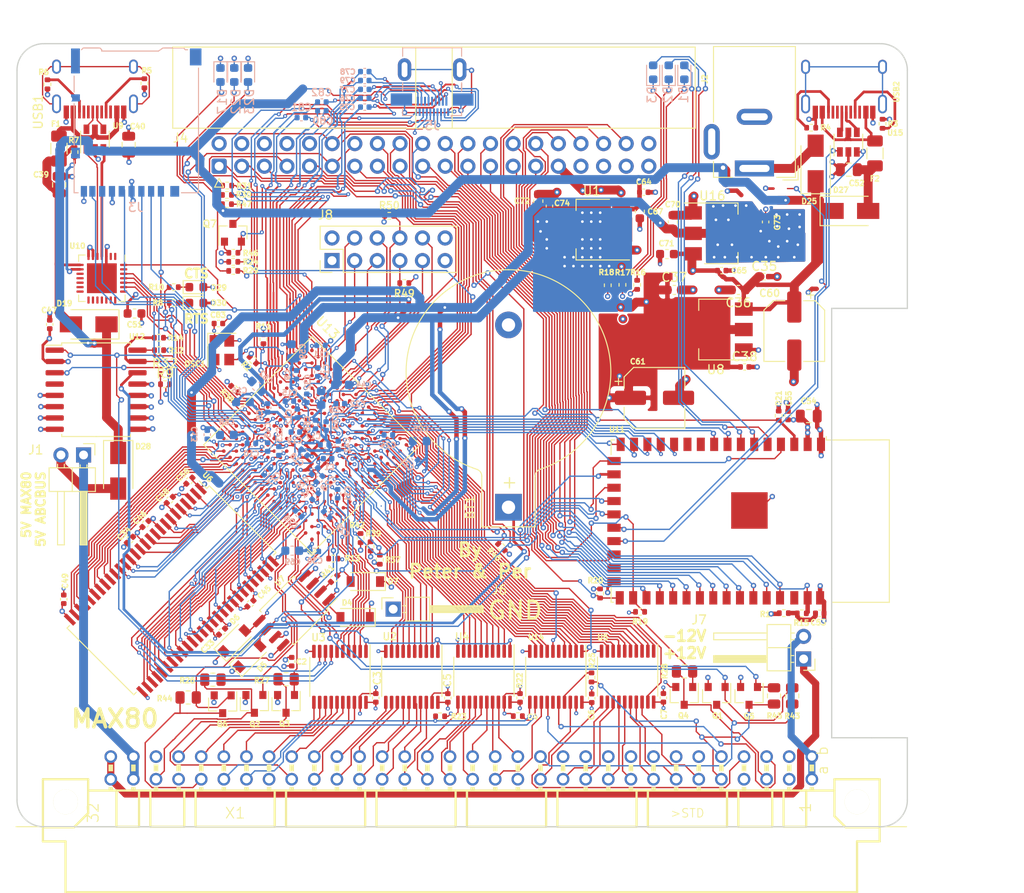
<source format=kicad_pcb>
(kicad_pcb (version 20171130) (host pcbnew 5.1.10-88a1d61d58~90~ubuntu20.04.1)

  (general
    (thickness 1.6)
    (drawings 21)
    (tracks 5517)
    (zones 0)
    (modules 180)
    (nets 335)
  )

  (page A4)
  (title_block
    (title MAX80)
    (date 2021-01-31)
    (rev 0.01)
    (company "No name")
  )

  (layers
    (0 F.Cu signal)
    (1 In1.Cu power)
    (2 In2.Cu signal)
    (31 B.Cu signal)
    (32 B.Adhes user)
    (33 F.Adhes user)
    (34 B.Paste user)
    (35 F.Paste user)
    (36 B.SilkS user)
    (37 F.SilkS user)
    (38 B.Mask user)
    (39 F.Mask user)
    (40 Dwgs.User user)
    (41 Cmts.User user)
    (42 Eco1.User user)
    (43 Eco2.User user)
    (44 Edge.Cuts user)
    (45 Margin user)
    (46 B.CrtYd user)
    (47 F.CrtYd user)
    (48 B.Fab user hide)
    (49 F.Fab user hide)
  )

  (setup
    (last_trace_width 0.5)
    (user_trace_width 0.15)
    (user_trace_width 0.3)
    (user_trace_width 0.5)
    (trace_clearance 0.15)
    (zone_clearance 0.15)
    (zone_45_only no)
    (trace_min 0.15)
    (via_size 0.6)
    (via_drill 0.3)
    (via_min_size 0.45)
    (via_min_drill 0.2)
    (user_via 0.45 0.2)
    (uvia_size 0.3)
    (uvia_drill 0.1)
    (uvias_allowed yes)
    (uvia_min_size 0.2)
    (uvia_min_drill 0.1)
    (edge_width 0.15)
    (segment_width 0.3)
    (pcb_text_width 0.3)
    (pcb_text_size 1.5 1.5)
    (mod_edge_width 0.15)
    (mod_text_size 1 1)
    (mod_text_width 0.15)
    (pad_size 2 3.8)
    (pad_drill 0)
    (pad_to_mask_clearance 0)
    (aux_axis_origin 0 0)
    (visible_elements FFFFFF7F)
    (pcbplotparams
      (layerselection 0x010fc_ffffffff)
      (usegerberextensions false)
      (usegerberattributes true)
      (usegerberadvancedattributes true)
      (creategerberjobfile true)
      (excludeedgelayer true)
      (linewidth 0.100000)
      (plotframeref false)
      (viasonmask false)
      (mode 1)
      (useauxorigin false)
      (hpglpennumber 1)
      (hpglpenspeed 20)
      (hpglpendiameter 15.000000)
      (psnegative false)
      (psa4output false)
      (plotreference true)
      (plotvalue true)
      (plotinvisibletext false)
      (padsonsilk false)
      (subtractmaskfromsilk false)
      (outputformat 1)
      (mirror false)
      (drillshape 0)
      (scaleselection 1)
      (outputdirectory "max80_gerber"))
  )

  (net 0 "")
  (net 1 GND)
  (net 2 +5V)
  (net 3 "Net-(R5-Pad2)")
  (net 4 "Net-(R6-Pad2)")
  (net 5 "Net-(R7-Pad1)")
  (net 6 "Net-(U10-Pad5)")
  (net 7 "Net-(U10-Pad4)")
  (net 8 "Net-(U9-Pad4)")
  (net 9 "Net-(U9-Pad6)")
  (net 10 "Net-(USB1-Pad13)")
  (net 11 "Net-(BT1-Pad1)")
  (net 12 /A4)
  (net 13 /A3)
  (net 14 /A2)
  (net 15 /A1)
  (net 16 /A0)
  (net 17 /IO0)
  (net 18 /IO3)
  (net 19 /IO4)
  (net 20 /IO5)
  (net 21 /IO6)
  (net 22 /IO7)
  (net 23 /A11)
  (net 24 /IO9)
  (net 25 /A8)
  (net 26 /A7)
  (net 27 /A6)
  (net 28 /A5)
  (net 29 /A9)
  (net 30 /A10)
  (net 31 /A12)
  (net 32 /IO8)
  (net 33 /IO10)
  (net 34 /IO11)
  (net 35 /IO12)
  (net 36 /IO13)
  (net 37 /IO14)
  (net 38 /IO15)
  (net 39 /abc80bus/D7)
  (net 40 /abc80bus/D6)
  (net 41 /abc80bus/D5)
  (net 42 /abc80bus/D4)
  (net 43 /abc80bus/D3)
  (net 44 /abc80bus/D2)
  (net 45 /abc80bus/D1)
  (net 46 /abc80bus/D0)
  (net 47 /abc80bus/A8)
  (net 48 /abc80bus/A9)
  (net 49 /abc80bus/A10)
  (net 50 /abc80bus/A11)
  (net 51 /abc80bus/A12)
  (net 52 /abc80bus/A13)
  (net 53 /abc80bus/A14)
  (net 54 /abc80bus/A15)
  (net 55 /abc80bus/A7)
  (net 56 /abc80bus/A6)
  (net 57 /abc80bus/A5)
  (net 58 /abc80bus/A4)
  (net 59 /abc80bus/A3)
  (net 60 /abc80bus/A2)
  (net 61 /abc80bus/A1)
  (net 62 /abc80bus/A0)
  (net 63 /IO1)
  (net 64 /IO2)
  (net 65 /32KHZ)
  (net 66 /RTC_INT)
  (net 67 /abc80bus/ABC5V)
  (net 68 /SD_DAT1)
  (net 69 /SD_DAT3)
  (net 70 /SD_CMD)
  (net 71 /SD_CLK)
  (net 72 /SD_DAT0)
  (net 73 FPGA_TDI)
  (net 74 FPGA_TMS)
  (net 75 FPGA_TDO)
  (net 76 FPGA_TCK)
  (net 77 ABC_CLK_5)
  (net 78 /FPGA_SCL)
  (net 79 /FPGA_SDA)
  (net 80 FPGA_SPI_CLK)
  (net 81 FGPA_SPI_CS_ESP32)
  (net 82 INT_ESP32)
  (net 83 "Net-(C53-Pad1)")
  (net 84 "Net-(F2-Pad2)")
  (net 85 ESP32_TDO)
  (net 86 ESP32_TCK)
  (net 87 ESP32_TMS)
  (net 88 ESP32_IO0)
  (net 89 ESP32_RXD)
  (net 90 ESP32_TXD)
  (net 91 ESP32_EN)
  (net 92 "Net-(R3-Pad2)")
  (net 93 "Net-(R4-Pad2)")
  (net 94 /ESP32/USB_D-)
  (net 95 /ESP32/USB_D+)
  (net 96 ESP32_TDI)
  (net 97 "Net-(U15-Pad6)")
  (net 98 "Net-(U15-Pad4)")
  (net 99 "Net-(USB2-Pad13)")
  (net 100 "Net-(D1-Pad2)")
  (net 101 "Net-(D1-Pad1)")
  (net 102 "Net-(D2-Pad2)")
  (net 103 "Net-(D2-Pad1)")
  (net 104 "Net-(D3-Pad2)")
  (net 105 "Net-(D3-Pad1)")
  (net 106 ESP32_SCL)
  (net 107 ESP32_SDA)
  (net 108 ESP32_CS2)
  (net 109 ESP32_CS0)
  (net 110 ESP32_MISO)
  (net 111 ESP32_SCK)
  (net 112 ESP32_MOSI)
  (net 113 ESP32_CS1)
  (net 114 /FPGA_USB_TXD)
  (net 115 /FPGA_USB_RXD)
  (net 116 /abc80bus/~CS)
  (net 117 /abc80bus/~C4)
  (net 118 /abc80bus/~C3)
  (net 119 /abc80bus/~C2)
  (net 120 /abc80bus/~C1)
  (net 121 /abc80bus/~OUT)
  (net 122 /abc80bus/~RST)
  (net 123 /abc80bus/~XMEMFL)
  (net 124 /abc80bus/~INP)
  (net 125 /abc80bus/~STATUS)
  (net 126 /abc80bus/~XINPSTB)
  (net 127 /abc80bus/~XOUTSTB)
  (net 128 AD0)
  (net 129 AD1)
  (net 130 AD2)
  (net 131 AD3)
  (net 132 AD4)
  (net 133 AD5)
  (net 134 AD6)
  (net 135 AD7)
  (net 136 /abc80bus/~RESIN)
  (net 137 /FPGA_LED1)
  (net 138 /FPGA_LED2)
  (net 139 /FPGA_LED3)
  (net 140 "Net-(D17-Pad2)")
  (net 141 "Net-(D22-Pad2)")
  (net 142 "Net-(D23-Pad2)")
  (net 143 FPGA_GPIO3)
  (net 144 FPGA_GPIO2)
  (net 145 FPGA_GPIO1)
  (net 146 FPGA_GPIO0)
  (net 147 FPGA_GPIO5)
  (net 148 FPGA_GPIO4)
  (net 149 /abc80bus/READY)
  (net 150 /abc80bus/~NMI)
  (net 151 ~FPGA_READY)
  (net 152 FPGA_NMI)
  (net 153 "Net-(D26-Pad2)")
  (net 154 FPGA_RESIN)
  (net 155 /DQMH)
  (net 156 /CLK)
  (net 157 /CKE)
  (net 158 /BA1)
  (net 159 /BA0)
  (net 160 /DQML)
  (net 161 "Net-(D28-Pad2)")
  (net 162 "Net-(D25-Pad2)")
  (net 163 "Net-(F1-Pad2)")
  (net 164 /FPGA_USB_RTS)
  (net 165 /FPGA_USB_CTS)
  (net 166 "Net-(C39-Pad1)")
  (net 167 "Net-(C52-Pad1)")
  (net 168 /WE#)
  (net 169 /CAS#)
  (net 170 /RAS#)
  (net 171 /CS#)
  (net 172 "Net-(D29-Pad1)")
  (net 173 "Net-(D30-Pad1)")
  (net 174 +3V3)
  (net 175 +2V5)
  (net 176 +1V2)
  (net 177 "Net-(R13-Pad1)")
  (net 178 "Net-(R37-Pad2)")
  (net 179 "Net-(R38-Pad2)")
  (net 180 "Net-(R41-Pad2)")
  (net 181 DATA0)
  (net 182 ~CS_ABC_3V3)
  (net 183 ~OUT_ABC_3V3)
  (net 184 AD8)
  (net 185 ~C1_ABC_3V3)
  (net 186 AD9)
  (net 187 ~C2_ABC_3V3)
  (net 188 AD10)
  (net 189 ~C3_ABC_3V3)
  (net 190 ~C4_ABC_3V3)
  (net 191 AD11)
  (net 192 AD12)
  (net 193 AD13)
  (net 194 AD14)
  (net 195 AD15)
  (net 196 DLCK)
  (net 197 ASD0)
  (net 198 nCE0)
  (net 199 ~INP_ABC_3V3)
  (net 200 ~STATUS_ABC_3V3)
  (net 201 DD0)
  (net 202 DD1)
  (net 203 DD2)
  (net 204 DD3)
  (net 205 DD4)
  (net 206 DD5)
  (net 207 DD6)
  (net 208 DD7)
  (net 209 DD8)
  (net 210 ~XOUTSTB_ABC_3V3)
  (net 211 ~RST_ABC_3V3)
  (net 212 ~XMEMFL_ABC_3V3)
  (net 213 ~XINPSTB_ABC_3V3)
  (net 214 ABC_CLK_3V3)
  (net 215 DD9)
  (net 216 FPGA_SPI_MOSI)
  (net 217 FPGA_SPI_MISO)
  (net 218 /SD_DAT2)
  (net 219 CLK0n)
  (net 220 "Net-(J5-PadSH)")
  (net 221 HDMI_CK-)
  (net 222 HDMI_D0+)
  (net 223 HDMI_D1-)
  (net 224 HDMI_D2+)
  (net 225 HDMI_CK+)
  (net 226 HDMI_D0-)
  (net 227 HDMI_D1+)
  (net 228 HDMI_D2-)
  (net 229 HDMI_SDA)
  (net 230 HDMI_HPD)
  (net 231 HDMI_SCL)
  (net 232 FPGA_JTAGEN)
  (net 233 FLASH_CS#)
  (net 234 /abc80bus/~INT)
  (net 235 /abc80bus/~XMEMW800)
  (net 236 /abc80bus/~XMEMW80)
  (net 237 INT_ABC_3V3)
  (net 238 INT800_ABC_3V3)
  (net 239 ~XMEMW80_ABC_3V3)
  (net 240 ~XMEMW800_ABC_3V3)
  (net 241 /abc80bus/~XM)
  (net 242 XM_ABC_3V3)
  (net 243 "Net-(R25-Pad2)")
  (net 244 AD16)
  (net 245 DD10)
  (net 246 /abc80bus/ABC_-12V)
  (net 247 /abc80bus/ABC_12V)
  (net 248 /FPGA_USB_DTR)
  (net 249 "Net-(C75-Pad1)")
  (net 250 "Net-(C76-Pad1)")
  (net 251 "Net-(C77-Pad1)")
  (net 252 "Net-(C78-Pad1)")
  (net 253 "Net-(C79-Pad1)")
  (net 254 "Net-(C80-Pad1)")
  (net 255 "Net-(C81-Pad1)")
  (net 256 "Net-(C82-Pad1)")
  (net 257 "Net-(J5-Pad19)")
  (net 258 EXT_HG)
  (net 259 EXT_HB)
  (net 260 EXT_HE)
  (net 261 EXT_HC)
  (net 262 EXT_HA)
  (net 263 EXT_HF)
  (net 264 EXT_HH)
  (net 265 EXT_HD)
  (net 266 "Net-(J4-Pad40)")
  (net 267 "Net-(J4-Pad8)")
  (net 268 "Net-(J4-Pad6)")
  (net 269 "Net-(J5-Pad14)")
  (net 270 "Net-(J5-Pad10)")
  (net 271 "Net-(J5-Pad17)")
  (net 272 "Net-(U6-Pad40)")
  (net 273 "Net-(U10-Pad27)")
  (net 274 "Net-(U10-Pad22)")
  (net 275 "Net-(U10-Pad21)")
  (net 276 "Net-(U10-Pad20)")
  (net 277 "Net-(U10-Pad19)")
  (net 278 "Net-(U10-Pad18)")
  (net 279 "Net-(U10-Pad17)")
  (net 280 "Net-(U10-Pad16)")
  (net 281 "Net-(U10-Pad15)")
  (net 282 "Net-(U10-Pad14)")
  (net 283 "Net-(U10-Pad13)")
  (net 284 "Net-(U10-Pad12)")
  (net 285 "Net-(U10-Pad11)")
  (net 286 "Net-(U10-Pad10)")
  (net 287 "Net-(U10-Pad2)")
  (net 288 "Net-(U10-Pad1)")
  (net 289 "Net-(U11-Pad10)")
  (net 290 "Net-(U11-Pad11)")
  (net 291 "Net-(U11-Pad25)")
  (net 292 "Net-(U11-Pad40)")
  (net 293 "Net-(U12-Pad4)")
  (net 294 "Net-(U13-PadL16)")
  (net 295 "Net-(U13-PadK12)")
  (net 296 "Net-(U13-PadL11)")
  (net 297 "Net-(U13-PadP15)")
  (net 298 "Net-(U13-PadL15)")
  (net 299 "Net-(U13-PadJ14)")
  (net 300 "Net-(U13-PadL14)")
  (net 301 "Net-(U13-PadN14)")
  (net 302 "Net-(U13-PadK10)")
  (net 303 "Net-(U13-PadK9)")
  (net 304 "Net-(U13-PadL9)")
  (net 305 "Net-(U13-PadM9)")
  (net 306 "Net-(U13-PadL13)")
  (net 307 "Net-(U13-PadJ13)")
  (net 308 "Net-(U13-PadJ12)")
  (net 309 "Net-(U13-PadG11)")
  (net 310 "Net-(U13-PadP11)")
  (net 311 "Net-(U13-PadL6)")
  (net 312 "Net-(U13-PadK6)")
  (net 313 "Net-(U13-PadC3)")
  (net 314 "Net-(U14-Pad15)")
  (net 315 "Net-(U14-Pad5)")
  (net 316 "Net-(USB1-Pad3)")
  (net 317 "Net-(USB1-Pad9)")
  (net 318 "Net-(USB1-Pad5)")
  (net 319 "Net-(USB1-Pad8)")
  (net 320 "Net-(USB2-Pad3)")
  (net 321 "Net-(USB2-Pad9)")
  (net 322 "Net-(USB2-Pad5)")
  (net 323 "Net-(USB2-Pad8)")
  (net 324 "Net-(X1-PadB30)")
  (net 325 "Net-(X1-PadB12)")
  (net 326 "Net-(X1-PadB11)")
  (net 327 "Net-(X1-PadB10)")
  (net 328 "Net-(X1-PadB9)")
  (net 329 "Net-(X1-PadB8)")
  (net 330 "Net-(X1-PadB7)")
  (net 331 "Net-(X1-PadB6)")
  (net 332 "Net-(X1-PadA29)")
  (net 333 "Net-(X1-PadA25)")
  (net 334 "Net-(X1-PadA14)")

  (net_class Default "This is the default net class."
    (clearance 0.15)
    (trace_width 0.15)
    (via_dia 0.6)
    (via_drill 0.3)
    (uvia_dia 0.3)
    (uvia_drill 0.1)
    (add_net +1V2)
    (add_net +2V5)
    (add_net +3V3)
    (add_net +5V)
    (add_net /32KHZ)
    (add_net /A0)
    (add_net /A1)
    (add_net /A10)
    (add_net /A11)
    (add_net /A12)
    (add_net /A2)
    (add_net /A3)
    (add_net /A4)
    (add_net /A5)
    (add_net /A6)
    (add_net /A7)
    (add_net /A8)
    (add_net /A9)
    (add_net /BA0)
    (add_net /BA1)
    (add_net /CAS#)
    (add_net /CKE)
    (add_net /CLK)
    (add_net /CS#)
    (add_net /DQMH)
    (add_net /DQML)
    (add_net /ESP32/USB_D+)
    (add_net /ESP32/USB_D-)
    (add_net /FPGA_LED1)
    (add_net /FPGA_LED2)
    (add_net /FPGA_LED3)
    (add_net /FPGA_SCL)
    (add_net /FPGA_SDA)
    (add_net /FPGA_USB_CTS)
    (add_net /FPGA_USB_DTR)
    (add_net /FPGA_USB_RTS)
    (add_net /FPGA_USB_RXD)
    (add_net /FPGA_USB_TXD)
    (add_net /IO0)
    (add_net /IO1)
    (add_net /IO10)
    (add_net /IO11)
    (add_net /IO12)
    (add_net /IO13)
    (add_net /IO14)
    (add_net /IO15)
    (add_net /IO2)
    (add_net /IO3)
    (add_net /IO4)
    (add_net /IO5)
    (add_net /IO6)
    (add_net /IO7)
    (add_net /IO8)
    (add_net /IO9)
    (add_net /RAS#)
    (add_net /RTC_INT)
    (add_net /SD_CLK)
    (add_net /SD_CMD)
    (add_net /SD_DAT0)
    (add_net /SD_DAT1)
    (add_net /SD_DAT2)
    (add_net /SD_DAT3)
    (add_net /WE#)
    (add_net /abc80bus/A0)
    (add_net /abc80bus/A1)
    (add_net /abc80bus/A10)
    (add_net /abc80bus/A11)
    (add_net /abc80bus/A12)
    (add_net /abc80bus/A13)
    (add_net /abc80bus/A14)
    (add_net /abc80bus/A15)
    (add_net /abc80bus/A2)
    (add_net /abc80bus/A3)
    (add_net /abc80bus/A4)
    (add_net /abc80bus/A5)
    (add_net /abc80bus/A6)
    (add_net /abc80bus/A7)
    (add_net /abc80bus/A8)
    (add_net /abc80bus/A9)
    (add_net /abc80bus/ABC5V)
    (add_net /abc80bus/ABC_-12V)
    (add_net /abc80bus/ABC_12V)
    (add_net /abc80bus/D0)
    (add_net /abc80bus/D1)
    (add_net /abc80bus/D2)
    (add_net /abc80bus/D3)
    (add_net /abc80bus/D4)
    (add_net /abc80bus/D5)
    (add_net /abc80bus/D6)
    (add_net /abc80bus/D7)
    (add_net /abc80bus/READY)
    (add_net /abc80bus/~C1)
    (add_net /abc80bus/~C2)
    (add_net /abc80bus/~C3)
    (add_net /abc80bus/~C4)
    (add_net /abc80bus/~CS)
    (add_net /abc80bus/~INP)
    (add_net /abc80bus/~INT)
    (add_net /abc80bus/~NMI)
    (add_net /abc80bus/~OUT)
    (add_net /abc80bus/~RESIN)
    (add_net /abc80bus/~RST)
    (add_net /abc80bus/~STATUS)
    (add_net /abc80bus/~XINPSTB)
    (add_net /abc80bus/~XM)
    (add_net /abc80bus/~XMEMFL)
    (add_net /abc80bus/~XMEMW80)
    (add_net /abc80bus/~XMEMW800)
    (add_net /abc80bus/~XOUTSTB)
    (add_net ABC_CLK_3V3)
    (add_net ABC_CLK_5)
    (add_net AD0)
    (add_net AD1)
    (add_net AD10)
    (add_net AD11)
    (add_net AD12)
    (add_net AD13)
    (add_net AD14)
    (add_net AD15)
    (add_net AD16)
    (add_net AD2)
    (add_net AD3)
    (add_net AD4)
    (add_net AD5)
    (add_net AD6)
    (add_net AD7)
    (add_net AD8)
    (add_net AD9)
    (add_net ASD0)
    (add_net CLK0n)
    (add_net DATA0)
    (add_net DD0)
    (add_net DD1)
    (add_net DD10)
    (add_net DD2)
    (add_net DD3)
    (add_net DD4)
    (add_net DD5)
    (add_net DD6)
    (add_net DD7)
    (add_net DD8)
    (add_net DD9)
    (add_net DLCK)
    (add_net ESP32_CS0)
    (add_net ESP32_CS1)
    (add_net ESP32_CS2)
    (add_net ESP32_EN)
    (add_net ESP32_IO0)
    (add_net ESP32_MISO)
    (add_net ESP32_MOSI)
    (add_net ESP32_RXD)
    (add_net ESP32_SCK)
    (add_net ESP32_SCL)
    (add_net ESP32_SDA)
    (add_net ESP32_TCK)
    (add_net ESP32_TDI)
    (add_net ESP32_TDO)
    (add_net ESP32_TMS)
    (add_net ESP32_TXD)
    (add_net EXT_HA)
    (add_net EXT_HB)
    (add_net EXT_HC)
    (add_net EXT_HD)
    (add_net EXT_HE)
    (add_net EXT_HF)
    (add_net EXT_HG)
    (add_net EXT_HH)
    (add_net FGPA_SPI_CS_ESP32)
    (add_net FLASH_CS#)
    (add_net FPGA_GPIO0)
    (add_net FPGA_GPIO1)
    (add_net FPGA_GPIO2)
    (add_net FPGA_GPIO3)
    (add_net FPGA_GPIO4)
    (add_net FPGA_GPIO5)
    (add_net FPGA_JTAGEN)
    (add_net FPGA_NMI)
    (add_net FPGA_RESIN)
    (add_net FPGA_SPI_CLK)
    (add_net FPGA_SPI_MISO)
    (add_net FPGA_SPI_MOSI)
    (add_net FPGA_TCK)
    (add_net FPGA_TDI)
    (add_net FPGA_TDO)
    (add_net FPGA_TMS)
    (add_net GND)
    (add_net HDMI_CK+)
    (add_net HDMI_CK-)
    (add_net HDMI_D0+)
    (add_net HDMI_D0-)
    (add_net HDMI_D1+)
    (add_net HDMI_D1-)
    (add_net HDMI_D2+)
    (add_net HDMI_D2-)
    (add_net HDMI_HPD)
    (add_net HDMI_SCL)
    (add_net HDMI_SDA)
    (add_net INT800_ABC_3V3)
    (add_net INT_ABC_3V3)
    (add_net INT_ESP32)
    (add_net "Net-(BT1-Pad1)")
    (add_net "Net-(C39-Pad1)")
    (add_net "Net-(C52-Pad1)")
    (add_net "Net-(C53-Pad1)")
    (add_net "Net-(C75-Pad1)")
    (add_net "Net-(C76-Pad1)")
    (add_net "Net-(C77-Pad1)")
    (add_net "Net-(C78-Pad1)")
    (add_net "Net-(C79-Pad1)")
    (add_net "Net-(C80-Pad1)")
    (add_net "Net-(C81-Pad1)")
    (add_net "Net-(C82-Pad1)")
    (add_net "Net-(D1-Pad1)")
    (add_net "Net-(D1-Pad2)")
    (add_net "Net-(D17-Pad2)")
    (add_net "Net-(D2-Pad1)")
    (add_net "Net-(D2-Pad2)")
    (add_net "Net-(D22-Pad2)")
    (add_net "Net-(D23-Pad2)")
    (add_net "Net-(D25-Pad2)")
    (add_net "Net-(D26-Pad2)")
    (add_net "Net-(D28-Pad2)")
    (add_net "Net-(D29-Pad1)")
    (add_net "Net-(D3-Pad1)")
    (add_net "Net-(D3-Pad2)")
    (add_net "Net-(D30-Pad1)")
    (add_net "Net-(F1-Pad2)")
    (add_net "Net-(F2-Pad2)")
    (add_net "Net-(J4-Pad40)")
    (add_net "Net-(J4-Pad6)")
    (add_net "Net-(J4-Pad8)")
    (add_net "Net-(J5-Pad10)")
    (add_net "Net-(J5-Pad14)")
    (add_net "Net-(J5-Pad17)")
    (add_net "Net-(J5-Pad19)")
    (add_net "Net-(J5-PadSH)")
    (add_net "Net-(R13-Pad1)")
    (add_net "Net-(R25-Pad2)")
    (add_net "Net-(R3-Pad2)")
    (add_net "Net-(R37-Pad2)")
    (add_net "Net-(R38-Pad2)")
    (add_net "Net-(R4-Pad2)")
    (add_net "Net-(R41-Pad2)")
    (add_net "Net-(R5-Pad2)")
    (add_net "Net-(R6-Pad2)")
    (add_net "Net-(R7-Pad1)")
    (add_net "Net-(U10-Pad1)")
    (add_net "Net-(U10-Pad10)")
    (add_net "Net-(U10-Pad11)")
    (add_net "Net-(U10-Pad12)")
    (add_net "Net-(U10-Pad13)")
    (add_net "Net-(U10-Pad14)")
    (add_net "Net-(U10-Pad15)")
    (add_net "Net-(U10-Pad16)")
    (add_net "Net-(U10-Pad17)")
    (add_net "Net-(U10-Pad18)")
    (add_net "Net-(U10-Pad19)")
    (add_net "Net-(U10-Pad2)")
    (add_net "Net-(U10-Pad20)")
    (add_net "Net-(U10-Pad21)")
    (add_net "Net-(U10-Pad22)")
    (add_net "Net-(U10-Pad27)")
    (add_net "Net-(U10-Pad4)")
    (add_net "Net-(U10-Pad5)")
    (add_net "Net-(U11-Pad10)")
    (add_net "Net-(U11-Pad11)")
    (add_net "Net-(U11-Pad25)")
    (add_net "Net-(U11-Pad40)")
    (add_net "Net-(U12-Pad4)")
    (add_net "Net-(U13-PadC3)")
    (add_net "Net-(U13-PadG11)")
    (add_net "Net-(U13-PadJ12)")
    (add_net "Net-(U13-PadJ13)")
    (add_net "Net-(U13-PadJ14)")
    (add_net "Net-(U13-PadK10)")
    (add_net "Net-(U13-PadK12)")
    (add_net "Net-(U13-PadK6)")
    (add_net "Net-(U13-PadK9)")
    (add_net "Net-(U13-PadL11)")
    (add_net "Net-(U13-PadL13)")
    (add_net "Net-(U13-PadL14)")
    (add_net "Net-(U13-PadL15)")
    (add_net "Net-(U13-PadL16)")
    (add_net "Net-(U13-PadL6)")
    (add_net "Net-(U13-PadL9)")
    (add_net "Net-(U13-PadM9)")
    (add_net "Net-(U13-PadN14)")
    (add_net "Net-(U13-PadP11)")
    (add_net "Net-(U13-PadP15)")
    (add_net "Net-(U14-Pad15)")
    (add_net "Net-(U14-Pad5)")
    (add_net "Net-(U15-Pad4)")
    (add_net "Net-(U15-Pad6)")
    (add_net "Net-(U6-Pad40)")
    (add_net "Net-(U9-Pad4)")
    (add_net "Net-(U9-Pad6)")
    (add_net "Net-(USB1-Pad13)")
    (add_net "Net-(USB1-Pad3)")
    (add_net "Net-(USB1-Pad5)")
    (add_net "Net-(USB1-Pad8)")
    (add_net "Net-(USB1-Pad9)")
    (add_net "Net-(USB2-Pad13)")
    (add_net "Net-(USB2-Pad3)")
    (add_net "Net-(USB2-Pad5)")
    (add_net "Net-(USB2-Pad8)")
    (add_net "Net-(USB2-Pad9)")
    (add_net "Net-(X1-PadA14)")
    (add_net "Net-(X1-PadA25)")
    (add_net "Net-(X1-PadA29)")
    (add_net "Net-(X1-PadB10)")
    (add_net "Net-(X1-PadB11)")
    (add_net "Net-(X1-PadB12)")
    (add_net "Net-(X1-PadB30)")
    (add_net "Net-(X1-PadB6)")
    (add_net "Net-(X1-PadB7)")
    (add_net "Net-(X1-PadB8)")
    (add_net "Net-(X1-PadB9)")
    (add_net XM_ABC_3V3)
    (add_net nCE0)
    (add_net ~C1_ABC_3V3)
    (add_net ~C2_ABC_3V3)
    (add_net ~C3_ABC_3V3)
    (add_net ~C4_ABC_3V3)
    (add_net ~CS_ABC_3V3)
    (add_net ~FPGA_READY)
    (add_net ~INP_ABC_3V3)
    (add_net ~OUT_ABC_3V3)
    (add_net ~RST_ABC_3V3)
    (add_net ~STATUS_ABC_3V3)
    (add_net ~XINPSTB_ABC_3V3)
    (add_net ~XMEMFL_ABC_3V3)
    (add_net ~XMEMW800_ABC_3V3)
    (add_net ~XMEMW80_ABC_3V3)
    (add_net ~XOUTSTB_ABC_3V3)
  )

  (module Resistor_SMD:R_0402_1005Metric (layer F.Cu) (tedit 5F68FEEE) (tstamp 615EBF47)
    (at 121.58 77.58)
    (descr "Resistor SMD 0402 (1005 Metric), square (rectangular) end terminal, IPC_7351 nominal, (Body size source: IPC-SM-782 page 72, https://www.pcb-3d.com/wordpress/wp-content/uploads/ipc-sm-782a_amendment_1_and_2.pdf), generated with kicad-footprint-generator")
    (tags resistor)
    (path /6023577B/61706B6D)
    (attr smd)
    (fp_text reference R32 (at 0 -1.17) (layer F.SilkS)
      (effects (font (size 1 1) (thickness 0.15)))
    )
    (fp_text value 6,2k (at 0 1.17) (layer F.Fab)
      (effects (font (size 1 1) (thickness 0.15)))
    )
    (fp_text user %R (at 0 0) (layer F.Fab)
      (effects (font (size 0.26 0.26) (thickness 0.04)))
    )
    (fp_line (start -0.525 0.27) (end -0.525 -0.27) (layer F.Fab) (width 0.1))
    (fp_line (start -0.525 -0.27) (end 0.525 -0.27) (layer F.Fab) (width 0.1))
    (fp_line (start 0.525 -0.27) (end 0.525 0.27) (layer F.Fab) (width 0.1))
    (fp_line (start 0.525 0.27) (end -0.525 0.27) (layer F.Fab) (width 0.1))
    (fp_line (start -0.153641 -0.38) (end 0.153641 -0.38) (layer F.SilkS) (width 0.12))
    (fp_line (start -0.153641 0.38) (end 0.153641 0.38) (layer F.SilkS) (width 0.12))
    (fp_line (start -0.93 0.47) (end -0.93 -0.47) (layer F.CrtYd) (width 0.05))
    (fp_line (start -0.93 -0.47) (end 0.93 -0.47) (layer F.CrtYd) (width 0.05))
    (fp_line (start 0.93 -0.47) (end 0.93 0.47) (layer F.CrtYd) (width 0.05))
    (fp_line (start 0.93 0.47) (end -0.93 0.47) (layer F.CrtYd) (width 0.05))
    (pad 2 smd roundrect (at 0.51 0) (size 0.54 0.64) (layers F.Cu F.Paste F.Mask) (roundrect_rratio 0.25)
      (net 66 /RTC_INT))
    (pad 1 smd roundrect (at -0.51 0) (size 0.54 0.64) (layers F.Cu F.Paste F.Mask) (roundrect_rratio 0.25)
      (net 174 +3V3))
    (model ${KISYS3DMOD}/Resistor_SMD.3dshapes/R_0402_1005Metric.wrl
      (at (xyz 0 0 0))
      (scale (xyz 1 1 1))
      (rotate (xyz 0 0 0))
    )
  )

  (module Resistor_SMD:R_0402_1005Metric (layer F.Cu) (tedit 5F68FEEE) (tstamp 615EBC76)
    (at 121.6 78.74)
    (descr "Resistor SMD 0402 (1005 Metric), square (rectangular) end terminal, IPC_7351 nominal, (Body size source: IPC-SM-782 page 72, https://www.pcb-3d.com/wordpress/wp-content/uploads/ipc-sm-782a_amendment_1_and_2.pdf), generated with kicad-footprint-generator")
    (tags resistor)
    (path /6023577B/6170570B)
    (attr smd)
    (fp_text reference R9 (at 0 -1.17) (layer F.SilkS)
      (effects (font (size 1 1) (thickness 0.15)))
    )
    (fp_text value 6,2k (at 0 1.17) (layer F.Fab)
      (effects (font (size 1 1) (thickness 0.15)))
    )
    (fp_text user %R (at 0 0) (layer F.Fab)
      (effects (font (size 0.26 0.26) (thickness 0.04)))
    )
    (fp_line (start -0.525 0.27) (end -0.525 -0.27) (layer F.Fab) (width 0.1))
    (fp_line (start -0.525 -0.27) (end 0.525 -0.27) (layer F.Fab) (width 0.1))
    (fp_line (start 0.525 -0.27) (end 0.525 0.27) (layer F.Fab) (width 0.1))
    (fp_line (start 0.525 0.27) (end -0.525 0.27) (layer F.Fab) (width 0.1))
    (fp_line (start -0.153641 -0.38) (end 0.153641 -0.38) (layer F.SilkS) (width 0.12))
    (fp_line (start -0.153641 0.38) (end 0.153641 0.38) (layer F.SilkS) (width 0.12))
    (fp_line (start -0.93 0.47) (end -0.93 -0.47) (layer F.CrtYd) (width 0.05))
    (fp_line (start -0.93 -0.47) (end 0.93 -0.47) (layer F.CrtYd) (width 0.05))
    (fp_line (start 0.93 -0.47) (end 0.93 0.47) (layer F.CrtYd) (width 0.05))
    (fp_line (start 0.93 0.47) (end -0.93 0.47) (layer F.CrtYd) (width 0.05))
    (pad 2 smd roundrect (at 0.51 0) (size 0.54 0.64) (layers F.Cu F.Paste F.Mask) (roundrect_rratio 0.25)
      (net 65 /32KHZ))
    (pad 1 smd roundrect (at -0.51 0) (size 0.54 0.64) (layers F.Cu F.Paste F.Mask) (roundrect_rratio 0.25)
      (net 174 +3V3))
    (model ${KISYS3DMOD}/Resistor_SMD.3dshapes/R_0402_1005Metric.wrl
      (at (xyz 0 0 0))
      (scale (xyz 1 1 1))
      (rotate (xyz 0 0 0))
    )
  )

  (module Package_TO_SOT_SMD:SOT-223-3_TabPin2 (layer F.Cu) (tedit 615354DD) (tstamp 61540A9B)
    (at 183.45 72.6 180)
    (descr "module CMS SOT223 4 pins")
    (tags "CMS SOT")
    (path /604B2191/615F4429)
    (attr smd)
    (fp_text reference U8 (at 0 -4.5) (layer F.SilkS)
      (effects (font (size 1 1) (thickness 0.15)))
    )
    (fp_text value AMS1117-3.3 (at 0 4.5) (layer F.Fab)
      (effects (font (size 1 1) (thickness 0.15)))
    )
    (fp_line (start 1.85 -3.35) (end 1.85 3.35) (layer F.Fab) (width 0.1))
    (fp_line (start -1.85 3.35) (end 1.85 3.35) (layer F.Fab) (width 0.1))
    (fp_line (start -4.1 -3.41) (end 1.91 -3.41) (layer F.SilkS) (width 0.12))
    (fp_line (start -0.85 -3.35) (end 1.85 -3.35) (layer F.Fab) (width 0.1))
    (fp_line (start -1.85 3.41) (end 1.91 3.41) (layer F.SilkS) (width 0.12))
    (fp_line (start -1.85 -2.35) (end -1.85 3.35) (layer F.Fab) (width 0.1))
    (fp_line (start -1.85 -2.35) (end -0.85 -3.35) (layer F.Fab) (width 0.1))
    (fp_line (start -4.4 -3.6) (end -4.4 3.6) (layer F.CrtYd) (width 0.05))
    (fp_line (start -4.4 3.6) (end 4.4 3.6) (layer F.CrtYd) (width 0.05))
    (fp_line (start 4.4 3.6) (end 4.4 -3.6) (layer F.CrtYd) (width 0.05))
    (fp_line (start 4.4 -3.6) (end -4.4 -3.6) (layer F.CrtYd) (width 0.05))
    (fp_line (start 1.91 -3.41) (end 1.91 -2.15) (layer F.SilkS) (width 0.12))
    (fp_line (start 1.91 3.41) (end 1.91 2.15) (layer F.SilkS) (width 0.12))
    (fp_text user %R (at 0 0 90) (layer F.Fab)
      (effects (font (size 0.8 0.8) (thickness 0.12)))
    )
    (pad 1 smd rect (at -3.15 -2.3 180) (size 2 1.5) (layers F.Cu F.Paste F.Mask)
      (net 1 GND))
    (pad 3 smd rect (at -3.15 2.3 180) (size 2 1.5) (layers F.Cu F.Paste F.Mask)
      (net 2 +5V))
    (pad 2 smd rect (at -3.15 0 180) (size 2 1.5) (layers F.Cu F.Paste F.Mask)
      (net 174 +3V3))
    (pad 2 smd rect (at 3.15 0 180) (size 2 3.8) (layers F.Cu F.Paste F.Mask)
      (net 174 +3V3) (zone_connect 2))
    (model ${KISYS3DMOD}/Package_TO_SOT_SMD.3dshapes/SOT-223.wrl
      (at (xyz 0 0 0))
      (scale (xyz 1 1 1))
      (rotate (xyz 0 0 0))
    )
  )

  (module Capacitor_SMD:C_0402_1005Metric (layer F.Cu) (tedit 5F68FEEE) (tstamp 6153F511)
    (at 186.7 76.8)
    (descr "Capacitor SMD 0402 (1005 Metric), square (rectangular) end terminal, IPC_7351 nominal, (Body size source: IPC-SM-782 page 76, https://www.pcb-3d.com/wordpress/wp-content/uploads/ipc-sm-782a_amendment_1_and_2.pdf), generated with kicad-footprint-generator")
    (tags capacitor)
    (path /604B2191/615F4931)
    (attr smd)
    (fp_text reference C38 (at 0 -1.16) (layer F.SilkS)
      (effects (font (size 1 1) (thickness 0.15)))
    )
    (fp_text value 100nF (at 0 1.16) (layer F.Fab)
      (effects (font (size 1 1) (thickness 0.15)))
    )
    (fp_line (start 0.91 0.46) (end -0.91 0.46) (layer F.CrtYd) (width 0.05))
    (fp_line (start 0.91 -0.46) (end 0.91 0.46) (layer F.CrtYd) (width 0.05))
    (fp_line (start -0.91 -0.46) (end 0.91 -0.46) (layer F.CrtYd) (width 0.05))
    (fp_line (start -0.91 0.46) (end -0.91 -0.46) (layer F.CrtYd) (width 0.05))
    (fp_line (start -0.107836 0.36) (end 0.107836 0.36) (layer F.SilkS) (width 0.12))
    (fp_line (start -0.107836 -0.36) (end 0.107836 -0.36) (layer F.SilkS) (width 0.12))
    (fp_line (start 0.5 0.25) (end -0.5 0.25) (layer F.Fab) (width 0.1))
    (fp_line (start 0.5 -0.25) (end 0.5 0.25) (layer F.Fab) (width 0.1))
    (fp_line (start -0.5 -0.25) (end 0.5 -0.25) (layer F.Fab) (width 0.1))
    (fp_line (start -0.5 0.25) (end -0.5 -0.25) (layer F.Fab) (width 0.1))
    (fp_text user %R (at 0 0) (layer F.Fab)
      (effects (font (size 0.25 0.25) (thickness 0.04)))
    )
    (pad 2 smd roundrect (at 0.48 0) (size 0.56 0.62) (layers F.Cu F.Paste F.Mask) (roundrect_rratio 0.25)
      (net 1 GND))
    (pad 1 smd roundrect (at -0.48 0) (size 0.56 0.62) (layers F.Cu F.Paste F.Mask) (roundrect_rratio 0.25)
      (net 174 +3V3))
    (model ${KISYS3DMOD}/Capacitor_SMD.3dshapes/C_0402_1005Metric.wrl
      (at (xyz 0 0 0))
      (scale (xyz 1 1 1))
      (rotate (xyz 0 0 0))
    )
  )

  (module Capacitor_SMD:C_0603_1608Metric (layer F.Cu) (tedit 5F68FEEE) (tstamp 6153F500)
    (at 178.8 68.15)
    (descr "Capacitor SMD 0603 (1608 Metric), square (rectangular) end terminal, IPC_7351 nominal, (Body size source: IPC-SM-782 page 76, https://www.pcb-3d.com/wordpress/wp-content/uploads/ipc-sm-782a_amendment_1_and_2.pdf), generated with kicad-footprint-generator")
    (tags capacitor)
    (path /604B2191/615F4926)
    (attr smd)
    (fp_text reference C37 (at 0 -1.43) (layer F.SilkS)
      (effects (font (size 1 1) (thickness 0.15)))
    )
    (fp_text value 47uF (at 0 1.43) (layer F.Fab)
      (effects (font (size 1 1) (thickness 0.15)))
    )
    (fp_line (start 1.48 0.73) (end -1.48 0.73) (layer F.CrtYd) (width 0.05))
    (fp_line (start 1.48 -0.73) (end 1.48 0.73) (layer F.CrtYd) (width 0.05))
    (fp_line (start -1.48 -0.73) (end 1.48 -0.73) (layer F.CrtYd) (width 0.05))
    (fp_line (start -1.48 0.73) (end -1.48 -0.73) (layer F.CrtYd) (width 0.05))
    (fp_line (start -0.14058 0.51) (end 0.14058 0.51) (layer F.SilkS) (width 0.12))
    (fp_line (start -0.14058 -0.51) (end 0.14058 -0.51) (layer F.SilkS) (width 0.12))
    (fp_line (start 0.8 0.4) (end -0.8 0.4) (layer F.Fab) (width 0.1))
    (fp_line (start 0.8 -0.4) (end 0.8 0.4) (layer F.Fab) (width 0.1))
    (fp_line (start -0.8 -0.4) (end 0.8 -0.4) (layer F.Fab) (width 0.1))
    (fp_line (start -0.8 0.4) (end -0.8 -0.4) (layer F.Fab) (width 0.1))
    (fp_text user %R (at 0 0) (layer F.Fab)
      (effects (font (size 0.4 0.4) (thickness 0.06)))
    )
    (pad 2 smd roundrect (at 0.775 0) (size 0.9 0.95) (layers F.Cu F.Paste F.Mask) (roundrect_rratio 0.25)
      (net 1 GND))
    (pad 1 smd roundrect (at -0.775 0) (size 0.9 0.95) (layers F.Cu F.Paste F.Mask) (roundrect_rratio 0.25)
      (net 174 +3V3))
    (model ${KISYS3DMOD}/Capacitor_SMD.3dshapes/C_0603_1608Metric.wrl
      (at (xyz 0 0 0))
      (scale (xyz 1 1 1))
      (rotate (xyz 0 0 0))
    )
  )

  (module Capacitor_SMD:C_0603_1608Metric (layer F.Cu) (tedit 5F68FEEE) (tstamp 6153F4EF)
    (at 186 68.15 180)
    (descr "Capacitor SMD 0603 (1608 Metric), square (rectangular) end terminal, IPC_7351 nominal, (Body size source: IPC-SM-782 page 76, https://www.pcb-3d.com/wordpress/wp-content/uploads/ipc-sm-782a_amendment_1_and_2.pdf), generated with kicad-footprint-generator")
    (tags capacitor)
    (path /604B2191/615F4910)
    (attr smd)
    (fp_text reference C36 (at 0 -1.43) (layer F.SilkS)
      (effects (font (size 1 1) (thickness 0.15)))
    )
    (fp_text value 47uF (at 0 1.43) (layer F.Fab)
      (effects (font (size 1 1) (thickness 0.15)))
    )
    (fp_line (start 1.48 0.73) (end -1.48 0.73) (layer F.CrtYd) (width 0.05))
    (fp_line (start 1.48 -0.73) (end 1.48 0.73) (layer F.CrtYd) (width 0.05))
    (fp_line (start -1.48 -0.73) (end 1.48 -0.73) (layer F.CrtYd) (width 0.05))
    (fp_line (start -1.48 0.73) (end -1.48 -0.73) (layer F.CrtYd) (width 0.05))
    (fp_line (start -0.14058 0.51) (end 0.14058 0.51) (layer F.SilkS) (width 0.12))
    (fp_line (start -0.14058 -0.51) (end 0.14058 -0.51) (layer F.SilkS) (width 0.12))
    (fp_line (start 0.8 0.4) (end -0.8 0.4) (layer F.Fab) (width 0.1))
    (fp_line (start 0.8 -0.4) (end 0.8 0.4) (layer F.Fab) (width 0.1))
    (fp_line (start -0.8 -0.4) (end 0.8 -0.4) (layer F.Fab) (width 0.1))
    (fp_line (start -0.8 0.4) (end -0.8 -0.4) (layer F.Fab) (width 0.1))
    (fp_text user %R (at 0 0) (layer F.Fab)
      (effects (font (size 0.4 0.4) (thickness 0.06)))
    )
    (pad 2 smd roundrect (at 0.775 0 180) (size 0.9 0.95) (layers F.Cu F.Paste F.Mask) (roundrect_rratio 0.25)
      (net 1 GND))
    (pad 1 smd roundrect (at -0.775 0 180) (size 0.9 0.95) (layers F.Cu F.Paste F.Mask) (roundrect_rratio 0.25)
      (net 2 +5V))
    (model ${KISYS3DMOD}/Capacitor_SMD.3dshapes/C_0603_1608Metric.wrl
      (at (xyz 0 0 0))
      (scale (xyz 1 1 1))
      (rotate (xyz 0 0 0))
    )
  )

  (module Capacitor_SMD:C_0402_1005Metric (layer F.Cu) (tedit 5F68FEEE) (tstamp 6153F4DE)
    (at 188.9 66.65)
    (descr "Capacitor SMD 0402 (1005 Metric), square (rectangular) end terminal, IPC_7351 nominal, (Body size source: IPC-SM-782 page 76, https://www.pcb-3d.com/wordpress/wp-content/uploads/ipc-sm-782a_amendment_1_and_2.pdf), generated with kicad-footprint-generator")
    (tags capacitor)
    (path /604B2191/615F491B)
    (attr smd)
    (fp_text reference C35 (at 0 -1.16) (layer F.SilkS)
      (effects (font (size 1 1) (thickness 0.15)))
    )
    (fp_text value 100nF (at 0 1.16) (layer F.Fab)
      (effects (font (size 1 1) (thickness 0.15)))
    )
    (fp_line (start 0.91 0.46) (end -0.91 0.46) (layer F.CrtYd) (width 0.05))
    (fp_line (start 0.91 -0.46) (end 0.91 0.46) (layer F.CrtYd) (width 0.05))
    (fp_line (start -0.91 -0.46) (end 0.91 -0.46) (layer F.CrtYd) (width 0.05))
    (fp_line (start -0.91 0.46) (end -0.91 -0.46) (layer F.CrtYd) (width 0.05))
    (fp_line (start -0.107836 0.36) (end 0.107836 0.36) (layer F.SilkS) (width 0.12))
    (fp_line (start -0.107836 -0.36) (end 0.107836 -0.36) (layer F.SilkS) (width 0.12))
    (fp_line (start 0.5 0.25) (end -0.5 0.25) (layer F.Fab) (width 0.1))
    (fp_line (start 0.5 -0.25) (end 0.5 0.25) (layer F.Fab) (width 0.1))
    (fp_line (start -0.5 -0.25) (end 0.5 -0.25) (layer F.Fab) (width 0.1))
    (fp_line (start -0.5 0.25) (end -0.5 -0.25) (layer F.Fab) (width 0.1))
    (fp_text user %R (at 0 0) (layer F.Fab)
      (effects (font (size 0.25 0.25) (thickness 0.04)))
    )
    (pad 2 smd roundrect (at 0.48 0) (size 0.56 0.62) (layers F.Cu F.Paste F.Mask) (roundrect_rratio 0.25)
      (net 1 GND))
    (pad 1 smd roundrect (at -0.48 0) (size 0.56 0.62) (layers F.Cu F.Paste F.Mask) (roundrect_rratio 0.25)
      (net 2 +5V))
    (model ${KISYS3DMOD}/Capacitor_SMD.3dshapes/C_0402_1005Metric.wrl
      (at (xyz 0 0 0))
      (scale (xyz 1 1 1))
      (rotate (xyz 0 0 0))
    )
  )

  (module max80:MAB64B (layer F.Cu) (tedit 610A4E52) (tstamp 6025F71F)
    (at 154.8711 125.6736 270)
    (descr "<b>DIN 41612 CONNECTOR</b>\n<p>\nMale, 64 pins, type B, rows ab, grid 2.54 mm<br />\nFemale, 64 bits, type Q, rows ab, grid 2.54 mm<br />\nB mates with Q, but pin numbers reversed\n</p>")
    (path /6013B380/6011F2D2)
    (fp_text reference X1 (at 1.27 25.4) (layer F.SilkS)
      (effects (font (size 1.2065 1.2065) (thickness 0.12065)))
    )
    (fp_text value ABC-Bus (at 1.27 5.1054) (layer F.Fab)
      (effects (font (size 1.2065 1.2065) (thickness 0.12065)))
    )
    (fp_line (start 4.445 46.99) (end 4.445 44.45) (layer F.SilkS) (width 0.254))
    (fp_line (start 4.445 44.45) (end 10.16 44.45) (layer F.SilkS) (width 0.254))
    (fp_line (start 10.16 44.45) (end 10.16 -44.45) (layer F.SilkS) (width 0.254))
    (fp_line (start 10.16 -44.45) (end 4.445 -44.45) (layer F.SilkS) (width 0.254))
    (fp_line (start 4.445 -44.45) (end 4.445 -46.99) (layer F.SilkS) (width 0.254))
    (fp_line (start -2.54 -46.99) (end -2.54 -41.91) (layer F.SilkS) (width 0.254))
    (fp_line (start -2.54 -41.91) (end -1.27 -41.91) (layer F.SilkS) (width 0.254))
    (fp_line (start -1.27 -41.91) (end 1.6002 -41.91) (layer F.SilkS) (width 0.254))
    (fp_line (start 4.445 -46.99) (end 2.8702 -46.99) (layer F.SilkS) (width 0.254))
    (fp_line (start 2.8702 -46.99) (end -2.54 -46.99) (layer F.SilkS) (width 0.254))
    (fp_line (start 1.6002 -41.91) (end 2.8702 -43.18) (layer F.SilkS) (width 0.254))
    (fp_line (start 2.8702 -43.18) (end 2.8702 -46.99) (layer F.SilkS) (width 0.254))
    (fp_line (start -2.54 46.99) (end 2.8702 46.99) (layer F.SilkS) (width 0.254))
    (fp_line (start 2.8702 46.99) (end 4.445 46.99) (layer F.SilkS) (width 0.254))
    (fp_line (start 2.8702 43.5102) (end 1.27 41.91) (layer F.SilkS) (width 0.254))
    (fp_line (start 2.8702 43.5102) (end 2.8702 46.99) (layer F.SilkS) (width 0.254))
    (fp_line (start -2.54 41.91) (end -2.54 46.99) (layer F.SilkS) (width 0.254))
    (fp_line (start -2.54 41.91) (end -1.27 41.91) (layer F.SilkS) (width 0.254))
    (fp_line (start -1.27 41.91) (end 1.27 41.91) (layer F.SilkS) (width 0.254))
    (fp_line (start -1.27 -41.91) (end -1.27 -38.735) (layer F.SilkS) (width 0.254))
    (fp_line (start 2.794 -38.735) (end 2.794 -36.195) (layer F.SilkS) (width 0.254))
    (fp_line (start 2.794 -38.735) (end -1.27 -38.735) (layer F.SilkS) (width 0.254))
    (fp_line (start -1.27 -38.735) (end -1.27 -36.195) (layer F.SilkS) (width 0.254))
    (fp_line (start 2.794 -36.195) (end -1.27 -36.195) (layer F.SilkS) (width 0.254))
    (fp_line (start -1.27 -36.195) (end -1.27 -34.925) (layer F.SilkS) (width 0.254))
    (fp_line (start 2.794 -34.925) (end -1.27 -34.925) (layer F.SilkS) (width 0.254))
    (fp_line (start 2.794 -34.925) (end 2.794 -31.115) (layer F.SilkS) (width 0.254))
    (fp_line (start -1.27 -34.925) (end -1.27 -31.115) (layer F.SilkS) (width 0.254))
    (fp_line (start 2.794 -31.115) (end -1.27 -31.115) (layer F.SilkS) (width 0.254))
    (fp_line (start -1.27 -31.115) (end -1.27 -29.845) (layer F.SilkS) (width 0.254))
    (fp_line (start 2.794 -29.845) (end -1.27 -29.845) (layer F.SilkS) (width 0.254))
    (fp_line (start 2.794 -29.845) (end 2.794 -20.955) (layer F.SilkS) (width 0.254))
    (fp_line (start -1.27 -29.845) (end -1.27 -20.955) (layer F.SilkS) (width 0.254))
    (fp_line (start 2.794 -20.955) (end -1.27 -20.955) (layer F.SilkS) (width 0.254))
    (fp_line (start -1.27 -20.955) (end -1.27 -19.685) (layer F.SilkS) (width 0.254))
    (fp_line (start 2.794 -19.685) (end -1.27 -19.685) (layer F.SilkS) (width 0.254))
    (fp_line (start 2.794 -19.685) (end 2.794 -10.795) (layer F.SilkS) (width 0.254))
    (fp_line (start -1.27 -19.685) (end -1.27 -10.795) (layer F.SilkS) (width 0.254))
    (fp_line (start 2.794 -10.795) (end -1.27 -10.795) (layer F.SilkS) (width 0.254))
    (fp_line (start -1.27 -10.795) (end -1.27 -9.525) (layer F.SilkS) (width 0.254))
    (fp_line (start 2.794 -9.525) (end -1.27 -9.525) (layer F.SilkS) (width 0.254))
    (fp_line (start 2.794 -9.525) (end 2.794 -0.635) (layer F.SilkS) (width 0.254))
    (fp_line (start -1.27 -9.525) (end -1.27 -0.635) (layer F.SilkS) (width 0.254))
    (fp_line (start 2.794 -0.635) (end -1.27 -0.635) (layer F.SilkS) (width 0.254))
    (fp_line (start -1.27 -0.635) (end -1.27 0.635) (layer F.SilkS) (width 0.254))
    (fp_line (start 2.794 0.635) (end -1.27 0.635) (layer F.SilkS) (width 0.254))
    (fp_line (start 2.794 0.635) (end 2.794 9.525) (layer F.SilkS) (width 0.254))
    (fp_line (start -1.27 0.635) (end -1.27 9.525) (layer F.SilkS) (width 0.254))
    (fp_line (start 2.794 9.525) (end -1.27 9.525) (layer F.SilkS) (width 0.254))
    (fp_line (start -1.27 9.525) (end -1.27 10.795) (layer F.SilkS) (width 0.254))
    (fp_line (start 2.794 10.795) (end -1.27 10.795) (layer F.SilkS) (width 0.254))
    (fp_line (start 2.794 10.795) (end 2.794 19.685) (layer F.SilkS) (width 0.254))
    (fp_line (start -1.27 10.795) (end -1.27 19.685) (layer F.SilkS) (width 0.254))
    (fp_line (start 2.794 19.685) (end -1.27 19.685) (layer F.SilkS) (width 0.254))
    (fp_line (start -1.27 19.685) (end -1.27 20.955) (layer F.SilkS) (width 0.254))
    (fp_line (start 2.794 20.955) (end -1.27 20.955) (layer F.SilkS) (width 0.254))
    (fp_line (start 2.794 20.955) (end 2.794 29.845) (layer F.SilkS) (width 0.254))
    (fp_line (start -1.27 20.955) (end -1.27 29.845) (layer F.SilkS) (width 0.254))
    (fp_line (start 2.794 29.845) (end -1.27 29.845) (layer F.SilkS) (width 0.254))
    (fp_line (start -1.27 29.845) (end -1.27 31.115) (layer F.SilkS) (width 0.254))
    (fp_line (start 2.794 31.115) (end -1.27 31.115) (layer F.SilkS) (width 0.254))
    (fp_line (start 2.794 31.115) (end 2.794 34.925) (layer F.SilkS) (width 0.254))
    (fp_line (start -1.27 31.115) (end -1.27 34.925) (layer F.SilkS) (width 0.254))
    (fp_line (start 2.794 34.925) (end -1.27 34.925) (layer F.SilkS) (width 0.254))
    (fp_line (start -1.27 34.925) (end -1.27 36.195) (layer F.SilkS) (width 0.254))
    (fp_line (start 2.794 36.195) (end -1.27 36.195) (layer F.SilkS) (width 0.254))
    (fp_line (start 2.794 36.195) (end 2.794 38.735) (layer F.SilkS) (width 0.254))
    (fp_line (start -1.27 36.195) (end -1.27 38.735) (layer F.SilkS) (width 0.254))
    (fp_line (start 2.794 38.735) (end -1.27 38.735) (layer F.SilkS) (width 0.254))
    (fp_line (start -1.27 38.735) (end -1.27 41.91) (layer F.SilkS) (width 0.254))
    (fp_line (start 2.794 50.0126) (end 2.794 -50.0126) (layer F.SilkS) (width 0.12))
    (fp_circle (center 0 -44.45) (end 1.27 -44.45) (layer F.SilkS) (width 0.254))
    (fp_circle (center 0 44.45) (end 1.27 44.45) (layer F.SilkS) (width 0.254))
    (fp_poly (pts (xy -1.651 -39.116) (xy -1.27 -39.116) (xy -1.27 -39.624) (xy -1.651 -39.624)) (layer F.SilkS) (width 0))
    (fp_poly (pts (xy -3.429 -39.116) (xy -1.651 -39.116) (xy -1.651 -39.624) (xy -3.429 -39.624)) (layer F.Fab) (width 0))
    (fp_poly (pts (xy -5.334 -39.116) (xy -4.191 -39.116) (xy -4.191 -39.624) (xy -5.334 -39.624)) (layer F.Fab) (width 0))
    (fp_poly (pts (xy -1.651 -36.576) (xy -1.27 -36.576) (xy -1.27 -37.084) (xy -1.651 -37.084)) (layer F.SilkS) (width 0))
    (fp_poly (pts (xy -3.429 -36.576) (xy -1.651 -36.576) (xy -1.651 -37.084) (xy -3.429 -37.084)) (layer F.Fab) (width 0))
    (fp_poly (pts (xy -5.334 -36.576) (xy -4.191 -36.576) (xy -4.191 -37.084) (xy -5.334 -37.084)) (layer F.Fab) (width 0))
    (fp_poly (pts (xy -5.334 -34.036) (xy -4.191 -34.036) (xy -4.191 -34.544) (xy -5.334 -34.544)) (layer F.Fab) (width 0))
    (fp_poly (pts (xy -1.651 -34.036) (xy -1.27 -34.036) (xy -1.27 -34.544) (xy -1.651 -34.544)) (layer F.SilkS) (width 0))
    (fp_poly (pts (xy -3.429 -34.036) (xy -1.651 -34.036) (xy -1.651 -34.544) (xy -3.429 -34.544)) (layer F.Fab) (width 0))
    (fp_poly (pts (xy -1.651 -31.496) (xy -1.27 -31.496) (xy -1.27 -32.004) (xy -1.651 -32.004)) (layer F.SilkS) (width 0))
    (fp_poly (pts (xy -3.429 -31.496) (xy -1.651 -31.496) (xy -1.651 -32.004) (xy -3.429 -32.004)) (layer F.Fab) (width 0))
    (fp_poly (pts (xy -5.334 -31.496) (xy -4.191 -31.496) (xy -4.191 -32.004) (xy -5.334 -32.004)) (layer F.Fab) (width 0))
    (fp_poly (pts (xy -1.651 -28.956) (xy -1.27 -28.956) (xy -1.27 -29.464) (xy -1.651 -29.464)) (layer F.SilkS) (width 0))
    (fp_poly (pts (xy -1.651 -26.416) (xy -1.27 -26.416) (xy -1.27 -26.924) (xy -1.651 -26.924)) (layer F.SilkS) (width 0))
    (fp_poly (pts (xy -3.429 -28.956) (xy -1.651 -28.956) (xy -1.651 -29.464) (xy -3.429 -29.464)) (layer F.Fab) (width 0))
    (fp_poly (pts (xy -3.429 -26.416) (xy -1.651 -26.416) (xy -1.651 -26.924) (xy -3.429 -26.924)) (layer F.Fab) (width 0))
    (fp_poly (pts (xy -5.334 -28.956) (xy -4.191 -28.956) (xy -4.191 -29.464) (xy -5.334 -29.464)) (layer F.Fab) (width 0))
    (fp_poly (pts (xy -5.334 -26.416) (xy -4.191 -26.416) (xy -4.191 -26.924) (xy -5.334 -26.924)) (layer F.Fab) (width 0))
    (fp_poly (pts (xy -5.334 -23.876) (xy -4.191 -23.876) (xy -4.191 -24.384) (xy -5.334 -24.384)) (layer F.Fab) (width 0))
    (fp_poly (pts (xy -1.651 -23.876) (xy -1.27 -23.876) (xy -1.27 -24.384) (xy -1.651 -24.384)) (layer F.SilkS) (width 0))
    (fp_poly (pts (xy -3.429 -23.876) (xy -1.651 -23.876) (xy -1.651 -24.384) (xy -3.429 -24.384)) (layer F.Fab) (width 0))
    (fp_poly (pts (xy -3.429 -21.336) (xy -1.651 -21.336) (xy -1.651 -21.844) (xy -3.429 -21.844)) (layer F.Fab) (width 0))
    (fp_poly (pts (xy -1.651 -21.336) (xy -1.27 -21.336) (xy -1.27 -21.844) (xy -1.651 -21.844)) (layer F.SilkS) (width 0))
    (fp_poly (pts (xy -5.334 -21.336) (xy -4.191 -21.336) (xy -4.191 -21.844) (xy -5.334 -21.844)) (layer F.Fab) (width 0))
    (fp_poly (pts (xy -3.429 -18.796) (xy -1.651 -18.796) (xy -1.651 -19.304) (xy -3.429 -19.304)) (layer F.Fab) (width 0))
    (fp_poly (pts (xy -1.651 -18.796) (xy -1.27 -18.796) (xy -1.27 -19.304) (xy -1.651 -19.304)) (layer F.SilkS) (width 0))
    (fp_poly (pts (xy -5.334 -18.796) (xy -4.191 -18.796) (xy -4.191 -19.304) (xy -5.334 -19.304)) (layer F.Fab) (width 0))
    (fp_poly (pts (xy -1.651 -16.256) (xy -1.27 -16.256) (xy -1.27 -16.764) (xy -1.651 -16.764)) (layer F.SilkS) (width 0))
    (fp_poly (pts (xy -3.429 -16.256) (xy -1.651 -16.256) (xy -1.651 -16.764) (xy -3.429 -16.764)) (layer F.Fab) (width 0))
    (fp_poly (pts (xy -5.334 -16.256) (xy -4.191 -16.256) (xy -4.191 -16.764) (xy -5.334 -16.764)) (layer F.Fab) (width 0))
    (fp_poly (pts (xy -5.334 -13.716) (xy -4.191 -13.716) (xy -4.191 -14.224) (xy -5.334 -14.224)) (layer F.Fab) (width 0))
    (fp_poly (pts (xy -3.429 -13.716) (xy -1.651 -13.716) (xy -1.651 -14.224) (xy -3.429 -14.224)) (layer F.Fab) (width 0))
    (fp_poly (pts (xy -1.651 -13.716) (xy -1.27 -13.716) (xy -1.27 -14.224) (xy -1.651 -14.224)) (layer F.SilkS) (width 0))
    (fp_poly (pts (xy -3.429 -11.176) (xy -1.651 -11.176) (xy -1.651 -11.684) (xy -3.429 -11.684)) (layer F.Fab) (width 0))
    (fp_poly (pts (xy -3.429 -8.636) (xy -1.651 -8.636) (xy -1.651 -9.144) (xy -3.429 -9.144)) (layer F.Fab) (width 0))
    (fp_poly (pts (xy -1.651 -11.176) (xy -1.27 -11.176) (xy -1.27 -11.684) (xy -1.651 -11.684)) (layer F.SilkS) (width 0))
    (fp_poly (pts (xy -1.651 -8.636) (xy -1.27 -8.636) (xy -1.27 -9.144) (xy -1.651 -9.144)) (layer F.SilkS) (width 0))
    (fp_poly (pts (xy -5.334 -11.176) (xy -4.191 -11.176) (xy -4.191 -11.684) (xy -5.334 -11.684)) (layer F.Fab) (width 0))
    (fp_poly (pts (xy -5.334 -8.636) (xy -4.191 -8.636) (xy -4.191 -9.144) (xy -5.334 -9.144)) (layer F.Fab) (width 0))
    (fp_poly (pts (xy -5.334 -6.096) (xy -4.191 -6.096) (xy -4.191 -6.604) (xy -5.334 -6.604)) (layer F.Fab) (width 0))
    (fp_poly (pts (xy -3.429 -6.096) (xy -1.651 -6.096) (xy -1.651 -6.604) (xy -3.429 -6.604)) (layer F.Fab) (width 0))
    (fp_poly (pts (xy -3.429 -3.556) (xy -1.651 -3.556) (xy -1.651 -4.064) (xy -3.429 -4.064)) (layer F.Fab) (width 0))
    (fp_poly (pts (xy -1.651 -6.096) (xy -1.27 -6.096) (xy -1.27 -6.604) (xy -1.651 -6.604)) (layer F.SilkS) (width 0))
    (fp_poly (pts (xy -1.651 -3.556) (xy -1.27 -3.556) (xy -1.27 -4.064) (xy -1.651 -4.064)) (layer F.SilkS) (width 0))
    (fp_poly (pts (xy -5.334 -3.556) (xy -4.191 -3.556) (xy -4.191 -4.064) (xy -5.334 -4.064)) (layer F.Fab) (width 0))
    (fp_poly (pts (xy -5.334 -1.016) (xy -4.191 -1.016) (xy -4.191 -1.524) (xy -5.334 -1.524)) (layer F.Fab) (width 0))
    (fp_poly (pts (xy -3.429 -1.016) (xy -1.651 -1.016) (xy -1.651 -1.524) (xy -3.429 -1.524)) (layer F.Fab) (width 0))
    (fp_poly (pts (xy -1.651 -1.016) (xy -1.27 -1.016) (xy -1.27 -1.524) (xy -1.651 -1.524)) (layer F.SilkS) (width 0))
    (fp_poly (pts (xy -1.651 1.524) (xy -1.27 1.524) (xy -1.27 1.016) (xy -1.651 1.016)) (layer F.SilkS) (width 0))
    (fp_poly (pts (xy -3.429 1.524) (xy -1.651 1.524) (xy -1.651 1.016) (xy -3.429 1.016)) (layer F.Fab) (width 0))
    (fp_poly (pts (xy -5.334 1.524) (xy -4.191 1.524) (xy -4.191 1.016) (xy -5.334 1.016)) (layer F.Fab) (width 0))
    (fp_poly (pts (xy -1.651 4.064) (xy -1.27 4.064) (xy -1.27 3.556) (xy -1.651 3.556)) (layer F.SilkS) (width 0))
    (fp_poly (pts (xy -3.429 4.064) (xy -1.651 4.064) (xy -1.651 3.556) (xy -3.429 3.556)) (layer F.Fab) (width 0))
    (fp_poly (pts (xy -5.334 4.064) (xy -4.191 4.064) (xy -4.191 3.556) (xy -5.334 3.556)) (layer F.Fab) (width 0))
    (fp_poly (pts (xy -3.429 6.604) (xy -1.651 6.604) (xy -1.651 6.096) (xy -3.429 6.096)) (layer F.Fab) (width 0))
    (fp_poly (pts (xy -1.651 6.604) (xy -1.27 6.604) (xy -1.27 6.096) (xy -1.651 6.096)) (layer F.SilkS) (width 0))
    (fp_poly (pts (xy -5.334 6.604) (xy -4.191 6.604) (xy -4.191 6.096) (xy -5.334 6.096)) (layer F.Fab) (width 0))
    (fp_poly (pts (xy -5.334 9.144) (xy -4.191 9.144) (xy -4.191 8.636) (xy -5.334 8.636)) (layer F.Fab) (width 0))
    (fp_poly (pts (xy -3.429 9.144) (xy -1.651 9.144) (xy -1.651 8.636) (xy -3.429 8.636)) (layer F.Fab) (width 0))
    (fp_poly (pts (xy -1.651 9.144) (xy -1.27 9.144) (xy -1.27 8.636) (xy -1.651 8.636)) (layer F.SilkS) (width 0))
    (fp_poly (pts (xy -1.651 11.684) (xy -1.27 11.684) (xy -1.27 11.176) (xy -1.651 11.176)) (layer F.SilkS) (width 0))
    (fp_poly (pts (xy -1.651 14.224) (xy -1.27 14.224) (xy -1.27 13.716) (xy -1.651 13.716)) (layer F.SilkS) (width 0))
    (fp_poly (pts (xy -3.429 11.684) (xy -1.651 11.684) (xy -1.651 11.176) (xy -3.429 11.176)) (layer F.Fab) (width 0))
    (fp_poly (pts (xy -5.334 11.684) (xy -4.191 11.684) (xy -4.191 11.176) (xy -5.334 11.176)) (layer F.Fab) (width 0))
    (fp_poly (pts (xy -3.429 16.764) (xy -1.651 16.764) (xy -1.651 16.256) (xy -3.429 16.256)) (layer F.Fab) (width 0))
    (fp_poly (pts (xy -1.651 16.764) (xy -1.27 16.764) (xy -1.27 16.256) (xy -1.651 16.256)) (layer F.SilkS) (width 0))
    (fp_poly (pts (xy -5.334 16.764) (xy -4.191 16.764) (xy -4.191 16.256) (xy -5.334 16.256)) (layer F.Fab) (width 0))
    (fp_poly (pts (xy -3.429 14.224) (xy -1.651 14.224) (xy -1.651 13.716) (xy -3.429 13.716)) (layer F.Fab) (width 0))
    (fp_poly (pts (xy -5.334 14.224) (xy -4.191 14.224) (xy -4.191 13.716) (xy -5.334 13.716)) (layer F.Fab) (width 0))
    (fp_poly (pts (xy -3.429 19.304) (xy -1.651 19.304) (xy -1.651 18.796) (xy -3.429 18.796)) (layer F.Fab) (width 0))
    (fp_poly (pts (xy -1.651 19.304) (xy -1.27 19.304) (xy -1.27 18.796) (xy -1.651 18.796)) (layer F.SilkS) (width 0))
    (fp_poly (pts (xy -5.334 19.304) (xy -4.191 19.304) (xy -4.191 18.796) (xy -5.334 18.796)) (layer F.Fab) (width 0))
    (fp_poly (pts (xy -5.334 21.844) (xy -4.191 21.844) (xy -4.191 21.336) (xy -5.334 21.336)) (layer F.Fab) (width 0))
    (fp_poly (pts (xy -3.429 21.844) (xy -1.651 21.844) (xy -1.651 21.336) (xy -3.429 21.336)) (layer F.Fab) (width 0))
    (fp_poly (pts (xy -1.651 21.844) (xy -1.27 21.844) (xy -1.27 21.336) (xy -1.651 21.336)) (layer F.SilkS) (width 0))
    (fp_poly (pts (xy -3.429 24.384) (xy -1.651 24.384) (xy -1.651 23.876) (xy -3.429 23.876)) (layer F.Fab) (width 0))
    (fp_poly (pts (xy -1.651 24.384) (xy -1.27 24.384) (xy -1.27 23.876) (xy -1.651 23.876)) (layer F.SilkS) (width 0))
    (fp_poly (pts (xy -5.334 24.384) (xy -4.191 24.384) (xy -4.191 23.876) (xy -5.334 23.876)) (layer F.Fab) (width 0))
    (fp_poly (pts (xy -3.429 26.924) (xy -1.651 26.924) (xy -1.651 26.416) (xy -3.429 26.416)) (layer F.Fab) (width 0))
    (fp_poly (pts (xy -1.651 26.924) (xy -1.27 26.924) (xy -1.27 26.416) (xy -1.651 26.416)) (layer F.SilkS) (width 0))
    (fp_poly (pts (xy -5.334 26.924) (xy -4.191 26.924) (xy -4.191 26.416) (xy -5.334 26.416)) (layer F.Fab) (width 0))
    (fp_poly (pts (xy -3.429 29.464) (xy -1.651 29.464) (xy -1.651 28.956) (xy -3.429 28.956)) (layer F.Fab) (width 0))
    (fp_poly (pts (xy -1.651 29.464) (xy -1.27 29.464) (xy -1.27 28.956) (xy -1.651 28.956)) (layer F.SilkS) (width 0))
    (fp_poly (pts (xy -5.334 29.464) (xy -4.191 29.464) (xy -4.191 28.956) (xy -5.334 28.956)) (layer F.Fab) (width 0))
    (fp_poly (pts (xy -5.334 32.004) (xy -4.191 32.004) (xy -4.191 31.496) (xy -5.334 31.496)) (layer F.Fab) (width 0))
    (fp_poly (pts (xy -3.429 32.004) (xy -1.651 32.004) (xy -1.651 31.496) (xy -3.429 31.496)) (layer F.Fab) (width 0))
    (fp_poly (pts (xy -1.651 32.004) (xy -1.27 32.004) (xy -1.27 31.496) (xy -1.651 31.496)) (layer F.SilkS) (width 0))
    (fp_poly (pts (xy -1.651 34.544) (xy -1.27 34.544) (xy -1.27 34.036) (xy -1.651 34.036)) (layer F.SilkS) (width 0))
    (fp_poly (pts (xy -3.429 34.544) (xy -1.651 34.544) (xy -1.651 34.036) (xy -3.429 34.036)) (layer F.Fab) (width 0))
    (fp_poly (pts (xy -5.334 34.544) (xy -4.191 34.544) (xy -4.191 34.036) (xy -5.334 34.036)) (layer F.Fab) (width 0))
    (fp_poly (pts (xy -5.334 37.084) (xy -4.191 37.084) (xy -4.191 36.576) (xy -5.334 36.576)) (layer F.Fab) (width 0))
    (fp_poly (pts (xy -3.429 37.084) (xy -1.651 37.084) (xy -1.651 36.576) (xy -3.429 36.576)) (layer F.Fab) (width 0))
    (fp_poly (pts (xy -1.651 37.084) (xy -1.27 37.084) (xy -1.27 36.576) (xy -1.651 36.576)) (layer F.SilkS) (width 0))
    (fp_poly (pts (xy -3.429 39.624) (xy -1.651 39.624) (xy -1.651 39.116) (xy -3.429 39.116)) (layer F.Fab) (width 0))
    (fp_poly (pts (xy -1.651 39.624) (xy -1.27 39.624) (xy -1.27 39.116) (xy -1.651 39.116)) (layer F.SilkS) (width 0))
    (fp_poly (pts (xy -5.334 39.624) (xy -4.191 39.624) (xy -4.191 39.116) (xy -5.334 39.116)) (layer F.Fab) (width 0))
    (fp_poly (pts (xy -4.191 -39.116) (xy -3.429 -39.116) (xy -3.429 -39.624) (xy -4.191 -39.624)) (layer F.SilkS) (width 0))
    (fp_poly (pts (xy -4.191 -36.576) (xy -3.429 -36.576) (xy -3.429 -37.084) (xy -4.191 -37.084)) (layer F.SilkS) (width 0))
    (fp_poly (pts (xy -4.191 -34.036) (xy -3.429 -34.036) (xy -3.429 -34.544) (xy -4.191 -34.544)) (layer F.SilkS) (width 0))
    (fp_poly (pts (xy -4.191 -31.496) (xy -3.429 -31.496) (xy -3.429 -32.004) (xy -4.191 -32.004)) (layer F.SilkS) (width 0))
    (fp_poly (pts (xy -4.191 -28.956) (xy -3.429 -28.956) (xy -3.429 -29.464) (xy -4.191 -29.464)) (layer F.SilkS) (width 0))
    (fp_poly (pts (xy -4.191 -26.416) (xy -3.429 -26.416) (xy -3.429 -26.924) (xy -4.191 -26.924)) (layer F.SilkS) (width 0))
    (fp_poly (pts (xy -4.191 -23.876) (xy -3.429 -23.876) (xy -3.429 -24.384) (xy -4.191 -24.384)) (layer F.SilkS) (width 0))
    (fp_poly (pts (xy -4.191 -21.336) (xy -3.429 -21.336) (xy -3.429 -21.844) (xy -4.191 -21.844)) (layer F.SilkS) (width 0))
    (fp_poly (pts (xy -4.191 -18.796) (xy -3.429 -18.796) (xy -3.429 -19.304) (xy -4.191 -19.304)) (layer F.SilkS) (width 0))
    (fp_poly (pts (xy -4.191 -16.256) (xy -3.429 -16.256) (xy -3.429 -16.764) (xy -4.191 -16.764)) (layer F.SilkS) (width 0))
    (fp_poly (pts (xy -4.191 -13.716) (xy -3.429 -13.716) (xy -3.429 -14.224) (xy -4.191 -14.224)) (layer F.SilkS) (width 0))
    (fp_poly (pts (xy -4.191 -11.176) (xy -3.429 -11.176) (xy -3.429 -11.684) (xy -4.191 -11.684)) (layer F.SilkS) (width 0))
    (fp_poly (pts (xy -4.191 -8.636) (xy -3.429 -8.636) (xy -3.429 -9.144) (xy -4.191 -9.144)) (layer F.SilkS) (width 0))
    (fp_poly (pts (xy -4.191 -6.096) (xy -3.429 -6.096) (xy -3.429 -6.604) (xy -4.191 -6.604)) (layer F.SilkS) (width 0))
    (fp_poly (pts (xy -4.191 -3.556) (xy -3.429 -3.556) (xy -3.429 -4.064) (xy -4.191 -4.064)) (layer F.SilkS) (width 0))
    (fp_poly (pts (xy -4.191 -1.016) (xy -3.429 -1.016) (xy -3.429 -1.524) (xy -4.191 -1.524)) (layer F.SilkS) (width 0))
    (fp_poly (pts (xy -4.191 1.524) (xy -3.429 1.524) (xy -3.429 1.016) (xy -4.191 1.016)) (layer F.SilkS) (width 0))
    (fp_poly (pts (xy -4.191 4.064) (xy -3.429 4.064) (xy -3.429 3.556) (xy -4.191 3.556)) (layer F.SilkS) (width 0))
    (fp_poly (pts (xy -4.191 6.604) (xy -3.429 6.604) (xy -3.429 6.096) (xy -4.191 6.096)) (layer F.SilkS) (width 0))
    (fp_poly (pts (xy -4.191 9.144) (xy -3.429 9.144) (xy -3.429 8.636) (xy -4.191 8.636)) (layer F.SilkS) (width 0))
    (fp_poly (pts (xy -4.191 11.684) (xy -3.429 11.684) (xy -3.429 11.176) (xy -4.191 11.176)) (layer F.SilkS) (width 0))
    (fp_poly (pts (xy -4.191 14.224) (xy -3.429 14.224) (xy -3.429 13.716) (xy -4.191 13.716)) (layer F.SilkS) (width 0))
    (fp_poly (pts (xy -4.191 16.764) (xy -3.429 16.764) (xy -3.429 16.256) (xy -4.191 16.256)) (layer F.SilkS) (width 0))
    (fp_poly (pts (xy -4.191 19.304) (xy -3.429 19.304) (xy -3.429 18.796) (xy -4.191 18.796)) (layer F.SilkS) (width 0))
    (fp_poly (pts (xy -4.191 21.844) (xy -3.429 21.844) (xy -3.429 21.336) (xy -4.191 21.336)) (layer F.SilkS) (width 0))
    (fp_poly (pts (xy -4.191 24.384) (xy -3.429 24.384) (xy -3.429 23.876) (xy -4.191 23.876)) (layer F.SilkS) (width 0))
    (fp_poly (pts (xy -4.191 26.924) (xy -3.429 26.924) (xy -3.429 26.416) (xy -4.191 26.416)) (layer F.SilkS) (width 0))
    (fp_poly (pts (xy -4.191 29.464) (xy -3.429 29.464) (xy -3.429 28.956) (xy -4.191 28.956)) (layer F.SilkS) (width 0))
    (fp_poly (pts (xy -4.191 32.004) (xy -3.429 32.004) (xy -3.429 31.496) (xy -4.191 31.496)) (layer F.SilkS) (width 0))
    (fp_poly (pts (xy -4.191 34.544) (xy -3.429 34.544) (xy -3.429 34.036) (xy -4.191 34.036)) (layer F.SilkS) (width 0))
    (fp_poly (pts (xy -4.191 37.084) (xy -3.429 37.084) (xy -3.429 36.576) (xy -4.191 36.576)) (layer F.SilkS) (width 0))
    (fp_poly (pts (xy -4.191 39.624) (xy -3.429 39.624) (xy -3.429 39.116) (xy -4.191 39.116)) (layer F.SilkS) (width 0))
    (fp_text user >STD (at 1.27 -25.4) (layer F.SilkS)
      (effects (font (size 0.9652 0.9652) (thickness 0.1016)))
    )
    (fp_text user 32 (at 0 40.64 90) (layer F.SilkS)
      (effects (font (size 1.2065 1.2065) (thickness 0.127)) (justify right bottom))
    )
    (fp_text user b (at -6.35 -41.275 90) (layer F.SilkS)
      (effects (font (size 1.2065 1.2065) (thickness 0.127)) (justify right bottom))
    )
    (fp_text user 1 (at 0 -39.37 90) (layer F.SilkS)
      (effects (font (size 1.2065 1.2065) (thickness 0.127)) (justify right bottom))
    )
    (fp_text user a (at -4.191 -41.275 90) (layer F.SilkS)
      (effects (font (size 1.2065 1.2065) (thickness 0.127)) (justify right bottom))
    )
    (pad "" np_thru_hole circle (at 0 44.45 270) (size 2.794 2.794) (drill 2.794) (layers *.Cu *.Mask))
    (pad "" np_thru_hole circle (at 0 -44.45 270) (size 2.794 2.794) (drill 2.794) (layers *.Cu *.Mask))
    (pad B32 thru_hole circle (at -5.08 39.37 270) (size 1.4224 1.4224) (drill 0.9144) (layers *.Cu *.Mask)
      (net 247 /abc80bus/ABC_12V) (solder_mask_margin 0.1016))
    (pad B31 thru_hole circle (at -5.08 36.83 270) (size 1.4224 1.4224) (drill 0.9144) (layers *.Cu *.Mask)
      (net 67 /abc80bus/ABC5V) (solder_mask_margin 0.1016))
    (pad B30 thru_hole circle (at -5.08 34.29 270) (size 1.4224 1.4224) (drill 0.9144) (layers *.Cu *.Mask)
      (net 324 "Net-(X1-PadB30)") (solder_mask_margin 0.1016))
    (pad B29 thru_hole circle (at -5.08 31.75 270) (size 1.4224 1.4224) (drill 0.9144) (layers *.Cu *.Mask)
      (net 62 /abc80bus/A0) (solder_mask_margin 0.1016))
    (pad B28 thru_hole circle (at -5.08 29.21 270) (size 1.4224 1.4224) (drill 0.9144) (layers *.Cu *.Mask)
      (net 61 /abc80bus/A1) (solder_mask_margin 0.1016))
    (pad B27 thru_hole circle (at -5.08 26.67 270) (size 1.4224 1.4224) (drill 0.9144) (layers *.Cu *.Mask)
      (net 60 /abc80bus/A2) (solder_mask_margin 0.1016))
    (pad B26 thru_hole circle (at -5.08 24.13 270) (size 1.4224 1.4224) (drill 0.9144) (layers *.Cu *.Mask)
      (net 59 /abc80bus/A3) (solder_mask_margin 0.1016))
    (pad B25 thru_hole circle (at -5.08 21.59 270) (size 1.4224 1.4224) (drill 0.9144) (layers *.Cu *.Mask)
      (net 58 /abc80bus/A4) (solder_mask_margin 0.1016))
    (pad B24 thru_hole circle (at -5.08 19.05 270) (size 1.4224 1.4224) (drill 0.9144) (layers *.Cu *.Mask)
      (net 57 /abc80bus/A5) (solder_mask_margin 0.1016))
    (pad B23 thru_hole circle (at -5.08 16.51 270) (size 1.4224 1.4224) (drill 0.9144) (layers *.Cu *.Mask)
      (net 56 /abc80bus/A6) (solder_mask_margin 0.1016))
    (pad B22 thru_hole circle (at -5.08 13.97 270) (size 1.4224 1.4224) (drill 0.9144) (layers *.Cu *.Mask)
      (net 55 /abc80bus/A7) (solder_mask_margin 0.1016))
    (pad B21 thru_hole circle (at -5.08 11.43 270) (size 1.4224 1.4224) (drill 0.9144) (layers *.Cu *.Mask)
      (net 47 /abc80bus/A8) (solder_mask_margin 0.1016))
    (pad B20 thru_hole circle (at -5.08 8.89 270) (size 1.4224 1.4224) (drill 0.9144) (layers *.Cu *.Mask)
      (net 48 /abc80bus/A9) (solder_mask_margin 0.1016))
    (pad B19 thru_hole circle (at -5.08 6.35 270) (size 1.4224 1.4224) (drill 0.9144) (layers *.Cu *.Mask)
      (net 49 /abc80bus/A10) (solder_mask_margin 0.1016))
    (pad B18 thru_hole circle (at -5.08 3.81 270) (size 1.4224 1.4224) (drill 0.9144) (layers *.Cu *.Mask)
      (net 50 /abc80bus/A11) (solder_mask_margin 0.1016))
    (pad B17 thru_hole circle (at -5.08 1.27 270) (size 1.4224 1.4224) (drill 0.9144) (layers *.Cu *.Mask)
      (net 51 /abc80bus/A12) (solder_mask_margin 0.1016))
    (pad B16 thru_hole circle (at -5.08 -1.27 270) (size 1.4224 1.4224) (drill 0.9144) (layers *.Cu *.Mask)
      (net 52 /abc80bus/A13) (solder_mask_margin 0.1016))
    (pad B15 thru_hole circle (at -5.08 -3.81 270) (size 1.4224 1.4224) (drill 0.9144) (layers *.Cu *.Mask)
      (net 53 /abc80bus/A14) (solder_mask_margin 0.1016))
    (pad B14 thru_hole circle (at -5.08 -6.35 270) (size 1.4224 1.4224) (drill 0.9144) (layers *.Cu *.Mask)
      (net 54 /abc80bus/A15) (solder_mask_margin 0.1016))
    (pad B13 thru_hole circle (at -5.08 -8.89 270) (size 1.4224 1.4224) (drill 0.9144) (layers *.Cu *.Mask)
      (net 234 /abc80bus/~INT) (solder_mask_margin 0.1016))
    (pad B12 thru_hole circle (at -5.08 -11.43 270) (size 1.4224 1.4224) (drill 0.9144) (layers *.Cu *.Mask)
      (net 325 "Net-(X1-PadB12)") (solder_mask_margin 0.1016))
    (pad B11 thru_hole circle (at -5.08 -13.97 270) (size 1.4224 1.4224) (drill 0.9144) (layers *.Cu *.Mask)
      (net 326 "Net-(X1-PadB11)") (solder_mask_margin 0.1016))
    (pad B10 thru_hole circle (at -5.08 -16.51 270) (size 1.4224 1.4224) (drill 0.9144) (layers *.Cu *.Mask)
      (net 327 "Net-(X1-PadB10)") (solder_mask_margin 0.1016))
    (pad B9 thru_hole circle (at -5.08 -19.05 270) (size 1.4224 1.4224) (drill 0.9144) (layers *.Cu *.Mask)
      (net 328 "Net-(X1-PadB9)") (solder_mask_margin 0.1016))
    (pad B8 thru_hole circle (at -5.08 -21.59 270) (size 1.4224 1.4224) (drill 0.9144) (layers *.Cu *.Mask)
      (net 329 "Net-(X1-PadB8)") (solder_mask_margin 0.1016))
    (pad B7 thru_hole circle (at -5.08 -24.13 270) (size 1.4224 1.4224) (drill 0.9144) (layers *.Cu *.Mask)
      (net 330 "Net-(X1-PadB7)") (solder_mask_margin 0.1016))
    (pad B6 thru_hole circle (at -5.08 -26.67 270) (size 1.4224 1.4224) (drill 0.9144) (layers *.Cu *.Mask)
      (net 331 "Net-(X1-PadB6)") (solder_mask_margin 0.1016))
    (pad B5 thru_hole circle (at -5.08 -29.21 270) (size 1.4224 1.4224) (drill 0.9144) (layers *.Cu *.Mask)
      (net 77 ABC_CLK_5) (solder_mask_margin 0.1016))
    (pad B4 thru_hole circle (at -5.08 -31.75 270) (size 1.4224 1.4224) (drill 0.9144) (layers *.Cu *.Mask)
      (net 123 /abc80bus/~XMEMFL) (solder_mask_margin 0.1016))
    (pad B3 thru_hole circle (at -5.08 -34.29 270) (size 1.4224 1.4224) (drill 0.9144) (layers *.Cu *.Mask)
      (net 235 /abc80bus/~XMEMW800) (solder_mask_margin 0.1016))
    (pad B2 thru_hole circle (at -5.08 -36.83 270) (size 1.4224 1.4224) (drill 0.9144) (layers *.Cu *.Mask)
      (net 1 GND) (solder_mask_margin 0.1016))
    (pad B1 thru_hole circle (at -5.08 -39.37 270) (size 1.4224 1.4224) (drill 0.9144) (layers *.Cu *.Mask)
      (net 246 /abc80bus/ABC_-12V) (solder_mask_margin 0.1016))
    (pad A32 thru_hole circle (at -2.54 39.37 270) (size 1.4224 1.4224) (drill 0.9144) (layers *.Cu *.Mask)
      (net 247 /abc80bus/ABC_12V) (solder_mask_margin 0.1016))
    (pad A31 thru_hole circle (at -2.54 36.83 270) (size 1.4224 1.4224) (drill 0.9144) (layers *.Cu *.Mask)
      (net 67 /abc80bus/ABC5V) (solder_mask_margin 0.1016))
    (pad A30 thru_hole circle (at -2.54 34.29 270) (size 1.4224 1.4224) (drill 0.9144) (layers *.Cu *.Mask)
      (net 149 /abc80bus/READY) (solder_mask_margin 0.1016))
    (pad A29 thru_hole circle (at -2.54 31.75 270) (size 1.4224 1.4224) (drill 0.9144) (layers *.Cu *.Mask)
      (net 332 "Net-(X1-PadA29)") (solder_mask_margin 0.1016))
    (pad A28 thru_hole circle (at -2.54 29.21 270) (size 1.4224 1.4224) (drill 0.9144) (layers *.Cu *.Mask)
      (net 241 /abc80bus/~XM) (solder_mask_margin 0.1016))
    (pad A27 thru_hole circle (at -2.54 26.67 270) (size 1.4224 1.4224) (drill 0.9144) (layers *.Cu *.Mask)
      (net 127 /abc80bus/~XOUTSTB) (solder_mask_margin 0.1016))
    (pad A26 thru_hole circle (at -2.54 24.13 270) (size 1.4224 1.4224) (drill 0.9144) (layers *.Cu *.Mask)
      (net 126 /abc80bus/~XINPSTB) (solder_mask_margin 0.1016))
    (pad A25 thru_hole circle (at -2.54 21.59 270) (size 1.4224 1.4224) (drill 0.9144) (layers *.Cu *.Mask)
      (net 333 "Net-(X1-PadA25)") (solder_mask_margin 0.1016))
    (pad A24 thru_hole circle (at -2.54 19.05 270) (size 1.4224 1.4224) (drill 0.9144) (layers *.Cu *.Mask)
      (net 150 /abc80bus/~NMI) (solder_mask_margin 0.1016))
    (pad A23 thru_hole circle (at -2.54 16.51 270) (size 1.4224 1.4224) (drill 0.9144) (layers *.Cu *.Mask)
      (net 116 /abc80bus/~CS) (solder_mask_margin 0.1016))
    (pad A22 thru_hole circle (at -2.54 13.97 270) (size 1.4224 1.4224) (drill 0.9144) (layers *.Cu *.Mask)
      (net 121 /abc80bus/~OUT) (solder_mask_margin 0.1016))
    (pad A21 thru_hole circle (at -2.54 11.43 270) (size 1.4224 1.4224) (drill 0.9144) (layers *.Cu *.Mask)
      (net 120 /abc80bus/~C1) (solder_mask_margin 0.1016))
    (pad A20 thru_hole circle (at -2.54 8.89 270) (size 1.4224 1.4224) (drill 0.9144) (layers *.Cu *.Mask)
      (net 119 /abc80bus/~C2) (solder_mask_margin 0.1016))
    (pad A19 thru_hole circle (at -2.54 6.35 270) (size 1.4224 1.4224) (drill 0.9144) (layers *.Cu *.Mask)
      (net 118 /abc80bus/~C3) (solder_mask_margin 0.1016))
    (pad A18 thru_hole circle (at -2.54 3.81 270) (size 1.4224 1.4224) (drill 0.9144) (layers *.Cu *.Mask)
      (net 117 /abc80bus/~C4) (solder_mask_margin 0.1016))
    (pad A17 thru_hole circle (at -2.54 1.27 270) (size 1.4224 1.4224) (drill 0.9144) (layers *.Cu *.Mask)
      (net 124 /abc80bus/~INP) (solder_mask_margin 0.1016))
    (pad A16 thru_hole circle (at -2.54 -1.27 270) (size 1.4224 1.4224) (drill 0.9144) (layers *.Cu *.Mask)
      (net 125 /abc80bus/~STATUS) (solder_mask_margin 0.1016))
    (pad A15 thru_hole circle (at -2.54 -3.81 270) (size 1.4224 1.4224) (drill 0.9144) (layers *.Cu *.Mask)
      (net 122 /abc80bus/~RST) (solder_mask_margin 0.1016))
    (pad A14 thru_hole circle (at -2.54 -6.35 270) (size 1.4224 1.4224) (drill 0.9144) (layers *.Cu *.Mask)
      (net 334 "Net-(X1-PadA14)") (solder_mask_margin 0.1016))
    (pad A13 thru_hole circle (at -2.54 -8.89 270) (size 1.4224 1.4224) (drill 0.9144) (layers *.Cu *.Mask)
      (net 46 /abc80bus/D0) (solder_mask_margin 0.1016))
    (pad A12 thru_hole circle (at -2.54 -11.43 270) (size 1.4224 1.4224) (drill 0.9144) (layers *.Cu *.Mask)
      (net 45 /abc80bus/D1) (solder_mask_margin 0.1016))
    (pad A11 thru_hole circle (at -2.54 -13.97 270) (size 1.4224 1.4224) (drill 0.9144) (layers *.Cu *.Mask)
      (net 44 /abc80bus/D2) (solder_mask_margin 0.1016))
    (pad A10 thru_hole circle (at -2.54 -16.51 270) (size 1.4224 1.4224) (drill 0.9144) (layers *.Cu *.Mask)
      (net 43 /abc80bus/D3) (solder_mask_margin 0.1016))
    (pad A9 thru_hole circle (at -2.54 -19.05 270) (size 1.4224 1.4224) (drill 0.9144) (layers *.Cu *.Mask)
      (net 42 /abc80bus/D4) (solder_mask_margin 0.1016))
    (pad A8 thru_hole circle (at -2.54 -21.59 270) (size 1.4224 1.4224) (drill 0.9144) (layers *.Cu *.Mask)
      (net 41 /abc80bus/D5) (solder_mask_margin 0.1016))
    (pad A7 thru_hole circle (at -2.54 -24.13 270) (size 1.4224 1.4224) (drill 0.9144) (layers *.Cu *.Mask)
      (net 40 /abc80bus/D6) (solder_mask_margin 0.1016))
    (pad A6 thru_hole circle (at -2.54 -26.67 270) (size 1.4224 1.4224) (drill 0.9144) (layers *.Cu *.Mask)
      (net 39 /abc80bus/D7) (solder_mask_margin 0.1016))
    (pad A5 thru_hole circle (at -2.54 -29.21 270) (size 1.4224 1.4224) (drill 0.9144) (layers *.Cu *.Mask)
      (net 236 /abc80bus/~XMEMW80) (solder_mask_margin 0.1016))
    (pad A4 thru_hole circle (at -2.54 -31.75 270) (size 1.4224 1.4224) (drill 0.9144) (layers *.Cu *.Mask)
      (net 1 GND) (solder_mask_margin 0.1016))
    (pad A3 thru_hole circle (at -2.54 -34.29 270) (size 1.4224 1.4224) (drill 0.9144) (layers *.Cu *.Mask)
      (net 136 /abc80bus/~RESIN) (solder_mask_margin 0.1016))
    (pad A2 thru_hole circle (at -2.54 -36.83 270) (size 1.4224 1.4224) (drill 0.9144) (layers *.Cu *.Mask)
      (net 1 GND) (solder_mask_margin 0.1016))
    (pad A1 thru_hole circle (at -2.54 -39.37 270) (size 1.4224 1.4224) (drill 0.9144) (layers *.Cu *.Mask)
      (net 246 /abc80bus/ABC_-12V) (solder_mask_margin 0.1016))
    (model 3d-models/din_41612_male_b-64abr.stp
      (offset (xyz 10.15 0 2.5))
      (scale (xyz 1 1 1))
      (rotate (xyz -90 180 -90))
    )
  )

  (module Capacitor_SMD:C_0402_1005Metric (layer F.Cu) (tedit 5F68FEEE) (tstamp 60E92610)
    (at 127.59 71.92)
    (descr "Capacitor SMD 0402 (1005 Metric), square (rectangular) end terminal, IPC_7351 nominal, (Body size source: IPC-SM-782 page 76, https://www.pcb-3d.com/wordpress/wp-content/uploads/ipc-sm-782a_amendment_1_and_2.pdf), generated with kicad-footprint-generator")
    (tags capacitor)
    (path /60FC8574)
    (attr smd)
    (fp_text reference C83 (at -0.04 -0.96) (layer F.SilkS)
      (effects (font (size 0.6 0.6) (thickness 0.15)))
    )
    (fp_text value 100nF (at 0 1.16) (layer F.Fab)
      (effects (font (size 1 1) (thickness 0.15)))
    )
    (fp_line (start -0.5 0.25) (end -0.5 -0.25) (layer F.Fab) (width 0.1))
    (fp_line (start -0.5 -0.25) (end 0.5 -0.25) (layer F.Fab) (width 0.1))
    (fp_line (start 0.5 -0.25) (end 0.5 0.25) (layer F.Fab) (width 0.1))
    (fp_line (start 0.5 0.25) (end -0.5 0.25) (layer F.Fab) (width 0.1))
    (fp_line (start -0.107836 -0.36) (end 0.107836 -0.36) (layer F.SilkS) (width 0.12))
    (fp_line (start -0.107836 0.36) (end 0.107836 0.36) (layer F.SilkS) (width 0.12))
    (fp_line (start -0.91 0.46) (end -0.91 -0.46) (layer F.CrtYd) (width 0.05))
    (fp_line (start -0.91 -0.46) (end 0.91 -0.46) (layer F.CrtYd) (width 0.05))
    (fp_line (start 0.91 -0.46) (end 0.91 0.46) (layer F.CrtYd) (width 0.05))
    (fp_line (start 0.91 0.46) (end -0.91 0.46) (layer F.CrtYd) (width 0.05))
    (fp_text user %R (at 0 0) (layer F.Fab)
      (effects (font (size 0.25 0.25) (thickness 0.04)))
    )
    (pad 2 smd roundrect (at 0.48 0) (size 0.56 0.62) (layers F.Cu F.Paste F.Mask) (roundrect_rratio 0.25)
      (net 1 GND))
    (pad 1 smd roundrect (at -0.48 0) (size 0.56 0.62) (layers F.Cu F.Paste F.Mask) (roundrect_rratio 0.25)
      (net 174 +3V3))
    (model ${KISYS3DMOD}/Capacitor_SMD.3dshapes/C_0402_1005Metric.wrl
      (at (xyz 0 0 0))
      (scale (xyz 1 1 1))
      (rotate (xyz 0 0 0))
    )
  )

  (module max80:HDMI_Micro-D_Molex_46765-2x0x (layer B.Cu) (tedit 60E537AB) (tstamp 6045DC76)
    (at 151.595 43.39)
    (descr "HDMI, Micro, Type D, THT/SMD hybrid, 0.4mm pitch, 19 ckt, right angle (http://www.molex.com/pdm_docs/sd/467651301_sd.pdf)")
    (tags "hdmi micro type d right angle tht smd hybrid ")
    (path /650A9AE9/650AF4F4)
    (attr smd)
    (fp_text reference J5 (at 0 6.3) (layer B.SilkS)
      (effects (font (size 1 1) (thickness 0.15)) (justify mirror))
    )
    (fp_text value HDMI_C_1.3 (at 0 -3.6) (layer B.Fab)
      (effects (font (size 1 1) (thickness 0.15)) (justify mirror))
    )
    (fp_line (start -3.25 5.1) (end 1.3 5.1) (layer B.Fab) (width 0.1))
    (fp_line (start 2.15 5.16) (end 2.15 5.36) (layer B.SilkS) (width 0.12))
    (fp_line (start -3.25 -2.4) (end -3.25 2.77) (layer B.Fab) (width 0.1))
    (fp_line (start 3.25 2.77) (end 3.25 -2.4) (layer B.Fab) (width 0.1))
    (fp_line (start -2.35 -1.7) (end 1.99 2.64) (layer Dwgs.User) (width 0.1))
    (fp_line (start -1.35 -1.7) (end 2.35 2) (layer Dwgs.User) (width 0.1))
    (fp_line (start -0.35 -1.7) (end 2.35 1) (layer Dwgs.User) (width 0.1))
    (fp_line (start -2.35 1.3) (end -1.01 2.64) (layer Dwgs.User) (width 0.1))
    (fp_line (start -2.35 0.3) (end -0.01 2.64) (layer Dwgs.User) (width 0.1))
    (fp_line (start -2.35 -0.7) (end 0.99 2.64) (layer Dwgs.User) (width 0.1))
    (fp_line (start 0.65 -1.7) (end 2.35 0) (layer Dwgs.User) (width 0.1))
    (fp_line (start 1.65 -1.7) (end 2.35 -1) (layer Dwgs.User) (width 0.1))
    (fp_line (start 2.15 5.16) (end 3.31 5.16) (layer B.SilkS) (width 0.12))
    (fp_line (start 2.3 5.1) (end 3.25 5.1) (layer B.Fab) (width 0.1))
    (fp_line (start 3.25 5.1) (end 3.25 3.95) (layer B.Fab) (width 0.1))
    (fp_line (start 3.25 -2.4) (end -3.25 -2.4) (layer B.Fab) (width 0.1))
    (fp_line (start -3.25 3.95) (end -3.25 5.1) (layer B.Fab) (width 0.1))
    (fp_line (start -3.31 -2.46) (end -3.31 -1.5) (layer B.SilkS) (width 0.12))
    (fp_line (start -3.31 1.5) (end -3.31 2.4) (layer B.SilkS) (width 0.12))
    (fp_line (start -3.31 4.35) (end -3.31 5.16) (layer B.SilkS) (width 0.12))
    (fp_line (start -3.31 5.16) (end -2.15 5.16) (layer B.SilkS) (width 0.12))
    (fp_line (start 3.31 5.16) (end 3.31 4.35) (layer B.SilkS) (width 0.12))
    (fp_line (start 3.31 2.4) (end 3.31 1.5) (layer B.SilkS) (width 0.15))
    (fp_line (start 3.31 -1.5) (end 3.31 -2.46) (layer B.SilkS) (width 0.12))
    (fp_line (start -5 5.7) (end -5 -2.9) (layer B.CrtYd) (width 0.05))
    (fp_line (start -5 -2.9) (end 5 -2.9) (layer B.CrtYd) (width 0.05))
    (fp_line (start 5 -2.9) (end 5 5.7) (layer B.CrtYd) (width 0.05))
    (fp_line (start 5 5.7) (end -5 5.7) (layer B.CrtYd) (width 0.05))
    (fp_line (start -3 -1.7) (end 3 -1.7) (layer Dwgs.User) (width 0.1))
    (fp_line (start -2.35 -1.7) (end -2.35 2.64) (layer Dwgs.User) (width 0.1))
    (fp_line (start -2.35 2.64) (end 2.35 2.64) (layer Dwgs.User) (width 0.1))
    (fp_line (start 2.35 2.64) (end 2.35 -1.7) (layer Dwgs.User) (width 0.1))
    (fp_line (start 2.35 -1.7) (end -2.35 -1.7) (layer Dwgs.User) (width 0.1))
    (fp_line (start -3.31 -2.46) (end 3.31 -2.46) (layer B.SilkS) (width 0.12))
    (fp_line (start 3.25 3.95) (end 4.45 3.95) (layer B.Fab) (width 0.1))
    (fp_line (start 4.45 3.95) (end 4.45 2.77) (layer B.Fab) (width 0.1))
    (fp_line (start 4.45 2.77) (end 3.25 2.77) (layer B.Fab) (width 0.1))
    (fp_line (start -3.25 2.77) (end -4.45 2.77) (layer B.Fab) (width 0.1))
    (fp_line (start -4.45 2.77) (end -4.45 3.95) (layer B.Fab) (width 0.1))
    (fp_line (start -4.45 3.95) (end -3.25 3.95) (layer B.Fab) (width 0.1))
    (fp_line (start 1.8 4.6) (end 2.3 5.1) (layer B.Fab) (width 0.1))
    (fp_line (start 1.8 4.6) (end 1.3 5.1) (layer B.Fab) (width 0.1))
    (fp_text user %R (at 0 3.3) (layer B.Fab)
      (effects (font (size 1 1) (thickness 0.15)) (justify mirror))
    )
    (fp_text user KEEPOUT (at 0 0.47) (layer Cmts.User)
      (effects (font (size 0.7 0.7) (thickness 0.1)))
    )
    (pad 18 smd rect (at -1.6 3.55) (size 0.23 1) (layers B.Cu B.Paste B.Mask)
      (net 2 +5V))
    (pad 16 smd rect (at -1.2 3.55) (size 0.23 1) (layers B.Cu B.Paste B.Mask)
      (net 229 HDMI_SDA))
    (pad 14 smd rect (at -0.8 3.55) (size 0.23 1) (layers B.Cu B.Paste B.Mask)
      (net 269 "Net-(J5-Pad14)"))
    (pad 12 smd rect (at -0.4 3.55) (size 0.23 1) (layers B.Cu B.Paste B.Mask)
      (net 256 "Net-(C82-Pad1)"))
    (pad 10 smd rect (at 0 3.55) (size 0.23 1) (layers B.Cu B.Paste B.Mask)
      (net 270 "Net-(J5-Pad10)"))
    (pad 8 smd rect (at 0.4 3.55) (size 0.23 1) (layers B.Cu B.Paste B.Mask)
      (net 253 "Net-(C79-Pad1)"))
    (pad 6 smd rect (at 0.8 3.55) (size 0.23 1) (layers B.Cu B.Paste B.Mask)
      (net 252 "Net-(C78-Pad1)"))
    (pad 4 smd rect (at 1.2 3.55) (size 0.23 1) (layers B.Cu B.Paste B.Mask)
      (net 1 GND))
    (pad 2 smd rect (at 1.6 3.55) (size 0.23 1) (layers B.Cu B.Paste B.Mask)
      (net 249 "Net-(C75-Pad1)"))
    (pad 19 smd rect (at -1.8 4.775) (size 0.23 0.85) (layers B.Cu B.Paste B.Mask)
      (net 257 "Net-(J5-Pad19)"))
    (pad 17 smd rect (at -1.4 4.775) (size 0.23 0.85) (layers B.Cu B.Paste B.Mask)
      (net 271 "Net-(J5-Pad17)"))
    (pad 15 smd rect (at -1 4.775) (size 0.23 0.85) (layers B.Cu B.Paste B.Mask)
      (net 231 HDMI_SCL))
    (pad 13 smd rect (at -0.6 4.775) (size 0.23 0.85) (layers B.Cu B.Paste B.Mask)
      (net 1 GND))
    (pad 11 smd rect (at -0.2 4.775) (size 0.23 0.85) (layers B.Cu B.Paste B.Mask)
      (net 255 "Net-(C81-Pad1)"))
    (pad 9 smd rect (at 0.2 4.775) (size 0.23 0.85) (layers B.Cu B.Paste B.Mask)
      (net 254 "Net-(C80-Pad1)"))
    (pad 7 smd rect (at 0.6 4.775) (size 0.23 0.85) (layers B.Cu B.Paste B.Mask)
      (net 1 GND))
    (pad 5 smd rect (at 1 4.775) (size 0.23 0.85) (layers B.Cu B.Paste B.Mask)
      (net 251 "Net-(C77-Pad1)"))
    (pad 3 smd rect (at 1.4 4.775) (size 0.23 0.85) (layers B.Cu B.Paste B.Mask)
      (net 250 "Net-(C76-Pad1)"))
    (pad 1 smd rect (at 1.8 4.775) (size 0.23 0.85) (layers B.Cu B.Paste B.Mask)
      (net 1 GND))
    (pad SH smd rect (at 3.45 3.36) (size 2.4 1.38) (layers B.Cu B.Paste B.Mask)
      (net 220 "Net-(J5-PadSH)"))
    (pad SH smd rect (at -3.45 3.36) (size 2.4 1.38) (layers B.Cu B.Paste B.Mask)
      (net 220 "Net-(J5-PadSH)"))
    (pad SH thru_hole oval (at 3.1 0) (size 1.5 2.55) (drill oval 0.65 1.7) (layers *.Cu *.Mask)
      (net 220 "Net-(J5-PadSH)"))
    (pad SH thru_hole oval (at -3.1 0) (size 1.5 2.55) (drill oval 0.65 1.7) (layers *.Cu *.Mask)
      (net 220 "Net-(J5-PadSH)"))
    (model ${KISYS3DMOD}/Connector_HDMI.3dshapes/HDMI_Micro-D_Molex_46765-2x0x.wrl
      (at (xyz 0 0 0))
      (scale (xyz 1 1 1))
      (rotate (xyz 0 0 0))
    )
    (model /home/pm/local/dalsroit/kicad/3d/Micro_HDMI_Connector_Female.STEP
      (offset (xyz 0 -2.5 3))
      (scale (xyz 1 1 1))
      (rotate (xyz 90 180 180))
    )
  )

  (module Capacitor_SMD:CP_Elec_6.3x7.7 (layer F.Cu) (tedit 5BCA39D0) (tstamp 60206C2E)
    (at 176.57 80.27)
    (descr "SMD capacitor, aluminum electrolytic, Nichicon, 6.3x7.7mm")
    (tags "capacitor electrolytic")
    (path /6013A59C/602A7E22)
    (attr smd)
    (fp_text reference C61 (at -1.87 -4.08) (layer F.SilkS)
      (effects (font (size 0.6 0.6) (thickness 0.15)))
    )
    (fp_text value 220uF (at 0 4.35) (layer F.Fab)
      (effects (font (size 1 1) (thickness 0.15)))
    )
    (fp_circle (center 0 0) (end 3.15 0) (layer F.Fab) (width 0.1))
    (fp_line (start 3.3 -3.3) (end 3.3 3.3) (layer F.Fab) (width 0.1))
    (fp_line (start -2.3 -3.3) (end 3.3 -3.3) (layer F.Fab) (width 0.1))
    (fp_line (start -2.3 3.3) (end 3.3 3.3) (layer F.Fab) (width 0.1))
    (fp_line (start -3.3 -2.3) (end -3.3 2.3) (layer F.Fab) (width 0.1))
    (fp_line (start -3.3 -2.3) (end -2.3 -3.3) (layer F.Fab) (width 0.1))
    (fp_line (start -3.3 2.3) (end -2.3 3.3) (layer F.Fab) (width 0.1))
    (fp_line (start -2.704838 -1.33) (end -2.074838 -1.33) (layer F.Fab) (width 0.1))
    (fp_line (start -2.389838 -1.645) (end -2.389838 -1.015) (layer F.Fab) (width 0.1))
    (fp_line (start 3.41 3.41) (end 3.41 1.06) (layer F.SilkS) (width 0.12))
    (fp_line (start 3.41 -3.41) (end 3.41 -1.06) (layer F.SilkS) (width 0.12))
    (fp_line (start -2.345563 -3.41) (end 3.41 -3.41) (layer F.SilkS) (width 0.12))
    (fp_line (start -2.345563 3.41) (end 3.41 3.41) (layer F.SilkS) (width 0.12))
    (fp_line (start -3.41 2.345563) (end -3.41 1.06) (layer F.SilkS) (width 0.12))
    (fp_line (start -3.41 -2.345563) (end -3.41 -1.06) (layer F.SilkS) (width 0.12))
    (fp_line (start -3.41 -2.345563) (end -2.345563 -3.41) (layer F.SilkS) (width 0.12))
    (fp_line (start -3.41 2.345563) (end -2.345563 3.41) (layer F.SilkS) (width 0.12))
    (fp_line (start -4.4375 -1.8475) (end -3.65 -1.8475) (layer F.SilkS) (width 0.12))
    (fp_line (start -4.04375 -2.24125) (end -4.04375 -1.45375) (layer F.SilkS) (width 0.12))
    (fp_line (start 3.55 -3.55) (end 3.55 -1.05) (layer F.CrtYd) (width 0.05))
    (fp_line (start 3.55 -1.05) (end 4.7 -1.05) (layer F.CrtYd) (width 0.05))
    (fp_line (start 4.7 -1.05) (end 4.7 1.05) (layer F.CrtYd) (width 0.05))
    (fp_line (start 4.7 1.05) (end 3.55 1.05) (layer F.CrtYd) (width 0.05))
    (fp_line (start 3.55 1.05) (end 3.55 3.55) (layer F.CrtYd) (width 0.05))
    (fp_line (start -2.4 3.55) (end 3.55 3.55) (layer F.CrtYd) (width 0.05))
    (fp_line (start -2.4 -3.55) (end 3.55 -3.55) (layer F.CrtYd) (width 0.05))
    (fp_line (start -3.55 2.4) (end -2.4 3.55) (layer F.CrtYd) (width 0.05))
    (fp_line (start -3.55 -2.4) (end -2.4 -3.55) (layer F.CrtYd) (width 0.05))
    (fp_line (start -3.55 -2.4) (end -3.55 -1.05) (layer F.CrtYd) (width 0.05))
    (fp_line (start -3.55 1.05) (end -3.55 2.4) (layer F.CrtYd) (width 0.05))
    (fp_line (start -3.55 -1.05) (end -4.7 -1.05) (layer F.CrtYd) (width 0.05))
    (fp_line (start -4.7 -1.05) (end -4.7 1.05) (layer F.CrtYd) (width 0.05))
    (fp_line (start -4.7 1.05) (end -3.55 1.05) (layer F.CrtYd) (width 0.05))
    (fp_text user %R (at 0 0) (layer F.Fab)
      (effects (font (size 1 1) (thickness 0.15)))
    )
    (pad 2 smd roundrect (at 2.7 0) (size 3.5 1.6) (layers F.Cu F.Paste F.Mask) (roundrect_rratio 0.15625)
      (net 1 GND))
    (pad 1 smd roundrect (at -2.7 0) (size 3.5 1.6) (layers F.Cu F.Paste F.Mask) (roundrect_rratio 0.15625)
      (net 174 +3V3))
    (model ${KISYS3DMOD}/Capacitor_SMD.3dshapes/CP_Elec_6.3x7.7.wrl
      (at (xyz 0 0 0))
      (scale (xyz 1 1 1))
      (rotate (xyz 0 0 0))
    )
  )

  (module Capacitor_SMD:CP_Elec_6.3x7.7 (layer F.Cu) (tedit 5BCA39D0) (tstamp 601FE47A)
    (at 192.27 72.77 270)
    (descr "SMD capacitor, aluminum electrolytic, Nichicon, 6.3x7.7mm")
    (tags "capacitor electrolytic")
    (path /6013A59C/602A83A7)
    (attr smd)
    (fp_text reference C60 (at -4.26 2.77 180) (layer F.SilkS)
      (effects (font (size 0.8 0.8) (thickness 0.15)))
    )
    (fp_text value 220uF (at 0 4.35 90) (layer F.Fab)
      (effects (font (size 1 1) (thickness 0.15)))
    )
    (fp_circle (center 0 0) (end 3.15 0) (layer F.Fab) (width 0.1))
    (fp_line (start 3.3 -3.3) (end 3.3 3.3) (layer F.Fab) (width 0.1))
    (fp_line (start -2.3 -3.3) (end 3.3 -3.3) (layer F.Fab) (width 0.1))
    (fp_line (start -2.3 3.3) (end 3.3 3.3) (layer F.Fab) (width 0.1))
    (fp_line (start -3.3 -2.3) (end -3.3 2.3) (layer F.Fab) (width 0.1))
    (fp_line (start -3.3 -2.3) (end -2.3 -3.3) (layer F.Fab) (width 0.1))
    (fp_line (start -3.3 2.3) (end -2.3 3.3) (layer F.Fab) (width 0.1))
    (fp_line (start -2.704838 -1.33) (end -2.074838 -1.33) (layer F.Fab) (width 0.1))
    (fp_line (start -2.389838 -1.645) (end -2.389838 -1.015) (layer F.Fab) (width 0.1))
    (fp_line (start 3.41 3.41) (end 3.41 1.06) (layer F.SilkS) (width 0.12))
    (fp_line (start 3.41 -3.41) (end 3.41 -1.06) (layer F.SilkS) (width 0.12))
    (fp_line (start -2.345563 -3.41) (end 3.41 -3.41) (layer F.SilkS) (width 0.12))
    (fp_line (start -2.345563 3.41) (end 3.41 3.41) (layer F.SilkS) (width 0.12))
    (fp_line (start -3.41 2.345563) (end -3.41 1.06) (layer F.SilkS) (width 0.12))
    (fp_line (start -3.41 -2.345563) (end -3.41 -1.06) (layer F.SilkS) (width 0.12))
    (fp_line (start -3.41 -2.345563) (end -2.345563 -3.41) (layer F.SilkS) (width 0.12))
    (fp_line (start -3.41 2.345563) (end -2.345563 3.41) (layer F.SilkS) (width 0.12))
    (fp_line (start -4.4375 -1.8475) (end -3.65 -1.8475) (layer F.SilkS) (width 0.12))
    (fp_line (start -4.04375 -2.24125) (end -4.04375 -1.45375) (layer F.SilkS) (width 0.12))
    (fp_line (start 3.55 -3.55) (end 3.55 -1.05) (layer F.CrtYd) (width 0.05))
    (fp_line (start 3.55 -1.05) (end 4.7 -1.05) (layer F.CrtYd) (width 0.05))
    (fp_line (start 4.7 -1.05) (end 4.7 1.05) (layer F.CrtYd) (width 0.05))
    (fp_line (start 4.7 1.05) (end 3.55 1.05) (layer F.CrtYd) (width 0.05))
    (fp_line (start 3.55 1.05) (end 3.55 3.55) (layer F.CrtYd) (width 0.05))
    (fp_line (start -2.4 3.55) (end 3.55 3.55) (layer F.CrtYd) (width 0.05))
    (fp_line (start -2.4 -3.55) (end 3.55 -3.55) (layer F.CrtYd) (width 0.05))
    (fp_line (start -3.55 2.4) (end -2.4 3.55) (layer F.CrtYd) (width 0.05))
    (fp_line (start -3.55 -2.4) (end -2.4 -3.55) (layer F.CrtYd) (width 0.05))
    (fp_line (start -3.55 -2.4) (end -3.55 -1.05) (layer F.CrtYd) (width 0.05))
    (fp_line (start -3.55 1.05) (end -3.55 2.4) (layer F.CrtYd) (width 0.05))
    (fp_line (start -3.55 -1.05) (end -4.7 -1.05) (layer F.CrtYd) (width 0.05))
    (fp_line (start -4.7 -1.05) (end -4.7 1.05) (layer F.CrtYd) (width 0.05))
    (fp_line (start -4.7 1.05) (end -3.55 1.05) (layer F.CrtYd) (width 0.05))
    (fp_text user %R (at 0 0 90) (layer F.Fab)
      (effects (font (size 1 1) (thickness 0.15)))
    )
    (pad 2 smd roundrect (at 2.7 0 270) (size 3.5 1.6) (layers F.Cu F.Paste F.Mask) (roundrect_rratio 0.15625)
      (net 1 GND))
    (pad 1 smd roundrect (at -2.7 0 270) (size 3.5 1.6) (layers F.Cu F.Paste F.Mask) (roundrect_rratio 0.15625)
      (net 2 +5V))
    (model ${KISYS3DMOD}/Capacitor_SMD.3dshapes/CP_Elec_6.3x7.7.wrl
      (at (xyz 0 0 0))
      (scale (xyz 1 1 1))
      (rotate (xyz 0 0 0))
    )
  )

  (module max80:BatteryHolder_Keystone_103_1x20mm (layer F.Cu) (tedit 601E5DE3) (tstamp 60EDBD25)
    (at 160.17 92.57 90)
    (descr http://www.keyelco.com/product-pdf.cfm?p=719)
    (tags "Keystone type 103 battery holder")
    (path /6023577B/6023A838)
    (fp_text reference BT1 (at 0 -4.3 90) (layer F.SilkS)
      (effects (font (size 1 1) (thickness 0.15)))
    )
    (fp_text value Battery_Cell (at 15 13 90) (layer F.Fab)
      (effects (font (size 1 1) (thickness 0.15)))
    )
    (fp_line (start -2.45 -3.25) (end 3.5 -3.25) (layer F.CrtYd) (width 0.05))
    (fp_line (start -2.45 3.25) (end 3.5 3.25) (layer F.CrtYd) (width 0.05))
    (fp_line (start -2.45 3.25) (end -2.45 -3.25) (layer F.CrtYd) (width 0.05))
    (fp_line (start -2.2 -3) (end 3.5 -3) (layer F.SilkS) (width 0.12))
    (fp_line (start -2.2 3) (end -2.2 -3) (layer F.SilkS) (width 0.12))
    (fp_line (start -2.2 3) (end 3.5 3) (layer F.SilkS) (width 0.12))
    (fp_line (start 23.5712 7.7216) (end 22.6568 6.8834) (layer F.Fab) (width 0.1))
    (fp_line (start 23.5712 -7.7216) (end 22.6314 -6.858) (layer F.Fab) (width 0.1))
    (fp_line (start 3.5306 -2.9) (end -1.7 -2.9) (layer F.Fab) (width 0.1))
    (fp_line (start -1.7 2.9) (end 3.5306 2.9) (layer F.Fab) (width 0.1))
    (fp_line (start -2.1 -2.5) (end -2.1 2.5) (layer F.Fab) (width 0.1))
    (fp_line (start 0 1.3) (end 16.2 1.3) (layer F.Fab) (width 0.1))
    (fp_line (start 16.2 -1.3) (end 0 -1.3) (layer F.Fab) (width 0.1))
    (fp_line (start 0 -1.3) (end 0 1.3) (layer F.Fab) (width 0.1))
    (fp_arc (start -1.7 -2.5) (end -2.1 -2.5) (angle 90) (layer F.Fab) (width 0.1))
    (fp_arc (start -1.7 2.5) (end -2.1 2.5) (angle -90) (layer F.Fab) (width 0.1))
    (fp_arc (start 16.2 0) (end 16.2 -1.3) (angle 180) (layer F.Fab) (width 0.1))
    (fp_arc (start 3.5 -3.8) (end 3.5 -2.9) (angle -70) (layer F.Fab) (width 0.1))
    (fp_arc (start 15.2 0) (end 5.2 -1.3) (angle 180) (layer F.Fab) (width 0.1))
    (fp_arc (start 15.2 0) (end 9 -1.3) (angle 170) (layer F.Fab) (width 0.1))
    (fp_arc (start 15.2 0) (end 13.3 -1.3) (angle 150) (layer F.Fab) (width 0.1))
    (fp_arc (start 15.2 0) (end 13.3 1.3) (angle -150) (layer F.Fab) (width 0.1))
    (fp_arc (start 15.2 0) (end 9 1.3) (angle -170) (layer F.Fab) (width 0.1))
    (fp_arc (start 15.2 0) (end 5.2 1.3) (angle -180) (layer F.Fab) (width 0.1))
    (fp_arc (start 15.2 0) (end 4.35 -3.5) (angle 162.5) (layer F.Fab) (width 0.1))
    (fp_arc (start 15.2 0) (end 4.35 3.5) (angle -162.5) (layer F.Fab) (width 0.1))
    (fp_arc (start 3.5 3.8) (end 3.5 2.9) (angle 70) (layer F.Fab) (width 0.1))
    (fp_arc (start 3.5 -3.8) (end 3.5 -3) (angle -70) (layer F.SilkS) (width 0.12))
    (fp_arc (start 15.2 0) (end 4.25 -3.5) (angle 162.5) (layer F.SilkS) (width 0.12))
    (fp_arc (start 3.5 3.8) (end 3.5 3) (angle 70) (layer F.SilkS) (width 0.12))
    (fp_arc (start 15.2 0) (end 4.25 3.5) (angle -162.5) (layer F.SilkS) (width 0.12))
    (fp_arc (start 3.5 -3.8) (end 3.5 -3.25) (angle -68.58703433) (layer F.CrtYd) (width 0.05))
    (fp_arc (start 3.5 3.8) (end 3.5 3.25) (angle 70) (layer F.CrtYd) (width 0.05))
    (fp_arc (start 15.2 0) (end 4.01 -3.6) (angle 162.1661955) (layer F.CrtYd) (width 0.05))
    (fp_arc (start 15.2 0) (end 4.016831 3.611889) (angle -162.1008173) (layer F.CrtYd) (width 0.05))
    (fp_text user %R (at 0 0 90) (layer F.Fab)
      (effects (font (size 1 1) (thickness 0.15)))
    )
    (fp_text user + (at 2.75 0 90) (layer F.SilkS)
      (effects (font (size 1.5 1.5) (thickness 0.15)))
    )
    (pad 1 thru_hole rect (at 0 0 90) (size 3 3) (drill 1.5) (layers *.Cu *.Mask)
      (net 11 "Net-(BT1-Pad1)"))
    (pad 2 thru_hole circle (at 20.49 0 90) (size 3 3) (drill 1.5) (layers *.Cu *.Mask)
      (net 1 GND))
    (model ${KISYS3DMOD}/Battery.3dshapes/BatteryHolder_Keystone_103_1x20mm.wrl
      (at (xyz 0 0 0))
      (scale (xyz 1 1 1))
      (rotate (xyz 0 0 0))
    )
  )

  (module Resistor_SMD:R_0402_1005Metric (layer F.Cu) (tedit 5F68FEEE) (tstamp 60E9BA92)
    (at 146.78 59.82)
    (descr "Resistor SMD 0402 (1005 Metric), square (rectangular) end terminal, IPC_7351 nominal, (Body size source: IPC-SM-782 page 72, https://www.pcb-3d.com/wordpress/wp-content/uploads/ipc-sm-782a_amendment_1_and_2.pdf), generated with kicad-footprint-generator")
    (tags resistor)
    (path /60B94961/612EABC3)
    (attr smd)
    (fp_text reference R50 (at 0 -1.17) (layer F.SilkS)
      (effects (font (size 0.8 0.8) (thickness 0.15)))
    )
    (fp_text value 10k (at 0 1.17) (layer F.Fab)
      (effects (font (size 1 1) (thickness 0.15)))
    )
    (fp_line (start 0.93 0.47) (end -0.93 0.47) (layer F.CrtYd) (width 0.05))
    (fp_line (start 0.93 -0.47) (end 0.93 0.47) (layer F.CrtYd) (width 0.05))
    (fp_line (start -0.93 -0.47) (end 0.93 -0.47) (layer F.CrtYd) (width 0.05))
    (fp_line (start -0.93 0.47) (end -0.93 -0.47) (layer F.CrtYd) (width 0.05))
    (fp_line (start -0.153641 0.38) (end 0.153641 0.38) (layer F.SilkS) (width 0.12))
    (fp_line (start -0.153641 -0.38) (end 0.153641 -0.38) (layer F.SilkS) (width 0.12))
    (fp_line (start 0.525 0.27) (end -0.525 0.27) (layer F.Fab) (width 0.1))
    (fp_line (start 0.525 -0.27) (end 0.525 0.27) (layer F.Fab) (width 0.1))
    (fp_line (start -0.525 -0.27) (end 0.525 -0.27) (layer F.Fab) (width 0.1))
    (fp_line (start -0.525 0.27) (end -0.525 -0.27) (layer F.Fab) (width 0.1))
    (fp_text user %R (at 0 0) (layer F.Fab)
      (effects (font (size 0.26 0.26) (thickness 0.04)))
    )
    (pad 2 smd roundrect (at 0.51 0) (size 0.54 0.64) (layers F.Cu F.Paste F.Mask) (roundrect_rratio 0.25)
      (net 264 EXT_HH))
    (pad 1 smd roundrect (at -0.51 0) (size 0.54 0.64) (layers F.Cu F.Paste F.Mask) (roundrect_rratio 0.25)
      (net 174 +3V3))
    (model ${KISYS3DMOD}/Resistor_SMD.3dshapes/R_0402_1005Metric.wrl
      (at (xyz 0 0 0))
      (scale (xyz 1 1 1))
      (rotate (xyz 0 0 0))
    )
  )

  (module Resistor_SMD:R_0402_1005Metric (layer F.Cu) (tedit 5F68FEEE) (tstamp 60E9BA81)
    (at 148.47 67.37 180)
    (descr "Resistor SMD 0402 (1005 Metric), square (rectangular) end terminal, IPC_7351 nominal, (Body size source: IPC-SM-782 page 72, https://www.pcb-3d.com/wordpress/wp-content/uploads/ipc-sm-782a_amendment_1_and_2.pdf), generated with kicad-footprint-generator")
    (tags resistor)
    (path /60B94961/612EA5C6)
    (attr smd)
    (fp_text reference R49 (at 0 -1.17) (layer F.SilkS)
      (effects (font (size 0.8 0.8) (thickness 0.15)))
    )
    (fp_text value 10k (at 0 1.17) (layer F.Fab)
      (effects (font (size 1 1) (thickness 0.15)))
    )
    (fp_line (start 0.93 0.47) (end -0.93 0.47) (layer F.CrtYd) (width 0.05))
    (fp_line (start 0.93 -0.47) (end 0.93 0.47) (layer F.CrtYd) (width 0.05))
    (fp_line (start -0.93 -0.47) (end 0.93 -0.47) (layer F.CrtYd) (width 0.05))
    (fp_line (start -0.93 0.47) (end -0.93 -0.47) (layer F.CrtYd) (width 0.05))
    (fp_line (start -0.153641 0.38) (end 0.153641 0.38) (layer F.SilkS) (width 0.12))
    (fp_line (start -0.153641 -0.38) (end 0.153641 -0.38) (layer F.SilkS) (width 0.12))
    (fp_line (start 0.525 0.27) (end -0.525 0.27) (layer F.Fab) (width 0.1))
    (fp_line (start 0.525 -0.27) (end 0.525 0.27) (layer F.Fab) (width 0.1))
    (fp_line (start -0.525 -0.27) (end 0.525 -0.27) (layer F.Fab) (width 0.1))
    (fp_line (start -0.525 0.27) (end -0.525 -0.27) (layer F.Fab) (width 0.1))
    (fp_text user %R (at 0 0) (layer F.Fab)
      (effects (font (size 0.26 0.26) (thickness 0.04)))
    )
    (pad 2 smd roundrect (at 0.51 0 180) (size 0.54 0.64) (layers F.Cu F.Paste F.Mask) (roundrect_rratio 0.25)
      (net 261 EXT_HC))
    (pad 1 smd roundrect (at -0.51 0 180) (size 0.54 0.64) (layers F.Cu F.Paste F.Mask) (roundrect_rratio 0.25)
      (net 174 +3V3))
    (model ${KISYS3DMOD}/Resistor_SMD.3dshapes/R_0402_1005Metric.wrl
      (at (xyz 0 0 0))
      (scale (xyz 1 1 1))
      (rotate (xyz 0 0 0))
    )
  )

  (module Capacitor_SMD:C_0603_1608Metric (layer B.Cu) (tedit 5F68FEEE) (tstamp 60800F28)
    (at 141.47 78.82)
    (descr "Capacitor SMD 0603 (1608 Metric), square (rectangular) end terminal, IPC_7351 nominal, (Body size source: IPC-SM-782 page 76, https://www.pcb-3d.com/wordpress/wp-content/uploads/ipc-sm-782a_amendment_1_and_2.pdf), generated with kicad-footprint-generator")
    (tags capacitor)
    (path /604B2191/65C6F7D3)
    (zone_connect 2)
    (attr smd)
    (fp_text reference C44 (at 2.45 -0.03) (layer B.SilkS)
      (effects (font (size 0.6 0.6) (thickness 0.15)) (justify mirror))
    )
    (fp_text value 47uF (at 0 -1.43) (layer B.Fab)
      (effects (font (size 1 1) (thickness 0.15)) (justify mirror))
    )
    (fp_line (start -0.8 -0.4) (end -0.8 0.4) (layer B.Fab) (width 0.1))
    (fp_line (start -0.8 0.4) (end 0.8 0.4) (layer B.Fab) (width 0.1))
    (fp_line (start 0.8 0.4) (end 0.8 -0.4) (layer B.Fab) (width 0.1))
    (fp_line (start 0.8 -0.4) (end -0.8 -0.4) (layer B.Fab) (width 0.1))
    (fp_line (start -0.14058 0.51) (end 0.14058 0.51) (layer B.SilkS) (width 0.12))
    (fp_line (start -0.14058 -0.51) (end 0.14058 -0.51) (layer B.SilkS) (width 0.12))
    (fp_line (start -1.48 -0.73) (end -1.48 0.73) (layer B.CrtYd) (width 0.05))
    (fp_line (start -1.48 0.73) (end 1.48 0.73) (layer B.CrtYd) (width 0.05))
    (fp_line (start 1.48 0.73) (end 1.48 -0.73) (layer B.CrtYd) (width 0.05))
    (fp_line (start 1.48 -0.73) (end -1.48 -0.73) (layer B.CrtYd) (width 0.05))
    (fp_text user %R (at 0 0) (layer B.Fab)
      (effects (font (size 0.4 0.4) (thickness 0.06)) (justify mirror))
    )
    (pad 2 smd roundrect (at 0.775 0) (size 0.9 0.95) (layers B.Cu B.Paste B.Mask) (roundrect_rratio 0.25)
      (net 1 GND) (zone_connect 2))
    (pad 1 smd roundrect (at -0.775 0) (size 0.9 0.95) (layers B.Cu B.Paste B.Mask) (roundrect_rratio 0.25)
      (net 176 +1V2) (zone_connect 2))
    (model ${KISYS3DMOD}/Capacitor_SMD.3dshapes/C_0603_1608Metric.wrl
      (at (xyz 0 0 0))
      (scale (xyz 1 1 1))
      (rotate (xyz 0 0 0))
    )
  )

  (module Connector_PinHeader_2.54mm:PinHeader_2x06_P2.54mm_Vertical (layer F.Cu) (tedit 59FED5CC) (tstamp 60E185F6)
    (at 140.35 64.85 90)
    (descr "Through hole straight pin header, 2x06, 2.54mm pitch, double rows")
    (tags "Through hole pin header THT 2x06 2.54mm double row")
    (path /60B94961/6100C1FE)
    (fp_text reference J8 (at 5.13 -0.73 180) (layer F.SilkS)
      (effects (font (size 1 1) (thickness 0.15)))
    )
    (fp_text value Conn_02x5_Odd_Even (at 1.27 15.03 90) (layer F.Fab)
      (effects (font (size 1 1) (thickness 0.15)))
    )
    (fp_line (start 0 -1.27) (end 3.81 -1.27) (layer F.Fab) (width 0.1))
    (fp_line (start 3.81 -1.27) (end 3.81 13.97) (layer F.Fab) (width 0.1))
    (fp_line (start 3.81 13.97) (end -1.27 13.97) (layer F.Fab) (width 0.1))
    (fp_line (start -1.27 13.97) (end -1.27 0) (layer F.Fab) (width 0.1))
    (fp_line (start -1.27 0) (end 0 -1.27) (layer F.Fab) (width 0.1))
    (fp_line (start -1.33 14.03) (end 3.87 14.03) (layer F.SilkS) (width 0.12))
    (fp_line (start -1.33 1.27) (end -1.33 14.03) (layer F.SilkS) (width 0.12))
    (fp_line (start 3.87 -1.33) (end 3.87 14.03) (layer F.SilkS) (width 0.12))
    (fp_line (start -1.33 1.27) (end 1.27 1.27) (layer F.SilkS) (width 0.12))
    (fp_line (start 1.27 1.27) (end 1.27 -1.33) (layer F.SilkS) (width 0.12))
    (fp_line (start 1.27 -1.33) (end 3.87 -1.33) (layer F.SilkS) (width 0.12))
    (fp_line (start -1.33 0) (end -1.33 -1.33) (layer F.SilkS) (width 0.12))
    (fp_line (start -1.33 -1.33) (end 0 -1.33) (layer F.SilkS) (width 0.12))
    (fp_line (start -1.8 -1.8) (end -1.8 14.5) (layer F.CrtYd) (width 0.05))
    (fp_line (start -1.8 14.5) (end 4.35 14.5) (layer F.CrtYd) (width 0.05))
    (fp_line (start 4.35 14.5) (end 4.35 -1.8) (layer F.CrtYd) (width 0.05))
    (fp_line (start 4.35 -1.8) (end -1.8 -1.8) (layer F.CrtYd) (width 0.05))
    (fp_text user %R (at 1.27 6.35) (layer F.Fab)
      (effects (font (size 1 1) (thickness 0.15)))
    )
    (pad 12 thru_hole oval (at 2.54 12.7 90) (size 1.7 1.7) (drill 1) (layers *.Cu *.Mask)
      (net 1 GND))
    (pad 11 thru_hole oval (at 0 12.7 90) (size 1.7 1.7) (drill 1) (layers *.Cu *.Mask)
      (net 1 GND))
    (pad 10 thru_hole oval (at 2.54 10.16 90) (size 1.7 1.7) (drill 1) (layers *.Cu *.Mask)
      (net 263 EXT_HF))
    (pad 9 thru_hole oval (at 0 10.16 90) (size 1.7 1.7) (drill 1) (layers *.Cu *.Mask)
      (net 265 EXT_HD))
    (pad 8 thru_hole oval (at 2.54 7.62 90) (size 1.7 1.7) (drill 1) (layers *.Cu *.Mask)
      (net 264 EXT_HH))
    (pad 7 thru_hole oval (at 0 7.62 90) (size 1.7 1.7) (drill 1) (layers *.Cu *.Mask)
      (net 261 EXT_HC))
    (pad 6 thru_hole oval (at 2.54 5.08 90) (size 1.7 1.7) (drill 1) (layers *.Cu *.Mask)
      (net 258 EXT_HG))
    (pad 5 thru_hole oval (at 0 5.08 90) (size 1.7 1.7) (drill 1) (layers *.Cu *.Mask)
      (net 259 EXT_HB))
    (pad 4 thru_hole oval (at 2.54 2.54 90) (size 1.7 1.7) (drill 1) (layers *.Cu *.Mask)
      (net 260 EXT_HE))
    (pad 3 thru_hole oval (at 0 2.54 90) (size 1.7 1.7) (drill 1) (layers *.Cu *.Mask)
      (net 262 EXT_HA))
    (pad 2 thru_hole oval (at 2.54 0 90) (size 1.7 1.7) (drill 1) (layers *.Cu *.Mask)
      (net 174 +3V3))
    (pad 1 thru_hole rect (at 0 0 90) (size 1.7 1.7) (drill 1) (layers *.Cu *.Mask)
      (net 174 +3V3))
    (model ${KISYS3DMOD}/Connector_PinHeader_2.54mm.3dshapes/PinHeader_2x06_P2.54mm_Vertical.wrl
      (at (xyz 0 0 0))
      (scale (xyz 1 1 1))
      (rotate (xyz 0 0 0))
    )
  )

  (module max80:microSD_HC_Hirose_DM3AT-SF-PEJM5 (layer B.Cu) (tedit 601C235A) (tstamp 6025F4CD)
    (at 118.36 49.34)
    (descr "Micro SD, SMD, right-angle, push-pull (https://www.hirose.com/product/en/download_file/key_name/DM3AT-SF-PEJM5/category/Drawing%20(2D)/doc_file_id/44099/?file_category_id=6&item_id=06090031000&is_series=)")
    (tags "Micro SD")
    (path /6022B125)
    (attr smd)
    (fp_text reference J3 (at -0.075 9.525) (layer B.SilkS)
      (effects (font (size 1 1) (thickness 0.15)) (justify mirror))
    )
    (fp_text value "Micro_SD_Card DM3AT-SF-PEJM5" (at -0.075 -9.575) (layer B.Fab)
      (effects (font (size 1 1) (thickness 0.15)) (justify mirror))
    )
    (fp_line (start -4.175 2.725) (end -5.425 1.825) (layer Dwgs.User) (width 0.1))
    (fp_line (start -4.875 2.725) (end -5.425 2.325) (layer Dwgs.User) (width 0.1))
    (fp_line (start -2.775 2.725) (end -5 1.125) (layer Dwgs.User) (width 0.1))
    (fp_line (start -5.425 1.325) (end -3.475 2.725) (layer Dwgs.User) (width 0.1))
    (fp_line (start -6.125 0.825) (end -5.425 1.325) (layer Dwgs.User) (width 0.1))
    (fp_line (start -6.125 1.325) (end -5.975 1.425) (layer Dwgs.User) (width 0.1))
    (fp_line (start -6.125 0.325) (end -5.425 0.825) (layer Dwgs.User) (width 0.1))
    (fp_line (start -6.125 -0.175) (end -5.425 0.325) (layer Dwgs.User) (width 0.1))
    (fp_line (start -6.125 -0.675) (end -5.425 -0.175) (layer Dwgs.User) (width 0.1))
    (fp_line (start -6.125 -1.175) (end -5.425 -0.675) (layer Dwgs.User) (width 0.1))
    (fp_line (start -6.125 -1.675) (end -5.425 -1.175) (layer Dwgs.User) (width 0.1))
    (fp_line (start -6.125 -2.175) (end -5.425 -1.675) (layer Dwgs.User) (width 0.1))
    (fp_line (start -6.125 -2.675) (end -5.425 -2.175) (layer Dwgs.User) (width 0.1))
    (fp_line (start -6.125 -3.175) (end -5.425 -2.675) (layer Dwgs.User) (width 0.1))
    (fp_line (start -6.125 -3.675) (end -5.425 -3.175) (layer Dwgs.User) (width 0.1))
    (fp_line (start -6.125 -4.175) (end -5.425 -3.675) (layer Dwgs.User) (width 0.1))
    (fp_line (start -6.125 -4.675) (end -5.425 -4.175) (layer Dwgs.User) (width 0.1))
    (fp_line (start -6.125 -5.175) (end -5.425 -4.675) (layer Dwgs.User) (width 0.1))
    (fp_line (start -6.125 -5.675) (end -5.425 -5.175) (layer Dwgs.User) (width 0.1))
    (fp_line (start -6.125 -6.175) (end -5.425 -5.675) (layer Dwgs.User) (width 0.1))
    (fp_line (start -6.475 -0.225) (end -7.225 -0.725) (layer Dwgs.User) (width 0.1))
    (fp_line (start -6.475 0.275) (end -7.225 -0.225) (layer Dwgs.User) (width 0.1))
    (fp_line (start -6.475 0.775) (end -7.225 0.275) (layer Dwgs.User) (width 0.1))
    (fp_line (start -6.475 1.275) (end -7.225 0.775) (layer Dwgs.User) (width 0.1))
    (fp_line (start -6.475 1.775) (end -7.225 1.275) (layer Dwgs.User) (width 0.1))
    (fp_line (start -6.475 2.275) (end -7.225 1.775) (layer Dwgs.User) (width 0.1))
    (fp_line (start -6.475 2.775) (end -7.225 2.275) (layer Dwgs.User) (width 0.1))
    (fp_line (start -6.475 3.275) (end -7.225 2.775) (layer Dwgs.User) (width 0.1))
    (fp_line (start -6.475 3.775) (end -7.225 3.275) (layer Dwgs.User) (width 0.1))
    (fp_line (start -6.475 4.275) (end -7.225 3.775) (layer Dwgs.User) (width 0.1))
    (fp_line (start -6.475 4.775) (end -7.225 4.275) (layer Dwgs.User) (width 0.1))
    (fp_line (start -6.475 5.275) (end -7.225 4.775) (layer Dwgs.User) (width 0.1))
    (fp_line (start -6.475 5.775) (end -7.225 5.275) (layer Dwgs.User) (width 0.1))
    (fp_line (start -6.475 6.275) (end -7.225 5.775) (layer Dwgs.User) (width 0.1))
    (fp_line (start -6.475 6.775) (end -7.225 6.275) (layer Dwgs.User) (width 0.1))
    (fp_line (start -6.475 7.275) (end -7.225 6.775) (layer Dwgs.User) (width 0.1))
    (fp_line (start 3.475 -6.975) (end 2.925 -7.875) (layer Dwgs.User) (width 0.1))
    (fp_line (start 3.975 -6.975) (end 3.175 -8.325) (layer Dwgs.User) (width 0.1))
    (fp_line (start 4.475 -6.975) (end 3.675 -8.325) (layer Dwgs.User) (width 0.1))
    (fp_line (start 4.975 -6.975) (end 4.175 -8.325) (layer Dwgs.User) (width 0.1))
    (fp_line (start 5.475 -6.975) (end 4.675 -8.325) (layer Dwgs.User) (width 0.1))
    (fp_line (start 3.005 -8.385) (end 2.495 -8.035) (layer B.SilkS) (width 0.12))
    (fp_line (start 5.515 -8.185) (end 5.775 -8.185) (layer B.SilkS) (width 0.12))
    (fp_line (start 5.315 -8.385) (end 5.515 -8.185) (layer B.SilkS) (width 0.12))
    (fp_line (start -4.085 -8.385) (end -3.875 -8.185) (layer B.SilkS) (width 0.12))
    (fp_line (start -3.875 -8.035) (end -3.875 -8.185) (layer B.SilkS) (width 0.12))
    (fp_line (start -3.875 -8.035) (end 2.495 -8.035) (layer B.SilkS) (width 0.12))
    (fp_line (start -6.975 -3.425) (end -6.975 -5.225) (layer B.SilkS) (width 0.12))
    (fp_line (start -6.975 2.575) (end -6.975 -2.125) (layer B.SilkS) (width 0.12))
    (fp_line (start -5.945 -8.385) (end -6.145 -8.185) (layer B.SilkS) (width 0.12))
    (fp_line (start -5.945 -8.385) (end -4.085 -8.385) (layer B.SilkS) (width 0.12))
    (fp_line (start 5.315 -8.385) (end 3.005 -8.385) (layer B.SilkS) (width 0.12))
    (fp_line (start -6.975 7.885) (end -6.975 4.275) (layer B.SilkS) (width 0.12))
    (fp_line (start -6.525 7.885) (end -6.975 7.885) (layer B.SilkS) (width 0.12))
    (fp_line (start 6.995 7.885) (end 6.995 -6.125) (layer B.SilkS) (width 0.12))
    (fp_line (start 5.075 7.885) (end 6.995 7.885) (layer B.SilkS) (width 0.12))
    (fp_line (start -7.82 -8.88) (end -7.82 8.82) (layer B.CrtYd) (width 0.05))
    (fp_line (start 7.88 -8.88) (end -7.82 -8.88) (layer B.CrtYd) (width 0.05))
    (fp_line (start 7.88 8.82) (end 7.88 -8.88) (layer B.CrtYd) (width 0.05))
    (fp_line (start -7.82 8.82) (end 7.88 8.82) (layer B.CrtYd) (width 0.05))
    (fp_line (start -7.225 -0.775) (end -7.225 7.275) (layer Dwgs.User) (width 0.1))
    (fp_line (start -6.475 -0.775) (end -7.225 -0.775) (layer Dwgs.User) (width 0.1))
    (fp_line (start -6.475 7.275) (end -6.475 -0.775) (layer Dwgs.User) (width 0.1))
    (fp_line (start -7.225 7.275) (end -6.475 7.275) (layer Dwgs.User) (width 0.1))
    (fp_line (start -6.125 -6.175) (end -6.125 1.425) (layer Dwgs.User) (width 0.1))
    (fp_line (start -5.425 -6.175) (end -6.125 -6.175) (layer Dwgs.User) (width 0.1))
    (fp_line (start -5.425 2.725) (end -5.425 -6.175) (layer Dwgs.User) (width 0.1))
    (fp_line (start -6.125 1.425) (end -5.425 1.425) (layer Dwgs.User) (width 0.1))
    (fp_line (start 2.925 -8.325) (end 2.925 -6.975) (layer Dwgs.User) (width 0.1))
    (fp_line (start 5.475 -8.325) (end 2.925 -8.325) (layer Dwgs.User) (width 0.1))
    (fp_line (start 5.475 -6.975) (end 5.475 -8.325) (layer Dwgs.User) (width 0.1))
    (fp_line (start 2.925 -6.975) (end 5.475 -6.975) (layer Dwgs.User) (width 0.1))
    (fp_line (start 3.275 1.125) (end -5.425 1.125) (layer Dwgs.User) (width 0.1))
    (fp_line (start 3.275 2.725) (end 3.275 1.125) (layer Dwgs.User) (width 0.1))
    (fp_line (start -5.425 2.725) (end 3.275 2.725) (layer Dwgs.User) (width 0.1))
    (fp_line (start -3.915 -8.125) (end -3.915 -7.975) (layer B.Fab) (width 0.1))
    (fp_line (start -6.115 -8.125) (end -6.925 -8.125) (layer B.Fab) (width 0.1))
    (fp_line (start 5.485 -8.125) (end 6.925 -8.125) (layer B.Fab) (width 0.1))
    (fp_line (start -4.115 -8.325) (end -5.915 -8.325) (layer B.Fab) (width 0.1))
    (fp_line (start -3.915 -8.125) (end -4.115 -8.325) (layer B.Fab) (width 0.1))
    (fp_line (start -5.915 -8.325) (end -6.115 -8.125) (layer B.Fab) (width 0.1))
    (fp_line (start 3.035 -8.325) (end 2.51 -7.975) (layer B.Fab) (width 0.1))
    (fp_line (start 5.285 -8.325) (end 5.485 -8.125) (layer B.Fab) (width 0.1))
    (fp_line (start 5.285 -8.325) (end 3.035 -8.325) (layer B.Fab) (width 0.1))
    (fp_line (start -6.925 -8.125) (end -6.925 7.825) (layer B.Fab) (width 0.1))
    (fp_line (start 6.925 -8.125) (end 6.925 7.825) (layer B.Fab) (width 0.1))
    (fp_line (start 6.925 7.825) (end -6.925 7.825) (layer B.Fab) (width 0.1))
    (fp_line (start 2.51 -7.975) (end -3.915 -7.975) (layer B.Fab) (width 0.1))
    (fp_line (start -5.425 -9.725) (end 4.575 -9.725) (layer B.Fab) (width 0.1))
    (fp_line (start -5.425 -13.725) (end 4.575 -13.725) (layer B.Fab) (width 0.1))
    (fp_line (start 5.075 -13.225) (end 5.075 -8.325) (layer B.Fab) (width 0.1))
    (fp_line (start -5.925 -8.325) (end -5.925 -13.225) (layer B.Fab) (width 0.1))
    (fp_line (start -2.075 2.725) (end -4.3 1.125) (layer Dwgs.User) (width 0.1))
    (fp_line (start -1.375 2.725) (end -3.6 1.125) (layer Dwgs.User) (width 0.1))
    (fp_line (start -0.675 2.725) (end -2.9 1.125) (layer Dwgs.User) (width 0.1))
    (fp_line (start 0.025 2.725) (end -2.2 1.125) (layer Dwgs.User) (width 0.1))
    (fp_line (start 0.725 2.725) (end -1.5 1.125) (layer Dwgs.User) (width 0.1))
    (fp_line (start 1.425 2.725) (end -0.8 1.125) (layer Dwgs.User) (width 0.1))
    (fp_line (start 2.125 2.725) (end -0.1 1.125) (layer Dwgs.User) (width 0.1))
    (fp_line (start 2.825 2.725) (end 0.6 1.125) (layer Dwgs.User) (width 0.1))
    (fp_line (start 3.275 2.525) (end 1.3 1.125) (layer Dwgs.User) (width 0.1))
    (fp_line (start 3.275 2.025) (end 2 1.125) (layer Dwgs.User) (width 0.1))
    (fp_line (start 3.275 1.525) (end 2.7 1.125) (layer Dwgs.User) (width 0.1))
    (fp_arc (start -5.425 -13.225) (end -5.425 -13.725) (angle -90) (layer B.Fab) (width 0.1))
    (fp_arc (start 4.575 -13.225) (end 5.075 -13.225) (angle -90) (layer B.Fab) (width 0.1))
    (fp_arc (start -5.425 -9.225) (end -5.425 -9.725) (angle -90) (layer B.Fab) (width 0.1))
    (fp_arc (start 4.575 -9.225) (end 5.075 -9.225) (angle -90) (layer B.Fab) (width 0.1))
    (fp_text user KEEPOUT (at -5.775 -2.375 -90) (layer Cmts.User)
      (effects (font (size 0.6 0.6) (thickness 0.09)))
    )
    (fp_text user KEEPOUT (at -6.85 3.25 -90) (layer Cmts.User)
      (effects (font (size 0.6 0.6) (thickness 0.09)))
    )
    (fp_text user KEEPOUT (at 4.2 -7.65) (layer Cmts.User)
      (effects (font (size 0.4 0.4) (thickness 0.06)))
    )
    (fp_text user %R (at -0.075 -0.375) (layer B.Fab)
      (effects (font (size 1 1) (thickness 0.1)) (justify mirror))
    )
    (fp_text user KEEPOUT (at -1.075 1.925) (layer Cmts.User)
      (effects (font (size 1 1) (thickness 0.1)))
    )
    (pad 11 smd rect (at 6.675 -7.375) (size 1.3 1.9) (layers B.Cu B.Paste B.Mask))
    (pad 11 smd rect (at -6.825 -6.925) (size 1 2.8) (layers B.Cu B.Paste B.Mask))
    (pad 10 smd rect (at -6.825 -2.775) (size 1 0.8) (layers B.Cu B.Paste B.Mask))
    (pad 11 smd rect (at -6.825 3.425) (size 1 1.2) (layers B.Cu B.Paste B.Mask))
    (pad 11 smd rect (at 4.325 7.725) (size 1 1.2) (layers B.Cu B.Paste B.Mask))
    (pad 7 smd rect (at -3.825 7.725) (size 0.7 1.2) (layers B.Cu B.Paste B.Mask)
      (net 72 /SD_DAT0))
    (pad 6 smd rect (at -2.725 7.725) (size 0.7 1.2) (layers B.Cu B.Paste B.Mask)
      (net 1 GND))
    (pad 5 smd rect (at -1.625 7.725) (size 0.7 1.2) (layers B.Cu B.Paste B.Mask)
      (net 71 /SD_CLK))
    (pad 4 smd rect (at -0.525 7.725) (size 0.7 1.2) (layers B.Cu B.Paste B.Mask)
      (net 174 +3V3))
    (pad 3 smd rect (at 0.575 7.725) (size 0.7 1.2) (layers B.Cu B.Paste B.Mask)
      (net 70 /SD_CMD))
    (pad 2 smd rect (at 1.675 7.725) (size 0.7 1.2) (layers B.Cu B.Paste B.Mask)
      (net 69 /SD_DAT3))
    (pad 1 smd rect (at 2.775 7.725) (size 0.7 1.2) (layers B.Cu B.Paste B.Mask)
      (net 218 /SD_DAT2))
    (pad 8 smd rect (at -4.925 7.725) (size 0.7 1.2) (layers B.Cu B.Paste B.Mask)
      (net 68 /SD_DAT1))
    (pad 9 smd rect (at -5.875 7.725) (size 0.7 1.2) (layers B.Cu B.Paste B.Mask)
      (net 1 GND))
    (model ${KISYS3DMOD}/Connector_Card.3dshapes/microSD_HC_Hirose_DM3AT-SF-PEJM5.wrl
      (at (xyz 0 0 0))
      (scale (xyz 1 1 1))
      (rotate (xyz 0 0 0))
    )
    (model "3d-models/Hirose DM3AT-SF-PEJM5 MircoSD Card Reader.stp"
      (at (xyz 0 0 0))
      (scale (xyz 1 1 1))
      (rotate (xyz 0 0 0))
    )
  )

  (module Resistor_SMD:R_0402_1005Metric (layer F.Cu) (tedit 5F68FEEE) (tstamp 60C8866F)
    (at 128.55 58.51 180)
    (descr "Resistor SMD 0402 (1005 Metric), square (rectangular) end terminal, IPC_7351 nominal, (Body size source: IPC-SM-782 page 72, https://www.pcb-3d.com/wordpress/wp-content/uploads/ipc-sm-782a_amendment_1_and_2.pdf), generated with kicad-footprint-generator")
    (tags resistor)
    (path /650A9AE9/60E3BB83)
    (attr smd)
    (fp_text reference R47 (at -1.91 0 180) (layer F.SilkS)
      (effects (font (size 0.6 0.6) (thickness 0.15)))
    )
    (fp_text value 2.2k (at 0 1.17 180) (layer F.Fab)
      (effects (font (size 1 1) (thickness 0.15)))
    )
    (fp_line (start -0.525 0.27) (end -0.525 -0.27) (layer F.Fab) (width 0.1))
    (fp_line (start -0.525 -0.27) (end 0.525 -0.27) (layer F.Fab) (width 0.1))
    (fp_line (start 0.525 -0.27) (end 0.525 0.27) (layer F.Fab) (width 0.1))
    (fp_line (start 0.525 0.27) (end -0.525 0.27) (layer F.Fab) (width 0.1))
    (fp_line (start -0.153641 -0.38) (end 0.153641 -0.38) (layer F.SilkS) (width 0.12))
    (fp_line (start -0.153641 0.38) (end 0.153641 0.38) (layer F.SilkS) (width 0.12))
    (fp_line (start -0.93 0.47) (end -0.93 -0.47) (layer F.CrtYd) (width 0.05))
    (fp_line (start -0.93 -0.47) (end 0.93 -0.47) (layer F.CrtYd) (width 0.05))
    (fp_line (start 0.93 -0.47) (end 0.93 0.47) (layer F.CrtYd) (width 0.05))
    (fp_line (start 0.93 0.47) (end -0.93 0.47) (layer F.CrtYd) (width 0.05))
    (fp_text user %R (at 0 0 180) (layer F.Fab)
      (effects (font (size 0.26 0.26) (thickness 0.04)))
    )
    (pad 2 smd roundrect (at 0.51 0 180) (size 0.54 0.64) (layers F.Cu F.Paste F.Mask) (roundrect_rratio 0.25)
      (net 2 +5V))
    (pad 1 smd roundrect (at -0.51 0 180) (size 0.54 0.64) (layers F.Cu F.Paste F.Mask) (roundrect_rratio 0.25)
      (net 257 "Net-(J5-Pad19)"))
    (model ${KISYS3DMOD}/Resistor_SMD.3dshapes/R_0402_1005Metric.wrl
      (at (xyz 0 0 0))
      (scale (xyz 1 1 1))
      (rotate (xyz 0 0 0))
    )
  )

  (module Resistor_SMD:R_0402_1005Metric (layer F.Cu) (tedit 5F68FEEE) (tstamp 60C8865E)
    (at 129.27 63.97 180)
    (descr "Resistor SMD 0402 (1005 Metric), square (rectangular) end terminal, IPC_7351 nominal, (Body size source: IPC-SM-782 page 72, https://www.pcb-3d.com/wordpress/wp-content/uploads/ipc-sm-782a_amendment_1_and_2.pdf), generated with kicad-footprint-generator")
    (tags resistor)
    (path /650A9AE9/60E40DE0)
    (attr smd)
    (fp_text reference R46 (at -1.94 -0.054) (layer F.SilkS)
      (effects (font (size 0.6 0.6) (thickness 0.15)))
    )
    (fp_text value 12.7k (at 0 1.17) (layer F.Fab)
      (effects (font (size 1 1) (thickness 0.15)))
    )
    (fp_line (start -0.525 0.27) (end -0.525 -0.27) (layer F.Fab) (width 0.1))
    (fp_line (start -0.525 -0.27) (end 0.525 -0.27) (layer F.Fab) (width 0.1))
    (fp_line (start 0.525 -0.27) (end 0.525 0.27) (layer F.Fab) (width 0.1))
    (fp_line (start 0.525 0.27) (end -0.525 0.27) (layer F.Fab) (width 0.1))
    (fp_line (start -0.153641 -0.38) (end 0.153641 -0.38) (layer F.SilkS) (width 0.12))
    (fp_line (start -0.153641 0.38) (end 0.153641 0.38) (layer F.SilkS) (width 0.12))
    (fp_line (start -0.93 0.47) (end -0.93 -0.47) (layer F.CrtYd) (width 0.05))
    (fp_line (start -0.93 -0.47) (end 0.93 -0.47) (layer F.CrtYd) (width 0.05))
    (fp_line (start 0.93 -0.47) (end 0.93 0.47) (layer F.CrtYd) (width 0.05))
    (fp_line (start 0.93 0.47) (end -0.93 0.47) (layer F.CrtYd) (width 0.05))
    (fp_text user %R (at 0 0) (layer F.Fab)
      (effects (font (size 0.26 0.26) (thickness 0.04)))
    )
    (pad 2 smd roundrect (at 0.51 0 180) (size 0.54 0.64) (layers F.Cu F.Paste F.Mask) (roundrect_rratio 0.25)
      (net 174 +3V3))
    (pad 1 smd roundrect (at -0.51 0 180) (size 0.54 0.64) (layers F.Cu F.Paste F.Mask) (roundrect_rratio 0.25)
      (net 230 HDMI_HPD))
    (model ${KISYS3DMOD}/Resistor_SMD.3dshapes/R_0402_1005Metric.wrl
      (at (xyz 0 0 0))
      (scale (xyz 1 1 1))
      (rotate (xyz 0 0 0))
    )
  )

  (module Package_TO_SOT_SMD:SOT-23 (layer F.Cu) (tedit 5A02FF57) (tstamp 60C880AD)
    (at 129.22 61.72 90)
    (descr "SOT-23, Standard")
    (tags SOT-23)
    (path /650A9AE9/60E31564)
    (attr smd)
    (fp_text reference Q7 (at 1 -2.6 180) (layer F.SilkS)
      (effects (font (size 0.78 0.8) (thickness 0.15)))
    )
    (fp_text value AO3400A (at 0 2.5 90) (layer F.Fab)
      (effects (font (size 1 1) (thickness 0.15)))
    )
    (fp_line (start -0.7 -0.95) (end -0.7 1.5) (layer F.Fab) (width 0.1))
    (fp_line (start -0.15 -1.52) (end 0.7 -1.52) (layer F.Fab) (width 0.1))
    (fp_line (start -0.7 -0.95) (end -0.15 -1.52) (layer F.Fab) (width 0.1))
    (fp_line (start 0.7 -1.52) (end 0.7 1.52) (layer F.Fab) (width 0.1))
    (fp_line (start -0.7 1.52) (end 0.7 1.52) (layer F.Fab) (width 0.1))
    (fp_line (start 0.76 1.58) (end 0.76 0.65) (layer F.SilkS) (width 0.12))
    (fp_line (start 0.76 -1.58) (end 0.76 -0.65) (layer F.SilkS) (width 0.12))
    (fp_line (start -1.7 -1.75) (end 1.7 -1.75) (layer F.CrtYd) (width 0.05))
    (fp_line (start 1.7 -1.75) (end 1.7 1.75) (layer F.CrtYd) (width 0.05))
    (fp_line (start 1.7 1.75) (end -1.7 1.75) (layer F.CrtYd) (width 0.05))
    (fp_line (start -1.7 1.75) (end -1.7 -1.75) (layer F.CrtYd) (width 0.05))
    (fp_line (start 0.76 -1.58) (end -1.4 -1.58) (layer F.SilkS) (width 0.12))
    (fp_line (start 0.76 1.58) (end -0.7 1.58) (layer F.SilkS) (width 0.12))
    (fp_text user %R (at 0 0) (layer F.Fab)
      (effects (font (size 0.5 0.5) (thickness 0.075)))
    )
    (pad 3 smd rect (at 1 0 90) (size 0.9 0.8) (layers F.Cu F.Paste F.Mask)
      (net 257 "Net-(J5-Pad19)"))
    (pad 2 smd rect (at -1 0.95 90) (size 0.9 0.8) (layers F.Cu F.Paste F.Mask)
      (net 230 HDMI_HPD))
    (pad 1 smd rect (at -1 -0.95 90) (size 0.9 0.8) (layers F.Cu F.Paste F.Mask)
      (net 174 +3V3))
    (model ${KISYS3DMOD}/Package_TO_SOT_SMD.3dshapes/SOT-23.wrl
      (at (xyz 0 0 0))
      (scale (xyz 1 1 1))
      (rotate (xyz 0 0 0))
    )
  )

  (module Package_BGA:BGA-256_17.0x17.0mm_Layout16x16_P1.0mm_Ball0.5mm_Pad0.4mm_NSMD (layer F.Cu) (tedit 5A058D74) (tstamp 6073D206)
    (at 138.095 85.555 135)
    (descr "BGA-256, dimensions: https://www.xilinx.com/support/documentation/package_specs/ft256.pdf, design rules: https://www.xilinx.com/support/documentation/user_guides/ug1099-bga-device-design-rules.pdf")
    (tags BGA-256)
    (path /6054E41F)
    (attr smd)
    (fp_text reference U13 (at 8.059603 10.535891 135) (layer F.SilkS)
      (effects (font (size 1 1) (thickness 0.15)))
    )
    (fp_text value EP4CE15F17C8N (at 0 9.7 135) (layer F.Fab)
      (effects (font (size 1 1) (thickness 0.15)))
    )
    (fp_line (start -8.1 -8.8) (end -8.8 -8.8) (layer F.SilkS) (width 0.12))
    (fp_line (start -8.8 -8.8) (end -8.8 -8.1) (layer F.SilkS) (width 0.12))
    (fp_line (start 8.6 -8.6) (end -8.6 -8.6) (layer F.SilkS) (width 0.12))
    (fp_line (start -8.6 -8.6) (end -8.6 8.6) (layer F.SilkS) (width 0.12))
    (fp_line (start -8.6 8.6) (end 8.6 8.6) (layer F.SilkS) (width 0.12))
    (fp_line (start 8.6 8.6) (end 8.6 -8.6) (layer F.SilkS) (width 0.12))
    (fp_line (start -8.5 8.5) (end 8.5 8.5) (layer F.Fab) (width 0.1))
    (fp_line (start 8.5 8.5) (end 8.5 -8.5) (layer F.Fab) (width 0.1))
    (fp_line (start 8.5 -8.5) (end -8 -8.5) (layer F.Fab) (width 0.1))
    (fp_line (start -8 -8.5) (end -8.5 -8) (layer F.Fab) (width 0.1))
    (fp_line (start -8.5 -8) (end -8.5 8.5) (layer F.Fab) (width 0.1))
    (fp_line (start -9.5 -9.5) (end 9.5 -9.5) (layer F.CrtYd) (width 0.05))
    (fp_line (start -9.5 -9.5) (end -9.5 9.5) (layer F.CrtYd) (width 0.05))
    (fp_line (start 9.5 9.5) (end 9.5 -9.5) (layer F.CrtYd) (width 0.05))
    (fp_line (start 9.5 9.5) (end -9.5 9.5) (layer F.CrtYd) (width 0.05))
    (fp_text user %R (at 0 0 135) (layer F.Fab)
      (effects (font (size 1 1) (thickness 0.15)))
    )
    (pad H16 smd circle (at 7.5 -0.5 135) (size 0.4 0.4) (layers F.Cu F.Paste F.Mask)
      (net 1 GND))
    (pad J16 smd circle (at 7.5 0.5 135) (size 0.4 0.4) (layers F.Cu F.Paste F.Mask)
      (net 221 HDMI_CK-))
    (pad K16 smd circle (at 7.5 1.5 135) (size 0.4 0.4) (layers F.Cu F.Paste F.Mask)
      (net 226 HDMI_D0-))
    (pad L16 smd circle (at 7.5 2.5 135) (size 0.4 0.4) (layers F.Cu F.Paste F.Mask)
      (net 294 "Net-(U13-PadL16)"))
    (pad M16 smd circle (at 7.5 3.5 135) (size 0.4 0.4) (layers F.Cu F.Paste F.Mask)
      (net 1 GND))
    (pad N16 smd circle (at 7.5 4.5 135) (size 0.4 0.4) (layers F.Cu F.Paste F.Mask)
      (net 223 HDMI_D1-))
    (pad P16 smd circle (at 7.5 5.5 135) (size 0.4 0.4) (layers F.Cu F.Paste F.Mask)
      (net 228 HDMI_D2-))
    (pad R16 smd circle (at 7.5 6.5 135) (size 0.4 0.4) (layers F.Cu F.Paste F.Mask)
      (net 224 HDMI_D2+))
    (pad T16 smd circle (at 7.5 7.5 135) (size 0.4 0.4) (layers F.Cu F.Paste F.Mask)
      (net 174 +3V3))
    (pad N12 smd circle (at 3.5 4.5 135) (size 0.4 0.4) (layers F.Cu F.Paste F.Mask)
      (net 262 EXT_HA))
    (pad M12 smd circle (at 3.5 3.5 135) (size 0.4 0.4) (layers F.Cu F.Paste F.Mask)
      (net 1 GND))
    (pad L12 smd circle (at 3.5 2.5 135) (size 0.4 0.4) (layers F.Cu F.Paste F.Mask)
      (net 175 +2V5))
    (pad K12 smd circle (at 3.5 1.5 135) (size 0.4 0.4) (layers F.Cu F.Paste F.Mask)
      (net 295 "Net-(U13-PadK12)"))
    (pad K11 smd circle (at 2.5 1.5 135) (size 0.4 0.4) (layers F.Cu F.Paste F.Mask)
      (net 176 +1V2))
    (pad L11 smd circle (at 2.5 2.5 135) (size 0.4 0.4) (layers F.Cu F.Paste F.Mask)
      (net 296 "Net-(U13-PadL11)"))
    (pad M11 smd circle (at 2.5 3.5 135) (size 0.4 0.4) (layers F.Cu F.Paste F.Mask)
      (net 231 HDMI_SCL))
    (pad N11 smd circle (at 2.5 4.5 135) (size 0.4 0.4) (layers F.Cu F.Paste F.Mask)
      (net 258 EXT_HG))
    (pad T15 smd circle (at 6.5 7.5 135) (size 0.4 0.4) (layers F.Cu F.Paste F.Mask)
      (net 230 HDMI_HPD))
    (pad R15 smd circle (at 6.5 6.5 135) (size 0.4 0.4) (layers F.Cu F.Paste F.Mask)
      (net 1 GND))
    (pad P15 smd circle (at 6.5 5.5 135) (size 0.4 0.4) (layers F.Cu F.Paste F.Mask)
      (net 297 "Net-(U13-PadP15)"))
    (pad N15 smd circle (at 6.5 4.5 135) (size 0.4 0.4) (layers F.Cu F.Paste F.Mask)
      (net 227 HDMI_D1+))
    (pad M15 smd circle (at 6.5 3.5 135) (size 0.4 0.4) (layers F.Cu F.Paste F.Mask)
      (net 219 CLK0n))
    (pad L15 smd circle (at 6.5 2.5 135) (size 0.4 0.4) (layers F.Cu F.Paste F.Mask)
      (net 298 "Net-(U13-PadL15)"))
    (pad K15 smd circle (at 6.5 1.5 135) (size 0.4 0.4) (layers F.Cu F.Paste F.Mask)
      (net 222 HDMI_D0+))
    (pad J15 smd circle (at 6.5 0.5 135) (size 0.4 0.4) (layers F.Cu F.Paste F.Mask)
      (net 225 HDMI_CK+))
    (pad H15 smd circle (at 6.5 -0.5 135) (size 0.4 0.4) (layers F.Cu F.Paste F.Mask)
      (net 1 GND))
    (pad H14 smd circle (at 5.5 -0.5 135) (size 0.4 0.4) (layers F.Cu F.Paste F.Mask)
      (net 179 "Net-(R38-Pad2)"))
    (pad J14 smd circle (at 5.5 0.5 135) (size 0.4 0.4) (layers F.Cu F.Paste F.Mask)
      (net 299 "Net-(U13-PadJ14)"))
    (pad K14 smd circle (at 5.5 1.5 135) (size 0.4 0.4) (layers F.Cu F.Paste F.Mask)
      (net 175 +2V5))
    (pad L14 smd circle (at 5.5 2.5 135) (size 0.4 0.4) (layers F.Cu F.Paste F.Mask)
      (net 300 "Net-(U13-PadL14)"))
    (pad M14 smd circle (at 5.5 3.5 135) (size 0.4 0.4) (layers F.Cu F.Paste F.Mask)
      (net 175 +2V5))
    (pad N14 smd circle (at 5.5 4.5 135) (size 0.4 0.4) (layers F.Cu F.Paste F.Mask)
      (net 301 "Net-(U13-PadN14)"))
    (pad P14 smd circle (at 5.5 5.5 135) (size 0.4 0.4) (layers F.Cu F.Paste F.Mask)
      (net 248 /FPGA_USB_DTR))
    (pad R14 smd circle (at 5.5 6.5 135) (size 0.4 0.4) (layers F.Cu F.Paste F.Mask)
      (net 138 /FPGA_LED2))
    (pad T14 smd circle (at 5.5 7.5 135) (size 0.4 0.4) (layers F.Cu F.Paste F.Mask)
      (net 139 /FPGA_LED3))
    (pad N10 smd circle (at 1.5 4.5 135) (size 0.4 0.4) (layers F.Cu F.Paste F.Mask)
      (net 1 GND))
    (pad M10 smd circle (at 1.5 3.5 135) (size 0.4 0.4) (layers F.Cu F.Paste F.Mask)
      (net 68 /SD_DAT1))
    (pad L10 smd circle (at 1.5 2.5 135) (size 0.4 0.4) (layers F.Cu F.Paste F.Mask)
      (net 210 ~XOUTSTB_ABC_3V3))
    (pad K10 smd circle (at 1.5 1.5 135) (size 0.4 0.4) (layers F.Cu F.Paste F.Mask)
      (net 302 "Net-(U13-PadK10)"))
    (pad K9 smd circle (at 0.5 1.5 135) (size 0.4 0.4) (layers F.Cu F.Paste F.Mask)
      (net 303 "Net-(U13-PadK9)"))
    (pad L9 smd circle (at 0.5 2.5 135) (size 0.4 0.4) (layers F.Cu F.Paste F.Mask)
      (net 304 "Net-(U13-PadL9)"))
    (pad M9 smd circle (at 0.5 3.5 135) (size 0.4 0.4) (layers F.Cu F.Paste F.Mask)
      (net 305 "Net-(U13-PadM9)"))
    (pad N9 smd circle (at 0.5 4.5 135) (size 0.4 0.4) (layers F.Cu F.Paste F.Mask)
      (net 259 EXT_HB))
    (pad T13 smd circle (at 4.5 7.5 135) (size 0.4 0.4) (layers F.Cu F.Paste F.Mask)
      (net 137 /FPGA_LED1))
    (pad R13 smd circle (at 4.5 6.5 135) (size 0.4 0.4) (layers F.Cu F.Paste F.Mask)
      (net 229 HDMI_SDA))
    (pad P13 smd circle (at 4.5 5.5 135) (size 0.4 0.4) (layers F.Cu F.Paste F.Mask)
      (net 174 +3V3))
    (pad N13 smd circle (at 4.5 4.5 135) (size 0.4 0.4) (layers F.Cu F.Paste F.Mask)
      (net 176 +1V2))
    (pad M13 smd circle (at 4.5 3.5 135) (size 0.4 0.4) (layers F.Cu F.Paste F.Mask)
      (net 1 GND))
    (pad L13 smd circle (at 4.5 2.5 135) (size 0.4 0.4) (layers F.Cu F.Paste F.Mask)
      (net 306 "Net-(U13-PadL13)"))
    (pad K13 smd circle (at 4.5 1.5 135) (size 0.4 0.4) (layers F.Cu F.Paste F.Mask)
      (net 1 GND))
    (pad J13 smd circle (at 4.5 0.5 135) (size 0.4 0.4) (layers F.Cu F.Paste F.Mask)
      (net 307 "Net-(U13-PadJ13)"))
    (pad H13 smd circle (at 4.5 -0.5 135) (size 0.4 0.4) (layers F.Cu F.Paste F.Mask)
      (net 1 GND))
    (pad J12 smd circle (at 3.5 0.5 135) (size 0.4 0.4) (layers F.Cu F.Paste F.Mask)
      (net 308 "Net-(U13-PadJ12)"))
    (pad J11 smd circle (at 2.5 0.5 135) (size 0.4 0.4) (layers F.Cu F.Paste F.Mask)
      (net 1 GND))
    (pad J10 smd circle (at 1.5 0.5 135) (size 0.4 0.4) (layers F.Cu F.Paste F.Mask)
      (net 1 GND))
    (pad H12 smd circle (at 3.5 -0.5 135) (size 0.4 0.4) (layers F.Cu F.Paste F.Mask)
      (net 174 +3V3))
    (pad H11 smd circle (at 2.5 -0.5 135) (size 0.4 0.4) (layers F.Cu F.Paste F.Mask)
      (net 176 +1V2))
    (pad H10 smd circle (at 1.5 -0.5 135) (size 0.4 0.4) (layers F.Cu F.Paste F.Mask)
      (net 1 GND))
    (pad H9 smd circle (at 0.5 -0.5 135) (size 0.4 0.4) (layers F.Cu F.Paste F.Mask)
      (net 1 GND))
    (pad T12 smd circle (at 3.5 7.5 135) (size 0.4 0.4) (layers F.Cu F.Paste F.Mask)
      (net 213 ~XINPSTB_ABC_3V3))
    (pad R12 smd circle (at 3.5 6.5 135) (size 0.4 0.4) (layers F.Cu F.Paste F.Mask)
      (net 260 EXT_HE))
    (pad G9 smd circle (at 0.5 -1.5 135) (size 0.4 0.4) (layers F.Cu F.Paste F.Mask)
      (net 176 +1V2))
    (pad G10 smd circle (at 1.5 -1.5 135) (size 0.4 0.4) (layers F.Cu F.Paste F.Mask)
      (net 176 +1V2))
    (pad G11 smd circle (at 2.5 -1.5 135) (size 0.4 0.4) (layers F.Cu F.Paste F.Mask)
      (net 309 "Net-(U13-PadG11)"))
    (pad G12 smd circle (at 3.5 -1.5 135) (size 0.4 0.4) (layers F.Cu F.Paste F.Mask)
      (net 1 GND))
    (pad J9 smd circle (at 0.5 0.5 135) (size 0.4 0.4) (layers F.Cu F.Paste F.Mask)
      (net 1 GND))
    (pad F12 smd circle (at 3.5 -2.5 135) (size 0.4 0.4) (layers F.Cu F.Paste F.Mask)
      (net 175 +2V5))
    (pad F11 smd circle (at 2.5 -2.5 135) (size 0.4 0.4) (layers F.Cu F.Paste F.Mask)
      (net 176 +1V2))
    (pad F10 smd circle (at 1.5 -2.5 135) (size 0.4 0.4) (layers F.Cu F.Paste F.Mask)
      (net 1 GND))
    (pad F9 smd circle (at 0.5 -2.5 135) (size 0.4 0.4) (layers F.Cu F.Paste F.Mask)
      (net 168 /WE#))
    (pad P12 smd circle (at 3.5 5.5 135) (size 0.4 0.4) (layers F.Cu F.Paste F.Mask)
      (net 1 GND))
    (pad E12 smd circle (at 3.5 -3.5 135) (size 0.4 0.4) (layers F.Cu F.Paste F.Mask)
      (net 1 GND))
    (pad E11 smd circle (at 2.5 -3.5 135) (size 0.4 0.4) (layers F.Cu F.Paste F.Mask)
      (net 63 /IO1))
    (pad E10 smd circle (at 1.5 -3.5 135) (size 0.4 0.4) (layers F.Cu F.Paste F.Mask)
      (net 160 /DQML))
    (pad E9 smd circle (at 0.5 -3.5 135) (size 0.4 0.4) (layers F.Cu F.Paste F.Mask)
      (net 169 /CAS#))
    (pad N8 smd circle (at -0.5 4.5 135) (size 0.4 0.4) (layers F.Cu F.Paste F.Mask)
      (net 81 FGPA_SPI_CS_ESP32))
    (pad T11 smd circle (at 2.5 7.5 135) (size 0.4 0.4) (layers F.Cu F.Paste F.Mask)
      (net 263 EXT_HF))
    (pad T10 smd circle (at 1.5 7.5 135) (size 0.4 0.4) (layers F.Cu F.Paste F.Mask)
      (net 245 DD10))
    (pad T9 smd circle (at 0.5 7.5 135) (size 0.4 0.4) (layers F.Cu F.Paste F.Mask)
      (net 261 EXT_HC))
    (pad T8 smd circle (at -0.5 7.5 135) (size 0.4 0.4) (layers F.Cu F.Paste F.Mask)
      (net 214 ABC_CLK_3V3))
    (pad T7 smd circle (at -1.5 7.5 135) (size 0.4 0.4) (layers F.Cu F.Paste F.Mask)
      (net 148 FPGA_GPIO4))
    (pad R11 smd circle (at 2.5 6.5 135) (size 0.4 0.4) (layers F.Cu F.Paste F.Mask)
      (net 265 EXT_HD))
    (pad R10 smd circle (at 1.5 6.5 135) (size 0.4 0.4) (layers F.Cu F.Paste F.Mask)
      (net 143 FPGA_GPIO3))
    (pad R9 smd circle (at 0.5 6.5 135) (size 0.4 0.4) (layers F.Cu F.Paste F.Mask)
      (net 174 +3V3))
    (pad R8 smd circle (at -0.5 6.5 135) (size 0.4 0.4) (layers F.Cu F.Paste F.Mask)
      (net 264 EXT_HH))
    (pad R7 smd circle (at -1.5 6.5 135) (size 0.4 0.4) (layers F.Cu F.Paste F.Mask)
      (net 147 FPGA_GPIO5))
    (pad P7 smd circle (at -1.5 5.5 135) (size 0.4 0.4) (layers F.Cu F.Paste F.Mask)
      (net 174 +3V3))
    (pad P8 smd circle (at -0.5 5.5 135) (size 0.4 0.4) (layers F.Cu F.Paste F.Mask)
      (net 82 INT_ESP32))
    (pad P9 smd circle (at 0.5 5.5 135) (size 0.4 0.4) (layers F.Cu F.Paste F.Mask)
      (net 145 FPGA_GPIO1))
    (pad P10 smd circle (at 1.5 5.5 135) (size 0.4 0.4) (layers F.Cu F.Paste F.Mask)
      (net 174 +3V3))
    (pad P11 smd circle (at 2.5 5.5 135) (size 0.4 0.4) (layers F.Cu F.Paste F.Mask)
      (net 310 "Net-(U13-PadP11)"))
    (pad N7 smd circle (at -1.5 4.5 135) (size 0.4 0.4) (layers F.Cu F.Paste F.Mask)
      (net 1 GND))
    (pad N6 smd circle (at -2.5 4.5 135) (size 0.4 0.4) (layers F.Cu F.Paste F.Mask)
      (net 233 FLASH_CS#))
    (pad N5 smd circle (at -3.5 4.5 135) (size 0.4 0.4) (layers F.Cu F.Paste F.Mask)
      (net 203 DD2))
    (pad M8 smd circle (at -0.5 3.5 135) (size 0.4 0.4) (layers F.Cu F.Paste F.Mask)
      (net 216 FPGA_SPI_MOSI))
    (pad T6 smd circle (at -2.5 7.5 135) (size 0.4 0.4) (layers F.Cu F.Paste F.Mask)
      (net 144 FPGA_GPIO2))
    (pad T5 smd circle (at -3.5 7.5 135) (size 0.4 0.4) (layers F.Cu F.Paste F.Mask)
      (net 215 DD9))
    (pad R6 smd circle (at -2.5 6.5 135) (size 0.4 0.4) (layers F.Cu F.Paste F.Mask)
      (net 154 FPGA_RESIN))
    (pad R5 smd circle (at -3.5 6.5 135) (size 0.4 0.4) (layers F.Cu F.Paste F.Mask)
      (net 209 DD8))
    (pad P6 smd circle (at -2.5 5.5 135) (size 0.4 0.4) (layers F.Cu F.Paste F.Mask)
      (net 80 FPGA_SPI_CLK))
    (pad P5 smd circle (at -3.5 5.5 135) (size 0.4 0.4) (layers F.Cu F.Paste F.Mask)
      (net 1 GND))
    (pad M7 smd circle (at -1.5 3.5 135) (size 0.4 0.4) (layers F.Cu F.Paste F.Mask)
      (net 217 FPGA_SPI_MISO))
    (pad M6 smd circle (at -2.5 3.5 135) (size 0.4 0.4) (layers F.Cu F.Paste F.Mask)
      (net 202 DD1))
    (pad M5 smd circle (at -3.5 3.5 135) (size 0.4 0.4) (layers F.Cu F.Paste F.Mask)
      (net 1 GND))
    (pad L8 smd circle (at -0.5 2.5 135) (size 0.4 0.4) (layers F.Cu F.Paste F.Mask)
      (net 88 ESP32_IO0))
    (pad L7 smd circle (at -1.5 2.5 135) (size 0.4 0.4) (layers F.Cu F.Paste F.Mask)
      (net 146 FPGA_GPIO0))
    (pad L6 smd circle (at -2.5 2.5 135) (size 0.4 0.4) (layers F.Cu F.Paste F.Mask)
      (net 311 "Net-(U13-PadL6)"))
    (pad L5 smd circle (at -3.5 2.5 135) (size 0.4 0.4) (layers F.Cu F.Paste F.Mask)
      (net 175 +2V5))
    (pad K8 smd circle (at -0.5 1.5 135) (size 0.4 0.4) (layers F.Cu F.Paste F.Mask)
      (net 1 GND))
    (pad K7 smd circle (at -1.5 1.5 135) (size 0.4 0.4) (layers F.Cu F.Paste F.Mask)
      (net 176 +1V2))
    (pad K6 smd circle (at -2.5 1.5 135) (size 0.4 0.4) (layers F.Cu F.Paste F.Mask)
      (net 312 "Net-(U13-PadK6)"))
    (pad K5 smd circle (at -3.5 1.5 135) (size 0.4 0.4) (layers F.Cu F.Paste F.Mask)
      (net 187 ~C2_ABC_3V3))
    (pad J8 smd circle (at -0.5 0.5 135) (size 0.4 0.4) (layers F.Cu F.Paste F.Mask)
      (net 1 GND))
    (pad J7 smd circle (at -1.5 0.5 135) (size 0.4 0.4) (layers F.Cu F.Paste F.Mask)
      (net 1 GND))
    (pad J6 smd circle (at -2.5 0.5 135) (size 0.4 0.4) (layers F.Cu F.Paste F.Mask)
      (net 176 +1V2))
    (pad J5 smd circle (at -3.5 0.5 135) (size 0.4 0.4) (layers F.Cu F.Paste F.Mask)
      (net 74 FPGA_TMS))
    (pad H8 smd circle (at -0.5 -0.5 135) (size 0.4 0.4) (layers F.Cu F.Paste F.Mask)
      (net 1 GND))
    (pad H7 smd circle (at -1.5 -0.5 135) (size 0.4 0.4) (layers F.Cu F.Paste F.Mask)
      (net 1 GND))
    (pad H6 smd circle (at -2.5 -0.5 135) (size 0.4 0.4) (layers F.Cu F.Paste F.Mask)
      (net 176 +1V2))
    (pad H5 smd circle (at -3.5 -0.5 135) (size 0.4 0.4) (layers F.Cu F.Paste F.Mask)
      (net 178 "Net-(R37-Pad2)"))
    (pad G8 smd circle (at -0.5 -1.5 135) (size 0.4 0.4) (layers F.Cu F.Paste F.Mask)
      (net 176 +1V2))
    (pad G7 smd circle (at -1.5 -1.5 135) (size 0.4 0.4) (layers F.Cu F.Paste F.Mask)
      (net 176 +1V2))
    (pad G6 smd circle (at -2.5 -1.5 135) (size 0.4 0.4) (layers F.Cu F.Paste F.Mask)
      (net 176 +1V2))
    (pad G5 smd circle (at -3.5 -1.5 135) (size 0.4 0.4) (layers F.Cu F.Paste F.Mask)
      (net 132 AD4))
    (pad F8 smd circle (at -0.5 -2.5 135) (size 0.4 0.4) (layers F.Cu F.Paste F.Mask)
      (net 157 /CKE))
    (pad F7 smd circle (at -1.5 -2.5 135) (size 0.4 0.4) (layers F.Cu F.Paste F.Mask)
      (net 176 +1V2))
    (pad F6 smd circle (at -2.5 -2.5 135) (size 0.4 0.4) (layers F.Cu F.Paste F.Mask)
      (net 1 GND))
    (pad F5 smd circle (at -3.5 -2.5 135) (size 0.4 0.4) (layers F.Cu F.Paste F.Mask)
      (net 175 +2V5))
    (pad E5 smd circle (at -3.5 -3.5 135) (size 0.4 0.4) (layers F.Cu F.Paste F.Mask)
      (net 1 GND))
    (pad E6 smd circle (at -2.5 -3.5 135) (size 0.4 0.4) (layers F.Cu F.Paste F.Mask)
      (net 35 /IO12))
    (pad E7 smd circle (at -1.5 -3.5 135) (size 0.4 0.4) (layers F.Cu F.Paste F.Mask)
      (net 24 /IO9))
    (pad E8 smd circle (at -0.5 -3.5 135) (size 0.4 0.4) (layers F.Cu F.Paste F.Mask)
      (net 27 /A6))
    (pad T4 smd circle (at -4.5 7.5 135) (size 0.4 0.4) (layers F.Cu F.Paste F.Mask)
      (net 208 DD7))
    (pad T3 smd circle (at -5.5 7.5 135) (size 0.4 0.4) (layers F.Cu F.Paste F.Mask)
      (net 206 DD5))
    (pad T2 smd circle (at -6.5 7.5 135) (size 0.4 0.4) (layers F.Cu F.Paste F.Mask)
      (net 204 DD3))
    (pad T1 smd circle (at -7.5 7.5 135) (size 0.4 0.4) (layers F.Cu F.Paste F.Mask)
      (net 174 +3V3))
    (pad R1 smd circle (at -7.5 6.5 135) (size 0.4 0.4) (layers F.Cu F.Paste F.Mask)
      (net 239 ~XMEMW80_ABC_3V3))
    (pad P1 smd circle (at -7.5 5.5 135) (size 0.4 0.4) (layers F.Cu F.Paste F.Mask)
      (net 240 ~XMEMW800_ABC_3V3))
    (pad N1 smd circle (at -7.5 4.5 135) (size 0.4 0.4) (layers F.Cu F.Paste F.Mask)
      (net 195 AD15))
    (pad R2 smd circle (at -6.5 6.5 135) (size 0.4 0.4) (layers F.Cu F.Paste F.Mask)
      (net 1 GND))
    (pad P2 smd circle (at -6.5 5.5 135) (size 0.4 0.4) (layers F.Cu F.Paste F.Mask)
      (net 211 ~RST_ABC_3V3))
    (pad N2 smd circle (at -6.5 4.5 135) (size 0.4 0.4) (layers F.Cu F.Paste F.Mask)
      (net 194 AD14))
    (pad N3 smd circle (at -5.5 4.5 135) (size 0.4 0.4) (layers F.Cu F.Paste F.Mask)
      (net 212 ~XMEMFL_ABC_3V3))
    (pad P3 smd circle (at -5.5 5.5 135) (size 0.4 0.4) (layers F.Cu F.Paste F.Mask)
      (net 201 DD0))
    (pad R3 smd circle (at -5.5 6.5 135) (size 0.4 0.4) (layers F.Cu F.Paste F.Mask)
      (net 205 DD4))
    (pad R4 smd circle (at -4.5 6.5 135) (size 0.4 0.4) (layers F.Cu F.Paste F.Mask)
      (net 207 DD6))
    (pad P4 smd circle (at -4.5 5.5 135) (size 0.4 0.4) (layers F.Cu F.Paste F.Mask)
      (net 174 +3V3))
    (pad N4 smd circle (at -4.5 4.5 135) (size 0.4 0.4) (layers F.Cu F.Paste F.Mask)
      (net 176 +1V2))
    (pad M4 smd circle (at -4.5 3.5 135) (size 0.4 0.4) (layers F.Cu F.Paste F.Mask)
      (net 1 GND))
    (pad M3 smd circle (at -5.5 3.5 135) (size 0.4 0.4) (layers F.Cu F.Paste F.Mask)
      (net 174 +3V3))
    (pad M2 smd circle (at -6.5 3.5 135) (size 0.4 0.4) (layers F.Cu F.Paste F.Mask)
      (net 200 ~STATUS_ABC_3V3))
    (pad M1 smd circle (at -7.5 3.5 135) (size 0.4 0.4) (layers F.Cu F.Paste F.Mask)
      (net 193 AD13))
    (pad L1 smd circle (at -7.5 2.5 135) (size 0.4 0.4) (layers F.Cu F.Paste F.Mask)
      (net 192 AD12))
    (pad L2 smd circle (at -6.5 2.5 135) (size 0.4 0.4) (layers F.Cu F.Paste F.Mask)
      (net 199 ~INP_ABC_3V3))
    (pad L3 smd circle (at -5.5 2.5 135) (size 0.4 0.4) (layers F.Cu F.Paste F.Mask)
      (net 189 ~C3_ABC_3V3))
    (pad L4 smd circle (at -4.5 2.5 135) (size 0.4 0.4) (layers F.Cu F.Paste F.Mask)
      (net 188 AD10))
    (pad K4 smd circle (at -4.5 1.5 135) (size 0.4 0.4) (layers F.Cu F.Paste F.Mask)
      (net 1 GND))
    (pad K3 smd circle (at -5.5 1.5 135) (size 0.4 0.4) (layers F.Cu F.Paste F.Mask)
      (net 174 +3V3))
    (pad K2 smd circle (at -6.5 1.5 135) (size 0.4 0.4) (layers F.Cu F.Paste F.Mask)
      (net 190 ~C4_ABC_3V3))
    (pad K1 smd circle (at -7.5 1.5 135) (size 0.4 0.4) (layers F.Cu F.Paste F.Mask)
      (net 191 AD11))
    (pad J2 smd circle (at -6.5 0.5 135) (size 0.4 0.4) (layers F.Cu F.Paste F.Mask)
      (net 185 ~C1_ABC_3V3))
    (pad J3 smd circle (at -5.5 0.5 135) (size 0.4 0.4) (layers F.Cu F.Paste F.Mask)
      (net 232 FPGA_JTAGEN))
    (pad J4 smd circle (at -4.5 0.5 135) (size 0.4 0.4) (layers F.Cu F.Paste F.Mask)
      (net 75 FPGA_TDO))
    (pad H4 smd circle (at -4.5 -0.5 135) (size 0.4 0.4) (layers F.Cu F.Paste F.Mask)
      (net 73 FPGA_TDI))
    (pad H3 smd circle (at -5.5 -0.5 135) (size 0.4 0.4) (layers F.Cu F.Paste F.Mask)
      (net 76 FPGA_TCK))
    (pad H2 smd circle (at -6.5 -0.5 135) (size 0.4 0.4) (layers F.Cu F.Paste F.Mask)
      (net 181 DATA0))
    (pad G2 smd circle (at -6.5 -1.5 135) (size 0.4 0.4) (layers F.Cu F.Paste F.Mask)
      (net 183 ~OUT_ABC_3V3))
    (pad G3 smd circle (at -5.5 -1.5 135) (size 0.4 0.4) (layers F.Cu F.Paste F.Mask)
      (net 174 +3V3))
    (pad G4 smd circle (at -4.5 -1.5 135) (size 0.4 0.4) (layers F.Cu F.Paste F.Mask)
      (net 1 GND))
    (pad F4 smd circle (at -4.5 -2.5 135) (size 0.4 0.4) (layers F.Cu F.Paste F.Mask)
      (net 177 "Net-(R13-Pad1)"))
    (pad F3 smd circle (at -5.5 -2.5 135) (size 0.4 0.4) (layers F.Cu F.Paste F.Mask)
      (net 133 AD5))
    (pad F2 smd circle (at -6.5 -2.5 135) (size 0.4 0.4) (layers F.Cu F.Paste F.Mask)
      (net 182 ~CS_ABC_3V3))
    (pad E16 smd circle (at 7.5 -3.5 135) (size 0.4 0.4) (layers F.Cu F.Paste F.Mask)
      (net 114 /FPGA_USB_TXD))
    (pad F16 smd circle (at 7.5 -2.5 135) (size 0.4 0.4) (layers F.Cu F.Paste F.Mask)
      (net 69 /SD_DAT3))
    (pad G16 smd circle (at 7.5 -1.5 135) (size 0.4 0.4) (layers F.Cu F.Paste F.Mask)
      (net 70 /SD_CMD))
    (pad G15 smd circle (at 6.5 -1.5 135) (size 0.4 0.4) (layers F.Cu F.Paste F.Mask)
      (net 71 /SD_CLK))
    (pad F15 smd circle (at 6.5 -2.5 135) (size 0.4 0.4) (layers F.Cu F.Paste F.Mask)
      (net 72 /SD_DAT0))
    (pad E15 smd circle (at 6.5 -3.5 135) (size 0.4 0.4) (layers F.Cu F.Paste F.Mask)
      (net 65 /32KHZ))
    (pad E14 smd circle (at 5.5 -3.5 135) (size 0.4 0.4) (layers F.Cu F.Paste F.Mask)
      (net 174 +3V3))
    (pad F14 smd circle (at 5.5 -2.5 135) (size 0.4 0.4) (layers F.Cu F.Paste F.Mask)
      (net 218 /SD_DAT2))
    (pad G14 smd circle (at 5.5 -1.5 135) (size 0.4 0.4) (layers F.Cu F.Paste F.Mask)
      (net 174 +3V3))
    (pad G13 smd circle (at 4.5 -1.5 135) (size 0.4 0.4) (layers F.Cu F.Paste F.Mask)
      (net 1 GND))
    (pad F13 smd circle (at 4.5 -2.5 135) (size 0.4 0.4) (layers F.Cu F.Paste F.Mask)
      (net 115 /FPGA_USB_RXD))
    (pad E13 smd circle (at 4.5 -3.5 135) (size 0.4 0.4) (layers F.Cu F.Paste F.Mask)
      (net 1 GND))
    (pad C16 smd circle (at 7.5 -5.5 135) (size 0.4 0.4) (layers F.Cu F.Paste F.Mask)
      (net 78 /FPGA_SCL))
    (pad D16 smd circle (at 7.5 -4.5 135) (size 0.4 0.4) (layers F.Cu F.Paste F.Mask)
      (net 164 /FPGA_USB_RTS))
    (pad D15 smd circle (at 6.5 -4.5 135) (size 0.4 0.4) (layers F.Cu F.Paste F.Mask)
      (net 165 /FPGA_USB_CTS))
    (pad C15 smd circle (at 6.5 -5.5 135) (size 0.4 0.4) (layers F.Cu F.Paste F.Mask)
      (net 79 /FPGA_SDA))
    (pad D13 smd circle (at 4.5 -4.5 135) (size 0.4 0.4) (layers F.Cu F.Paste F.Mask)
      (net 176 +1V2))
    (pad D14 smd circle (at 5.5 -4.5 135) (size 0.4 0.4) (layers F.Cu F.Paste F.Mask)
      (net 14 /A2))
    (pad C14 smd circle (at 5.5 -5.5 135) (size 0.4 0.4) (layers F.Cu F.Paste F.Mask)
      (net 30 /A10))
    (pad C13 smd circle (at 4.5 -5.5 135) (size 0.4 0.4) (layers F.Cu F.Paste F.Mask)
      (net 174 +3V3))
    (pad C12 smd circle (at 3.5 -5.5 135) (size 0.4 0.4) (layers F.Cu F.Paste F.Mask)
      (net 1 GND))
    (pad D12 smd circle (at 3.5 -4.5 135) (size 0.4 0.4) (layers F.Cu F.Paste F.Mask)
      (net 171 /CS#))
    (pad D11 smd circle (at 2.5 -4.5 135) (size 0.4 0.4) (layers F.Cu F.Paste F.Mask)
      (net 64 /IO2))
    (pad C11 smd circle (at 2.5 -5.5 135) (size 0.4 0.4) (layers F.Cu F.Paste F.Mask)
      (net 18 /IO3))
    (pad D10 smd circle (at 1.5 -4.5 135) (size 0.4 0.4) (layers F.Cu F.Paste F.Mask)
      (net 1 GND))
    (pad C10 smd circle (at 1.5 -5.5 135) (size 0.4 0.4) (layers F.Cu F.Paste F.Mask)
      (net 174 +3V3))
    (pad E4 smd circle (at -4.5 -3.5 135) (size 0.4 0.4) (layers F.Cu F.Paste F.Mask)
      (net 1 GND))
    (pad E3 smd circle (at -5.5 -3.5 135) (size 0.4 0.4) (layers F.Cu F.Paste F.Mask)
      (net 174 +3V3))
    (pad E2 smd circle (at -6.5 -3.5 135) (size 0.4 0.4) (layers F.Cu F.Paste F.Mask)
      (net 1 GND))
    (pad D9 smd circle (at 0.5 -4.5 135) (size 0.4 0.4) (layers F.Cu F.Paste F.Mask)
      (net 28 /A5))
    (pad D8 smd circle (at -0.5 -4.5 135) (size 0.4 0.4) (layers F.Cu F.Paste F.Mask)
      (net 155 /DQMH))
    (pad D7 smd circle (at -1.5 -4.5 135) (size 0.4 0.4) (layers F.Cu F.Paste F.Mask)
      (net 1 GND))
    (pad D6 smd circle (at -2.5 -4.5 135) (size 0.4 0.4) (layers F.Cu F.Paste F.Mask)
      (net 36 /IO13))
    (pad D5 smd circle (at -3.5 -4.5 135) (size 0.4 0.4) (layers F.Cu F.Paste F.Mask)
      (net 38 /IO15))
    (pad D4 smd circle (at -4.5 -4.5 135) (size 0.4 0.4) (layers F.Cu F.Paste F.Mask)
      (net 176 +1V2))
    (pad D3 smd circle (at -5.5 -4.5 135) (size 0.4 0.4) (layers F.Cu F.Paste F.Mask)
      (net 156 /CLK))
    (pad D2 smd circle (at -6.5 -4.5 135) (size 0.4 0.4) (layers F.Cu F.Paste F.Mask)
      (net 198 nCE0))
    (pad C9 smd circle (at 0.5 -5.5 135) (size 0.4 0.4) (layers F.Cu F.Paste F.Mask)
      (net 12 /A4))
    (pad C8 smd circle (at -0.5 -5.5 135) (size 0.4 0.4) (layers F.Cu F.Paste F.Mask)
      (net 23 /A11))
    (pad C7 smd circle (at -1.5 -5.5 135) (size 0.4 0.4) (layers F.Cu F.Paste F.Mask)
      (net 174 +3V3))
    (pad C6 smd circle (at -2.5 -5.5 135) (size 0.4 0.4) (layers F.Cu F.Paste F.Mask)
      (net 37 /IO14))
    (pad C5 smd circle (at -3.5 -5.5 135) (size 0.4 0.4) (layers F.Cu F.Paste F.Mask)
      (net 1 GND))
    (pad C4 smd circle (at -4.5 -5.5 135) (size 0.4 0.4) (layers F.Cu F.Paste F.Mask)
      (net 174 +3V3))
    (pad C3 smd circle (at -5.5 -5.5 135) (size 0.4 0.4) (layers F.Cu F.Paste F.Mask)
      (net 313 "Net-(U13-PadC3)"))
    (pad C2 smd circle (at -6.5 -5.5 135) (size 0.4 0.4) (layers F.Cu F.Paste F.Mask)
      (net 244 AD16))
    (pad B4 smd circle (at -4.5 -6.5 135) (size 0.4 0.4) (layers F.Cu F.Paste F.Mask)
      (net 151 ~FPGA_READY))
    (pad B3 smd circle (at -5.5 -6.5 135) (size 0.4 0.4) (layers F.Cu F.Paste F.Mask)
      (net 237 INT_ABC_3V3))
    (pad B2 smd circle (at -6.5 -6.5 135) (size 0.4 0.4) (layers F.Cu F.Paste F.Mask)
      (net 1 GND))
    (pad B5 smd circle (at -3.5 -6.5 135) (size 0.4 0.4) (layers F.Cu F.Paste F.Mask)
      (net 33 /IO10))
    (pad B6 smd circle (at -2.5 -6.5 135) (size 0.4 0.4) (layers F.Cu F.Paste F.Mask)
      (net 31 /A12))
    (pad B7 smd circle (at -1.5 -6.5 135) (size 0.4 0.4) (layers F.Cu F.Paste F.Mask)
      (net 25 /A8))
    (pad B8 smd circle (at -0.5 -6.5 135) (size 0.4 0.4) (layers F.Cu F.Paste F.Mask)
      (net 129 AD1))
    (pad B9 smd circle (at 0.5 -6.5 135) (size 0.4 0.4) (layers F.Cu F.Paste F.Mask)
      (net 130 AD2))
    (pad B10 smd circle (at 1.5 -6.5 135) (size 0.4 0.4) (layers F.Cu F.Paste F.Mask)
      (net 21 /IO6))
    (pad B11 smd circle (at 2.5 -6.5 135) (size 0.4 0.4) (layers F.Cu F.Paste F.Mask)
      (net 19 /IO4))
    (pad B12 smd circle (at 3.5 -6.5 135) (size 0.4 0.4) (layers F.Cu F.Paste F.Mask)
      (net 170 /RAS#))
    (pad B13 smd circle (at 4.5 -6.5 135) (size 0.4 0.4) (layers F.Cu F.Paste F.Mask)
      (net 158 /BA1))
    (pad B14 smd circle (at 5.5 -6.5 135) (size 0.4 0.4) (layers F.Cu F.Paste F.Mask)
      (net 15 /A1))
    (pad B15 smd circle (at 6.5 -6.5 135) (size 0.4 0.4) (layers F.Cu F.Paste F.Mask)
      (net 1 GND))
    (pad B16 smd circle (at 7.5 -6.5 135) (size 0.4 0.4) (layers F.Cu F.Paste F.Mask)
      (net 66 /RTC_INT))
    (pad J1 smd circle (at -7.5 0.5 135) (size 0.4 0.4) (layers F.Cu F.Paste F.Mask)
      (net 186 AD9))
    (pad H1 smd circle (at -7.5 -0.5 135) (size 0.4 0.4) (layers F.Cu F.Paste F.Mask)
      (net 196 DLCK))
    (pad G1 smd circle (at -7.5 -1.5 135) (size 0.4 0.4) (layers F.Cu F.Paste F.Mask)
      (net 184 AD8))
    (pad F1 smd circle (at -7.5 -2.5 135) (size 0.4 0.4) (layers F.Cu F.Paste F.Mask)
      (net 135 AD7))
    (pad E1 smd circle (at -7.5 -3.5 135) (size 0.4 0.4) (layers F.Cu F.Paste F.Mask)
      (net 134 AD6))
    (pad D1 smd circle (at -7.5 -4.5 135) (size 0.4 0.4) (layers F.Cu F.Paste F.Mask)
      (net 131 AD3))
    (pad C1 smd circle (at -7.5 -5.5 135) (size 0.4 0.4) (layers F.Cu F.Paste F.Mask)
      (net 197 ASD0))
    (pad B1 smd circle (at -7.5 -6.5 135) (size 0.4 0.4) (layers F.Cu F.Paste F.Mask)
      (net 242 XM_ABC_3V3))
    (pad A16 smd circle (at 7.5 -7.5 135) (size 0.4 0.4) (layers F.Cu F.Paste F.Mask)
      (net 174 +3V3))
    (pad A15 smd circle (at 6.5 -7.5 135) (size 0.4 0.4) (layers F.Cu F.Paste F.Mask)
      (net 13 /A3))
    (pad A14 smd circle (at 5.5 -7.5 135) (size 0.4 0.4) (layers F.Cu F.Paste F.Mask)
      (net 16 /A0))
    (pad A13 smd circle (at 4.5 -7.5 135) (size 0.4 0.4) (layers F.Cu F.Paste F.Mask)
      (net 159 /BA0))
    (pad A12 smd circle (at 3.5 -7.5 135) (size 0.4 0.4) (layers F.Cu F.Paste F.Mask)
      (net 17 /IO0))
    (pad A11 smd circle (at 2.5 -7.5 135) (size 0.4 0.4) (layers F.Cu F.Paste F.Mask)
      (net 20 /IO5))
    (pad A10 smd circle (at 1.5 -7.5 135) (size 0.4 0.4) (layers F.Cu F.Paste F.Mask)
      (net 22 /IO7))
    (pad A9 smd circle (at 0.5 -7.5 135) (size 0.4 0.4) (layers F.Cu F.Paste F.Mask)
      (net 130 AD2))
    (pad A8 smd circle (at -0.5 -7.5 135) (size 0.4 0.4) (layers F.Cu F.Paste F.Mask)
      (net 128 AD0))
    (pad A7 smd circle (at -1.5 -7.5 135) (size 0.4 0.4) (layers F.Cu F.Paste F.Mask)
      (net 26 /A7))
    (pad A6 smd circle (at -2.5 -7.5 135) (size 0.4 0.4) (layers F.Cu F.Paste F.Mask)
      (net 29 /A9))
    (pad A5 smd circle (at -3.5 -7.5 135) (size 0.4 0.4) (layers F.Cu F.Paste F.Mask)
      (net 32 /IO8))
    (pad A4 smd circle (at -4.5 -7.5 135) (size 0.4 0.4) (layers F.Cu F.Paste F.Mask)
      (net 34 /IO11))
    (pad A3 smd circle (at -5.5 -7.5 135) (size 0.4 0.4) (layers F.Cu F.Paste F.Mask)
      (net 152 FPGA_NMI))
    (pad A2 smd circle (at -6.5 -7.5 135) (size 0.4 0.4) (layers F.Cu F.Paste F.Mask)
      (net 238 INT800_ABC_3V3))
    (pad A1 smd circle (at -7.5 -7.5 135) (size 0.4 0.4) (layers F.Cu F.Paste F.Mask)
      (net 174 +3V3))
    (model ${KISYS3DMOD}/Package_BGA.3dshapes/BGA-256_17.0x17.0mm_Layout16x16_P1.0mm_Ball0.5mm_Pad0.4mm_NSMD.wrl
      (at (xyz 0 0 0))
      (scale (xyz 1 1 1))
      (rotate (xyz 0 0 0))
    )
  )

  (module Capacitor_SMD:C_0402_1005Metric (layer B.Cu) (tedit 5F68FEEE) (tstamp 60732111)
    (at 139.21 47.03 180)
    (descr "Capacitor SMD 0402 (1005 Metric), square (rectangular) end terminal, IPC_7351 nominal, (Body size source: IPC-SM-782 page 76, https://www.pcb-3d.com/wordpress/wp-content/uploads/ipc-sm-782a_amendment_1_and_2.pdf), generated with kicad-footprint-generator")
    (tags capacitor)
    (path /650A9AE9/60FA28B1)
    (attr smd)
    (fp_text reference C82 (at 0.04 1.08 180) (layer B.SilkS)
      (effects (font (size 0.8 0.8) (thickness 0.15)) (justify mirror))
    )
    (fp_text value 100nF (at 0 -1.16 180) (layer B.Fab)
      (effects (font (size 1 1) (thickness 0.15)) (justify mirror))
    )
    (fp_line (start -0.5 -0.25) (end -0.5 0.25) (layer B.Fab) (width 0.1))
    (fp_line (start -0.5 0.25) (end 0.5 0.25) (layer B.Fab) (width 0.1))
    (fp_line (start 0.5 0.25) (end 0.5 -0.25) (layer B.Fab) (width 0.1))
    (fp_line (start 0.5 -0.25) (end -0.5 -0.25) (layer B.Fab) (width 0.1))
    (fp_line (start -0.107836 0.36) (end 0.107836 0.36) (layer B.SilkS) (width 0.12))
    (fp_line (start -0.107836 -0.36) (end 0.107836 -0.36) (layer B.SilkS) (width 0.12))
    (fp_line (start -0.91 -0.46) (end -0.91 0.46) (layer B.CrtYd) (width 0.05))
    (fp_line (start -0.91 0.46) (end 0.91 0.46) (layer B.CrtYd) (width 0.05))
    (fp_line (start 0.91 0.46) (end 0.91 -0.46) (layer B.CrtYd) (width 0.05))
    (fp_line (start 0.91 -0.46) (end -0.91 -0.46) (layer B.CrtYd) (width 0.05))
    (fp_text user %R (at 0 0 180) (layer B.Fab)
      (effects (font (size 0.25 0.25) (thickness 0.04)) (justify mirror))
    )
    (pad 2 smd roundrect (at 0.48 0 180) (size 0.56 0.62) (layers B.Cu B.Paste B.Mask) (roundrect_rratio 0.25)
      (net 221 HDMI_CK-))
    (pad 1 smd roundrect (at -0.48 0 180) (size 0.56 0.62) (layers B.Cu B.Paste B.Mask) (roundrect_rratio 0.25)
      (net 256 "Net-(C82-Pad1)"))
    (model ${KISYS3DMOD}/Capacitor_SMD.3dshapes/C_0402_1005Metric.wrl
      (at (xyz 0 0 0))
      (scale (xyz 1 1 1))
      (rotate (xyz 0 0 0))
    )
  )

  (module Capacitor_SMD:C_0402_1005Metric (layer B.Cu) (tedit 5F68FEEE) (tstamp 6045C411)
    (at 136.91 48.78 180)
    (descr "Capacitor SMD 0402 (1005 Metric), square (rectangular) end terminal, IPC_7351 nominal, (Body size source: IPC-SM-782 page 76, https://www.pcb-3d.com/wordpress/wp-content/uploads/ipc-sm-782a_amendment_1_and_2.pdf), generated with kicad-footprint-generator")
    (tags capacitor)
    (path /650A9AE9/60FA22EE)
    (attr smd)
    (fp_text reference C81 (at 0 1.16) (layer B.SilkS)
      (effects (font (size 0.8 0.8) (thickness 0.15)) (justify mirror))
    )
    (fp_text value 100nF (at 0 -1.16) (layer B.Fab)
      (effects (font (size 1 1) (thickness 0.15)) (justify mirror))
    )
    (fp_line (start -0.5 -0.25) (end -0.5 0.25) (layer B.Fab) (width 0.1))
    (fp_line (start -0.5 0.25) (end 0.5 0.25) (layer B.Fab) (width 0.1))
    (fp_line (start 0.5 0.25) (end 0.5 -0.25) (layer B.Fab) (width 0.1))
    (fp_line (start 0.5 -0.25) (end -0.5 -0.25) (layer B.Fab) (width 0.1))
    (fp_line (start -0.107836 0.36) (end 0.107836 0.36) (layer B.SilkS) (width 0.12))
    (fp_line (start -0.107836 -0.36) (end 0.107836 -0.36) (layer B.SilkS) (width 0.12))
    (fp_line (start -0.91 -0.46) (end -0.91 0.46) (layer B.CrtYd) (width 0.05))
    (fp_line (start -0.91 0.46) (end 0.91 0.46) (layer B.CrtYd) (width 0.05))
    (fp_line (start 0.91 0.46) (end 0.91 -0.46) (layer B.CrtYd) (width 0.05))
    (fp_line (start 0.91 -0.46) (end -0.91 -0.46) (layer B.CrtYd) (width 0.05))
    (fp_text user %R (at 0 0) (layer B.Fab)
      (effects (font (size 0.25 0.25) (thickness 0.04)) (justify mirror))
    )
    (pad 2 smd roundrect (at 0.48 0 180) (size 0.56 0.62) (layers B.Cu B.Paste B.Mask) (roundrect_rratio 0.25)
      (net 225 HDMI_CK+))
    (pad 1 smd roundrect (at -0.48 0 180) (size 0.56 0.62) (layers B.Cu B.Paste B.Mask) (roundrect_rratio 0.25)
      (net 255 "Net-(C81-Pad1)"))
    (model ${KISYS3DMOD}/Capacitor_SMD.3dshapes/C_0402_1005Metric.wrl
      (at (xyz 0 0 0))
      (scale (xyz 1 1 1))
      (rotate (xyz 0 0 0))
    )
  )

  (module Capacitor_SMD:C_0402_1005Metric (layer B.Cu) (tedit 5F68FEEE) (tstamp 6045C400)
    (at 139.21 48.01 180)
    (descr "Capacitor SMD 0402 (1005 Metric), square (rectangular) end terminal, IPC_7351 nominal, (Body size source: IPC-SM-782 page 76, https://www.pcb-3d.com/wordpress/wp-content/uploads/ipc-sm-782a_amendment_1_and_2.pdf), generated with kicad-footprint-generator")
    (tags capacitor)
    (path /650A9AE9/60FA18DB)
    (attr smd)
    (fp_text reference C80 (at -0.12 -1.13 180) (layer B.SilkS)
      (effects (font (size 0.8 0.8) (thickness 0.15)) (justify mirror))
    )
    (fp_text value 100nF (at 0 -1.16 180) (layer B.Fab)
      (effects (font (size 1 1) (thickness 0.15)) (justify mirror))
    )
    (fp_line (start -0.5 -0.25) (end -0.5 0.25) (layer B.Fab) (width 0.1))
    (fp_line (start -0.5 0.25) (end 0.5 0.25) (layer B.Fab) (width 0.1))
    (fp_line (start 0.5 0.25) (end 0.5 -0.25) (layer B.Fab) (width 0.1))
    (fp_line (start 0.5 -0.25) (end -0.5 -0.25) (layer B.Fab) (width 0.1))
    (fp_line (start -0.107836 0.36) (end 0.107836 0.36) (layer B.SilkS) (width 0.12))
    (fp_line (start -0.107836 -0.36) (end 0.107836 -0.36) (layer B.SilkS) (width 0.12))
    (fp_line (start -0.91 -0.46) (end -0.91 0.46) (layer B.CrtYd) (width 0.05))
    (fp_line (start -0.91 0.46) (end 0.91 0.46) (layer B.CrtYd) (width 0.05))
    (fp_line (start 0.91 0.46) (end 0.91 -0.46) (layer B.CrtYd) (width 0.05))
    (fp_line (start 0.91 -0.46) (end -0.91 -0.46) (layer B.CrtYd) (width 0.05))
    (fp_text user %R (at 0 0 180) (layer B.Fab)
      (effects (font (size 0.25 0.25) (thickness 0.04)) (justify mirror))
    )
    (pad 2 smd roundrect (at 0.48 0 180) (size 0.56 0.62) (layers B.Cu B.Paste B.Mask) (roundrect_rratio 0.25)
      (net 226 HDMI_D0-))
    (pad 1 smd roundrect (at -0.48 0 180) (size 0.56 0.62) (layers B.Cu B.Paste B.Mask) (roundrect_rratio 0.25)
      (net 254 "Net-(C80-Pad1)"))
    (model ${KISYS3DMOD}/Capacitor_SMD.3dshapes/C_0402_1005Metric.wrl
      (at (xyz 0 0 0))
      (scale (xyz 1 1 1))
      (rotate (xyz 0 0 0))
    )
  )

  (module Capacitor_SMD:C_0402_1005Metric (layer B.Cu) (tedit 5F68FEEE) (tstamp 6045C3EF)
    (at 144.03 44.61 180)
    (descr "Capacitor SMD 0402 (1005 Metric), square (rectangular) end terminal, IPC_7351 nominal, (Body size source: IPC-SM-782 page 76, https://www.pcb-3d.com/wordpress/wp-content/uploads/ipc-sm-782a_amendment_1_and_2.pdf), generated with kicad-footprint-generator")
    (tags capacitor)
    (path /650A9AE9/60FA4621)
    (attr smd)
    (fp_text reference C79 (at 1.92 0.01) (layer B.SilkS)
      (effects (font (size 0.6 0.6) (thickness 0.15)) (justify mirror))
    )
    (fp_text value 100nF (at 0 -1.16) (layer B.Fab)
      (effects (font (size 1 1) (thickness 0.15)) (justify mirror))
    )
    (fp_line (start -0.5 -0.25) (end -0.5 0.25) (layer B.Fab) (width 0.1))
    (fp_line (start -0.5 0.25) (end 0.5 0.25) (layer B.Fab) (width 0.1))
    (fp_line (start 0.5 0.25) (end 0.5 -0.25) (layer B.Fab) (width 0.1))
    (fp_line (start 0.5 -0.25) (end -0.5 -0.25) (layer B.Fab) (width 0.1))
    (fp_line (start -0.107836 0.36) (end 0.107836 0.36) (layer B.SilkS) (width 0.12))
    (fp_line (start -0.107836 -0.36) (end 0.107836 -0.36) (layer B.SilkS) (width 0.12))
    (fp_line (start -0.91 -0.46) (end -0.91 0.46) (layer B.CrtYd) (width 0.05))
    (fp_line (start -0.91 0.46) (end 0.91 0.46) (layer B.CrtYd) (width 0.05))
    (fp_line (start 0.91 0.46) (end 0.91 -0.46) (layer B.CrtYd) (width 0.05))
    (fp_line (start 0.91 -0.46) (end -0.91 -0.46) (layer B.CrtYd) (width 0.05))
    (fp_text user %R (at 0 0) (layer B.Fab)
      (effects (font (size 0.25 0.25) (thickness 0.04)) (justify mirror))
    )
    (pad 2 smd roundrect (at 0.48 0 180) (size 0.56 0.62) (layers B.Cu B.Paste B.Mask) (roundrect_rratio 0.25)
      (net 222 HDMI_D0+))
    (pad 1 smd roundrect (at -0.48 0 180) (size 0.56 0.62) (layers B.Cu B.Paste B.Mask) (roundrect_rratio 0.25)
      (net 253 "Net-(C79-Pad1)"))
    (model ${KISYS3DMOD}/Capacitor_SMD.3dshapes/C_0402_1005Metric.wrl
      (at (xyz 0 0 0))
      (scale (xyz 1 1 1))
      (rotate (xyz 0 0 0))
    )
  )

  (module Capacitor_SMD:C_0402_1005Metric (layer B.Cu) (tedit 5F68FEEE) (tstamp 60FAE46A)
    (at 144.03 43.61 180)
    (descr "Capacitor SMD 0402 (1005 Metric), square (rectangular) end terminal, IPC_7351 nominal, (Body size source: IPC-SM-782 page 76, https://www.pcb-3d.com/wordpress/wp-content/uploads/ipc-sm-782a_amendment_1_and_2.pdf), generated with kicad-footprint-generator")
    (tags capacitor)
    (path /650A9AE9/60FA49FC)
    (attr smd)
    (fp_text reference C78 (at 1.91 -0.03) (layer B.SilkS)
      (effects (font (size 0.6 0.6) (thickness 0.15)) (justify mirror))
    )
    (fp_text value 100nF (at 0 -1.16) (layer B.Fab)
      (effects (font (size 1 1) (thickness 0.15)) (justify mirror))
    )
    (fp_line (start -0.5 -0.25) (end -0.5 0.25) (layer B.Fab) (width 0.1))
    (fp_line (start -0.5 0.25) (end 0.5 0.25) (layer B.Fab) (width 0.1))
    (fp_line (start 0.5 0.25) (end 0.5 -0.25) (layer B.Fab) (width 0.1))
    (fp_line (start 0.5 -0.25) (end -0.5 -0.25) (layer B.Fab) (width 0.1))
    (fp_line (start -0.107836 0.36) (end 0.107836 0.36) (layer B.SilkS) (width 0.12))
    (fp_line (start -0.107836 -0.36) (end 0.107836 -0.36) (layer B.SilkS) (width 0.12))
    (fp_line (start -0.91 -0.46) (end -0.91 0.46) (layer B.CrtYd) (width 0.05))
    (fp_line (start -0.91 0.46) (end 0.91 0.46) (layer B.CrtYd) (width 0.05))
    (fp_line (start 0.91 0.46) (end 0.91 -0.46) (layer B.CrtYd) (width 0.05))
    (fp_line (start 0.91 -0.46) (end -0.91 -0.46) (layer B.CrtYd) (width 0.05))
    (fp_text user %R (at 0 0) (layer B.Fab)
      (effects (font (size 0.25 0.25) (thickness 0.04)) (justify mirror))
    )
    (pad 2 smd roundrect (at 0.48 0 180) (size 0.56 0.62) (layers B.Cu B.Paste B.Mask) (roundrect_rratio 0.25)
      (net 223 HDMI_D1-))
    (pad 1 smd roundrect (at -0.48 0 180) (size 0.56 0.62) (layers B.Cu B.Paste B.Mask) (roundrect_rratio 0.25)
      (net 252 "Net-(C78-Pad1)"))
    (model ${KISYS3DMOD}/Capacitor_SMD.3dshapes/C_0402_1005Metric.wrl
      (at (xyz 0 0 0))
      (scale (xyz 1 1 1))
      (rotate (xyz 0 0 0))
    )
  )

  (module Capacitor_SMD:C_0402_1005Metric (layer B.Cu) (tedit 5F68FEEE) (tstamp 6045C3CD)
    (at 144.03 45.61 180)
    (descr "Capacitor SMD 0402 (1005 Metric), square (rectangular) end terminal, IPC_7351 nominal, (Body size source: IPC-SM-782 page 76, https://www.pcb-3d.com/wordpress/wp-content/uploads/ipc-sm-782a_amendment_1_and_2.pdf), generated with kicad-footprint-generator")
    (tags capacitor)
    (path /650A9AE9/60FA423E)
    (attr smd)
    (fp_text reference C77 (at 1.94 -0.03) (layer B.SilkS)
      (effects (font (size 0.6 0.6) (thickness 0.15)) (justify mirror))
    )
    (fp_text value 100nF (at 0 -1.16) (layer B.Fab)
      (effects (font (size 1 1) (thickness 0.15)) (justify mirror))
    )
    (fp_line (start -0.5 -0.25) (end -0.5 0.25) (layer B.Fab) (width 0.1))
    (fp_line (start -0.5 0.25) (end 0.5 0.25) (layer B.Fab) (width 0.1))
    (fp_line (start 0.5 0.25) (end 0.5 -0.25) (layer B.Fab) (width 0.1))
    (fp_line (start 0.5 -0.25) (end -0.5 -0.25) (layer B.Fab) (width 0.1))
    (fp_line (start -0.107836 0.36) (end 0.107836 0.36) (layer B.SilkS) (width 0.12))
    (fp_line (start -0.107836 -0.36) (end 0.107836 -0.36) (layer B.SilkS) (width 0.12))
    (fp_line (start -0.91 -0.46) (end -0.91 0.46) (layer B.CrtYd) (width 0.05))
    (fp_line (start -0.91 0.46) (end 0.91 0.46) (layer B.CrtYd) (width 0.05))
    (fp_line (start 0.91 0.46) (end 0.91 -0.46) (layer B.CrtYd) (width 0.05))
    (fp_line (start 0.91 -0.46) (end -0.91 -0.46) (layer B.CrtYd) (width 0.05))
    (fp_text user %R (at 0 0) (layer B.Fab)
      (effects (font (size 0.25 0.25) (thickness 0.04)) (justify mirror))
    )
    (pad 2 smd roundrect (at 0.48 0 180) (size 0.56 0.62) (layers B.Cu B.Paste B.Mask) (roundrect_rratio 0.25)
      (net 227 HDMI_D1+))
    (pad 1 smd roundrect (at -0.48 0 180) (size 0.56 0.62) (layers B.Cu B.Paste B.Mask) (roundrect_rratio 0.25)
      (net 251 "Net-(C77-Pad1)"))
    (model ${KISYS3DMOD}/Capacitor_SMD.3dshapes/C_0402_1005Metric.wrl
      (at (xyz 0 0 0))
      (scale (xyz 1 1 1))
      (rotate (xyz 0 0 0))
    )
  )

  (module Capacitor_SMD:C_0402_1005Metric (layer B.Cu) (tedit 5F68FEEE) (tstamp 6045C3BC)
    (at 144.03 46.6 180)
    (descr "Capacitor SMD 0402 (1005 Metric), square (rectangular) end terminal, IPC_7351 nominal, (Body size source: IPC-SM-782 page 76, https://www.pcb-3d.com/wordpress/wp-content/uploads/ipc-sm-782a_amendment_1_and_2.pdf), generated with kicad-footprint-generator")
    (tags capacitor)
    (path /650A9AE9/60FA3BB6)
    (attr smd)
    (fp_text reference C76 (at 1.94 -0.03 180) (layer B.SilkS)
      (effects (font (size 0.6 0.6) (thickness 0.15)) (justify mirror))
    )
    (fp_text value 100nF (at 0 -1.16 180) (layer B.Fab)
      (effects (font (size 1 1) (thickness 0.15)) (justify mirror))
    )
    (fp_line (start -0.5 -0.25) (end -0.5 0.25) (layer B.Fab) (width 0.1))
    (fp_line (start -0.5 0.25) (end 0.5 0.25) (layer B.Fab) (width 0.1))
    (fp_line (start 0.5 0.25) (end 0.5 -0.25) (layer B.Fab) (width 0.1))
    (fp_line (start 0.5 -0.25) (end -0.5 -0.25) (layer B.Fab) (width 0.1))
    (fp_line (start -0.107836 0.36) (end 0.107836 0.36) (layer B.SilkS) (width 0.12))
    (fp_line (start -0.107836 -0.36) (end 0.107836 -0.36) (layer B.SilkS) (width 0.12))
    (fp_line (start -0.91 -0.46) (end -0.91 0.46) (layer B.CrtYd) (width 0.05))
    (fp_line (start -0.91 0.46) (end 0.91 0.46) (layer B.CrtYd) (width 0.05))
    (fp_line (start 0.91 0.46) (end 0.91 -0.46) (layer B.CrtYd) (width 0.05))
    (fp_line (start 0.91 -0.46) (end -0.91 -0.46) (layer B.CrtYd) (width 0.05))
    (fp_text user %R (at 0 0 180) (layer B.Fab)
      (effects (font (size 0.25 0.25) (thickness 0.04)) (justify mirror))
    )
    (pad 2 smd roundrect (at 0.48 0 180) (size 0.56 0.62) (layers B.Cu B.Paste B.Mask) (roundrect_rratio 0.25)
      (net 228 HDMI_D2-))
    (pad 1 smd roundrect (at -0.48 0 180) (size 0.56 0.62) (layers B.Cu B.Paste B.Mask) (roundrect_rratio 0.25)
      (net 250 "Net-(C76-Pad1)"))
    (model ${KISYS3DMOD}/Capacitor_SMD.3dshapes/C_0402_1005Metric.wrl
      (at (xyz 0 0 0))
      (scale (xyz 1 1 1))
      (rotate (xyz 0 0 0))
    )
  )

  (module Capacitor_SMD:C_0402_1005Metric (layer B.Cu) (tedit 5F68FEEE) (tstamp 6045C3AB)
    (at 144.03 47.6 180)
    (descr "Capacitor SMD 0402 (1005 Metric), square (rectangular) end terminal, IPC_7351 nominal, (Body size source: IPC-SM-782 page 76, https://www.pcb-3d.com/wordpress/wp-content/uploads/ipc-sm-782a_amendment_1_and_2.pdf), generated with kicad-footprint-generator")
    (tags capacitor)
    (path /650A9AE9/60FA3EFB)
    (attr smd)
    (fp_text reference C75 (at 1.97 -0.01) (layer B.SilkS)
      (effects (font (size 0.6 0.6) (thickness 0.15)) (justify mirror))
    )
    (fp_text value 100nF (at 0 -1.16) (layer B.Fab)
      (effects (font (size 1 1) (thickness 0.15)) (justify mirror))
    )
    (fp_line (start -0.5 -0.25) (end -0.5 0.25) (layer B.Fab) (width 0.1))
    (fp_line (start -0.5 0.25) (end 0.5 0.25) (layer B.Fab) (width 0.1))
    (fp_line (start 0.5 0.25) (end 0.5 -0.25) (layer B.Fab) (width 0.1))
    (fp_line (start 0.5 -0.25) (end -0.5 -0.25) (layer B.Fab) (width 0.1))
    (fp_line (start -0.107836 0.36) (end 0.107836 0.36) (layer B.SilkS) (width 0.12))
    (fp_line (start -0.107836 -0.36) (end 0.107836 -0.36) (layer B.SilkS) (width 0.12))
    (fp_line (start -0.91 -0.46) (end -0.91 0.46) (layer B.CrtYd) (width 0.05))
    (fp_line (start -0.91 0.46) (end 0.91 0.46) (layer B.CrtYd) (width 0.05))
    (fp_line (start 0.91 0.46) (end 0.91 -0.46) (layer B.CrtYd) (width 0.05))
    (fp_line (start 0.91 -0.46) (end -0.91 -0.46) (layer B.CrtYd) (width 0.05))
    (fp_text user %R (at 0 0) (layer B.Fab)
      (effects (font (size 0.25 0.25) (thickness 0.04)) (justify mirror))
    )
    (pad 2 smd roundrect (at 0.48 0 180) (size 0.56 0.62) (layers B.Cu B.Paste B.Mask) (roundrect_rratio 0.25)
      (net 224 HDMI_D2+))
    (pad 1 smd roundrect (at -0.48 0 180) (size 0.56 0.62) (layers B.Cu B.Paste B.Mask) (roundrect_rratio 0.25)
      (net 249 "Net-(C75-Pad1)"))
    (model ${KISYS3DMOD}/Capacitor_SMD.3dshapes/C_0402_1005Metric.wrl
      (at (xyz 0 0 0))
      (scale (xyz 1 1 1))
      (rotate (xyz 0 0 0))
    )
  )

  (module Diode_SMD:D_SOD-123 (layer F.Cu) (tedit 58645DC7) (tstamp 60442506)
    (at 144.095 100.92 180)
    (descr SOD-123)
    (tags SOD-123)
    (path /60D4872C)
    (attr smd)
    (fp_text reference D7 (at -3.115 0.03) (layer F.SilkS)
      (effects (font (size 0.6 0.6) (thickness 0.15)))
    )
    (fp_text value 1N5819W (at 0 2.1) (layer F.Fab)
      (effects (font (size 1 1) (thickness 0.15)))
    )
    (fp_line (start -2.25 -1) (end 1.65 -1) (layer F.SilkS) (width 0.12))
    (fp_line (start -2.25 1) (end 1.65 1) (layer F.SilkS) (width 0.12))
    (fp_line (start -2.35 -1.15) (end -2.35 1.15) (layer F.CrtYd) (width 0.05))
    (fp_line (start 2.35 1.15) (end -2.35 1.15) (layer F.CrtYd) (width 0.05))
    (fp_line (start 2.35 -1.15) (end 2.35 1.15) (layer F.CrtYd) (width 0.05))
    (fp_line (start -2.35 -1.15) (end 2.35 -1.15) (layer F.CrtYd) (width 0.05))
    (fp_line (start -1.4 -0.9) (end 1.4 -0.9) (layer F.Fab) (width 0.1))
    (fp_line (start 1.4 -0.9) (end 1.4 0.9) (layer F.Fab) (width 0.1))
    (fp_line (start 1.4 0.9) (end -1.4 0.9) (layer F.Fab) (width 0.1))
    (fp_line (start -1.4 0.9) (end -1.4 -0.9) (layer F.Fab) (width 0.1))
    (fp_line (start -0.75 0) (end -0.35 0) (layer F.Fab) (width 0.1))
    (fp_line (start -0.35 0) (end -0.35 -0.55) (layer F.Fab) (width 0.1))
    (fp_line (start -0.35 0) (end -0.35 0.55) (layer F.Fab) (width 0.1))
    (fp_line (start -0.35 0) (end 0.25 -0.4) (layer F.Fab) (width 0.1))
    (fp_line (start 0.25 -0.4) (end 0.25 0.4) (layer F.Fab) (width 0.1))
    (fp_line (start 0.25 0.4) (end -0.35 0) (layer F.Fab) (width 0.1))
    (fp_line (start 0.25 0) (end 0.75 0) (layer F.Fab) (width 0.1))
    (fp_line (start -2.25 -1) (end -2.25 1) (layer F.SilkS) (width 0.12))
    (fp_text user %R (at 0 -2) (layer F.Fab)
      (effects (font (size 1 1) (thickness 0.15)))
    )
    (pad 2 smd rect (at 1.65 0 180) (size 0.9 1.2) (layers F.Cu F.Paste F.Mask)
      (net 181 DATA0))
    (pad 1 smd rect (at -1.65 0 180) (size 0.9 1.2) (layers F.Cu F.Paste F.Mask)
      (net 174 +3V3))
    (model ${KISYS3DMOD}/Diode_SMD.3dshapes/D_SOD-123.wrl
      (at (xyz 0 0 0))
      (scale (xyz 1 1 1))
      (rotate (xyz 0 0 0))
    )
  )

  (module Diode_SMD:D_SOD-123 (layer F.Cu) (tedit 58645DC7) (tstamp 604424ED)
    (at 129.395 107.595 45)
    (descr SOD-123)
    (tags SOD-123)
    (path /60D4963D)
    (attr smd)
    (fp_text reference D6 (at 1.739483 -1.687157 45) (layer F.SilkS)
      (effects (font (size 0.6 0.6) (thickness 0.15)))
    )
    (fp_text value 1N5819W (at 0 2.1 45) (layer F.Fab)
      (effects (font (size 1 1) (thickness 0.15)))
    )
    (fp_line (start -2.25 -1) (end 1.65 -1) (layer F.SilkS) (width 0.12))
    (fp_line (start -2.25 1) (end 1.65 1) (layer F.SilkS) (width 0.12))
    (fp_line (start -2.35 -1.15) (end -2.35 1.15) (layer F.CrtYd) (width 0.05))
    (fp_line (start 2.35 1.15) (end -2.35 1.15) (layer F.CrtYd) (width 0.05))
    (fp_line (start 2.35 -1.15) (end 2.35 1.15) (layer F.CrtYd) (width 0.05))
    (fp_line (start -2.35 -1.15) (end 2.35 -1.15) (layer F.CrtYd) (width 0.05))
    (fp_line (start -1.4 -0.9) (end 1.4 -0.9) (layer F.Fab) (width 0.1))
    (fp_line (start 1.4 -0.9) (end 1.4 0.9) (layer F.Fab) (width 0.1))
    (fp_line (start 1.4 0.9) (end -1.4 0.9) (layer F.Fab) (width 0.1))
    (fp_line (start -1.4 0.9) (end -1.4 -0.9) (layer F.Fab) (width 0.1))
    (fp_line (start -0.75 0) (end -0.35 0) (layer F.Fab) (width 0.1))
    (fp_line (start -0.35 0) (end -0.35 -0.55) (layer F.Fab) (width 0.1))
    (fp_line (start -0.35 0) (end -0.35 0.55) (layer F.Fab) (width 0.1))
    (fp_line (start -0.35 0) (end 0.25 -0.4) (layer F.Fab) (width 0.1))
    (fp_line (start 0.25 -0.4) (end 0.25 0.4) (layer F.Fab) (width 0.1))
    (fp_line (start 0.25 0.4) (end -0.35 0) (layer F.Fab) (width 0.1))
    (fp_line (start 0.25 0) (end 0.75 0) (layer F.Fab) (width 0.1))
    (fp_line (start -2.25 -1) (end -2.25 1) (layer F.SilkS) (width 0.12))
    (fp_text user %R (at 0 -2 45) (layer F.Fab)
      (effects (font (size 1 1) (thickness 0.15)))
    )
    (pad 2 smd rect (at 1.65 0 45) (size 0.9 1.2) (layers F.Cu F.Paste F.Mask)
      (net 197 ASD0))
    (pad 1 smd rect (at -1.65 0 45) (size 0.9 1.2) (layers F.Cu F.Paste F.Mask)
      (net 174 +3V3))
    (model ${KISYS3DMOD}/Diode_SMD.3dshapes/D_SOD-123.wrl
      (at (xyz 0 0 0))
      (scale (xyz 1 1 1))
      (rotate (xyz 0 0 0))
    )
  )

  (module Diode_SMD:D_SOD-123 (layer F.Cu) (tedit 58645DC7) (tstamp 604424D4)
    (at 131.095 109.32 45)
    (descr SOD-123)
    (tags SOD-123)
    (path /60E7A93B)
    (attr smd)
    (fp_text reference D5 (at 0.140714 1.817972 45) (layer F.SilkS)
      (effects (font (size 0.6 0.6) (thickness 0.15)))
    )
    (fp_text value 1N5819W (at 0 2.1 45) (layer F.Fab)
      (effects (font (size 1 1) (thickness 0.15)))
    )
    (fp_line (start -2.25 -1) (end 1.65 -1) (layer F.SilkS) (width 0.12))
    (fp_line (start -2.25 1) (end 1.65 1) (layer F.SilkS) (width 0.12))
    (fp_line (start -2.35 -1.15) (end -2.35 1.15) (layer F.CrtYd) (width 0.05))
    (fp_line (start 2.35 1.15) (end -2.35 1.15) (layer F.CrtYd) (width 0.05))
    (fp_line (start 2.35 -1.15) (end 2.35 1.15) (layer F.CrtYd) (width 0.05))
    (fp_line (start -2.35 -1.15) (end 2.35 -1.15) (layer F.CrtYd) (width 0.05))
    (fp_line (start -1.4 -0.9) (end 1.4 -0.9) (layer F.Fab) (width 0.1))
    (fp_line (start 1.4 -0.9) (end 1.4 0.9) (layer F.Fab) (width 0.1))
    (fp_line (start 1.4 0.9) (end -1.4 0.9) (layer F.Fab) (width 0.1))
    (fp_line (start -1.4 0.9) (end -1.4 -0.9) (layer F.Fab) (width 0.1))
    (fp_line (start -0.75 0) (end -0.35 0) (layer F.Fab) (width 0.1))
    (fp_line (start -0.35 0) (end -0.35 -0.55) (layer F.Fab) (width 0.1))
    (fp_line (start -0.35 0) (end -0.35 0.55) (layer F.Fab) (width 0.1))
    (fp_line (start -0.35 0) (end 0.25 -0.4) (layer F.Fab) (width 0.1))
    (fp_line (start 0.25 -0.4) (end 0.25 0.4) (layer F.Fab) (width 0.1))
    (fp_line (start 0.25 0.4) (end -0.35 0) (layer F.Fab) (width 0.1))
    (fp_line (start 0.25 0) (end 0.75 0) (layer F.Fab) (width 0.1))
    (fp_line (start -2.25 -1) (end -2.25 1) (layer F.SilkS) (width 0.12))
    (fp_text user %R (at 0 -2 45) (layer F.Fab)
      (effects (font (size 1 1) (thickness 0.15)))
    )
    (pad 2 smd rect (at 1.65 0 45) (size 0.9 1.2) (layers F.Cu F.Paste F.Mask)
      (net 196 DLCK))
    (pad 1 smd rect (at -1.65 0 45) (size 0.9 1.2) (layers F.Cu F.Paste F.Mask)
      (net 174 +3V3))
    (model ${KISYS3DMOD}/Diode_SMD.3dshapes/D_SOD-123.wrl
      (at (xyz 0 0 0))
      (scale (xyz 1 1 1))
      (rotate (xyz 0 0 0))
    )
  )

  (module Diode_SMD:D_SOD-123 (layer F.Cu) (tedit 58645DC7) (tstamp 60446C83)
    (at 142.945 104.945 180)
    (descr SOD-123)
    (tags SOD-123)
    (path /60D15E22)
    (attr smd)
    (fp_text reference D4 (at 0.905 1.645) (layer F.SilkS)
      (effects (font (size 0.6 0.6) (thickness 0.15)))
    )
    (fp_text value 1N5819W (at 0 2.1) (layer F.Fab)
      (effects (font (size 1 1) (thickness 0.15)))
    )
    (fp_line (start -2.25 -1) (end 1.65 -1) (layer F.SilkS) (width 0.12))
    (fp_line (start -2.25 1) (end 1.65 1) (layer F.SilkS) (width 0.12))
    (fp_line (start -2.35 -1.15) (end -2.35 1.15) (layer F.CrtYd) (width 0.05))
    (fp_line (start 2.35 1.15) (end -2.35 1.15) (layer F.CrtYd) (width 0.05))
    (fp_line (start 2.35 -1.15) (end 2.35 1.15) (layer F.CrtYd) (width 0.05))
    (fp_line (start -2.35 -1.15) (end 2.35 -1.15) (layer F.CrtYd) (width 0.05))
    (fp_line (start -1.4 -0.9) (end 1.4 -0.9) (layer F.Fab) (width 0.1))
    (fp_line (start 1.4 -0.9) (end 1.4 0.9) (layer F.Fab) (width 0.1))
    (fp_line (start 1.4 0.9) (end -1.4 0.9) (layer F.Fab) (width 0.1))
    (fp_line (start -1.4 0.9) (end -1.4 -0.9) (layer F.Fab) (width 0.1))
    (fp_line (start -0.75 0) (end -0.35 0) (layer F.Fab) (width 0.1))
    (fp_line (start -0.35 0) (end -0.35 -0.55) (layer F.Fab) (width 0.1))
    (fp_line (start -0.35 0) (end -0.35 0.55) (layer F.Fab) (width 0.1))
    (fp_line (start -0.35 0) (end 0.25 -0.4) (layer F.Fab) (width 0.1))
    (fp_line (start 0.25 -0.4) (end 0.25 0.4) (layer F.Fab) (width 0.1))
    (fp_line (start 0.25 0.4) (end -0.35 0) (layer F.Fab) (width 0.1))
    (fp_line (start 0.25 0) (end 0.75 0) (layer F.Fab) (width 0.1))
    (fp_line (start -2.25 -1) (end -2.25 1) (layer F.SilkS) (width 0.12))
    (fp_text user %R (at 0 -2) (layer F.Fab)
      (effects (font (size 1 1) (thickness 0.15)))
    )
    (pad 2 smd rect (at 1.65 0 180) (size 0.9 1.2) (layers F.Cu F.Paste F.Mask)
      (net 198 nCE0))
    (pad 1 smd rect (at -1.65 0 180) (size 0.9 1.2) (layers F.Cu F.Paste F.Mask)
      (net 174 +3V3))
    (model ${KISYS3DMOD}/Diode_SMD.3dshapes/D_SOD-123.wrl
      (at (xyz 0 0 0))
      (scale (xyz 1 1 1))
      (rotate (xyz 0 0 0))
    )
  )

  (module Connector_PinHeader_2.54mm:PinHeader_1x01_P2.54mm_Horizontal (layer F.Cu) (tedit 59FED5CB) (tstamp 6043450D)
    (at 147.22 104.02)
    (descr "Through hole angled pin header, 1x01, 2.54mm pitch, 6mm pin length, single row")
    (tags "Through hole angled pin header THT 1x01 2.54mm single row")
    (path /6013B380/60CC7EFE)
    (fp_text reference J6 (at 11.93 -2.15) (layer F.SilkS)
      (effects (font (size 1 1) (thickness 0.15)))
    )
    (fp_text value Conn_01x01_Male (at 4.385 2.27) (layer F.Fab)
      (effects (font (size 1 1) (thickness 0.15)))
    )
    (fp_line (start 10.55 -1.8) (end -1.8 -1.8) (layer F.CrtYd) (width 0.05))
    (fp_line (start 10.55 1.8) (end 10.55 -1.8) (layer F.CrtYd) (width 0.05))
    (fp_line (start -1.8 1.8) (end 10.55 1.8) (layer F.CrtYd) (width 0.05))
    (fp_line (start -1.8 -1.8) (end -1.8 1.8) (layer F.CrtYd) (width 0.05))
    (fp_line (start -1.27 -1.27) (end 0 -1.27) (layer F.SilkS) (width 0.12))
    (fp_line (start -1.27 0) (end -1.27 -1.27) (layer F.SilkS) (width 0.12))
    (fp_line (start 1.11 0.38) (end 1.44 0.38) (layer F.SilkS) (width 0.12))
    (fp_line (start 1.11 -0.38) (end 1.44 -0.38) (layer F.SilkS) (width 0.12))
    (fp_line (start 4.1 0.28) (end 10.1 0.28) (layer F.SilkS) (width 0.12))
    (fp_line (start 4.1 0.16) (end 10.1 0.16) (layer F.SilkS) (width 0.12))
    (fp_line (start 4.1 0.04) (end 10.1 0.04) (layer F.SilkS) (width 0.12))
    (fp_line (start 4.1 -0.08) (end 10.1 -0.08) (layer F.SilkS) (width 0.12))
    (fp_line (start 4.1 -0.2) (end 10.1 -0.2) (layer F.SilkS) (width 0.12))
    (fp_line (start 4.1 -0.32) (end 10.1 -0.32) (layer F.SilkS) (width 0.12))
    (fp_line (start 10.1 0.38) (end 4.1 0.38) (layer F.SilkS) (width 0.12))
    (fp_line (start 10.1 -0.38) (end 10.1 0.38) (layer F.SilkS) (width 0.12))
    (fp_line (start 4.1 -0.38) (end 10.1 -0.38) (layer F.SilkS) (width 0.12))
    (fp_line (start 4.1 -1.33) (end 1.44 -1.33) (layer F.SilkS) (width 0.12))
    (fp_line (start 4.1 1.33) (end 4.1 -1.33) (layer F.SilkS) (width 0.12))
    (fp_line (start 1.44 1.33) (end 4.1 1.33) (layer F.SilkS) (width 0.12))
    (fp_line (start 1.44 -1.33) (end 1.44 1.33) (layer F.SilkS) (width 0.12))
    (fp_line (start 4.04 0.32) (end 10.04 0.32) (layer F.Fab) (width 0.1))
    (fp_line (start 10.04 -0.32) (end 10.04 0.32) (layer F.Fab) (width 0.1))
    (fp_line (start 4.04 -0.32) (end 10.04 -0.32) (layer F.Fab) (width 0.1))
    (fp_line (start -0.32 0.32) (end 1.5 0.32) (layer F.Fab) (width 0.1))
    (fp_line (start -0.32 -0.32) (end -0.32 0.32) (layer F.Fab) (width 0.1))
    (fp_line (start -0.32 -0.32) (end 1.5 -0.32) (layer F.Fab) (width 0.1))
    (fp_line (start 1.5 -0.635) (end 2.135 -1.27) (layer F.Fab) (width 0.1))
    (fp_line (start 1.5 1.27) (end 1.5 -0.635) (layer F.Fab) (width 0.1))
    (fp_line (start 4.04 1.27) (end 1.5 1.27) (layer F.Fab) (width 0.1))
    (fp_line (start 4.04 -1.27) (end 4.04 1.27) (layer F.Fab) (width 0.1))
    (fp_line (start 2.135 -1.27) (end 4.04 -1.27) (layer F.Fab) (width 0.1))
    (fp_text user %R (at 2.77 0 90) (layer F.Fab)
      (effects (font (size 1 1) (thickness 0.15)))
    )
    (pad 1 thru_hole rect (at 0 0) (size 1.7 1.7) (drill 1) (layers *.Cu *.Mask)
      (net 1 GND))
    (model ${KISYS3DMOD}/Connector_PinHeader_2.54mm.3dshapes/PinHeader_1x01_P2.54mm_Horizontal.wrl
      (at (xyz 0 0 0))
      (scale (xyz 1 1 1))
      (rotate (xyz 0 0 0))
    )
  )

  (module Resistor_SMD:R_0805_2012Metric (layer F.Cu) (tedit 5F68FEEE) (tstamp 60427883)
    (at 189.995 113.77 90)
    (descr "Resistor SMD 0805 (2012 Metric), square (rectangular) end terminal, IPC_7351 nominal, (Body size source: IPC-SM-782 page 72, https://www.pcb-3d.com/wordpress/wp-content/uploads/ipc-sm-782a_amendment_1_and_2.pdf), generated with kicad-footprint-generator")
    (tags resistor)
    (path /6013B380/60B3A85D)
    (attr smd)
    (fp_text reference R45 (at -2.25 0.055 180) (layer F.SilkS)
      (effects (font (size 0.6 0.6) (thickness 0.15)))
    )
    (fp_text value 0 (at 0 1.65 90) (layer F.Fab)
      (effects (font (size 1 1) (thickness 0.15)))
    )
    (fp_line (start 1.68 0.95) (end -1.68 0.95) (layer F.CrtYd) (width 0.05))
    (fp_line (start 1.68 -0.95) (end 1.68 0.95) (layer F.CrtYd) (width 0.05))
    (fp_line (start -1.68 -0.95) (end 1.68 -0.95) (layer F.CrtYd) (width 0.05))
    (fp_line (start -1.68 0.95) (end -1.68 -0.95) (layer F.CrtYd) (width 0.05))
    (fp_line (start -0.227064 0.735) (end 0.227064 0.735) (layer F.SilkS) (width 0.12))
    (fp_line (start -0.227064 -0.735) (end 0.227064 -0.735) (layer F.SilkS) (width 0.12))
    (fp_line (start 1 0.625) (end -1 0.625) (layer F.Fab) (width 0.1))
    (fp_line (start 1 -0.625) (end 1 0.625) (layer F.Fab) (width 0.1))
    (fp_line (start -1 -0.625) (end 1 -0.625) (layer F.Fab) (width 0.1))
    (fp_line (start -1 0.625) (end -1 -0.625) (layer F.Fab) (width 0.1))
    (fp_text user %R (at 0 0 90) (layer F.Fab)
      (effects (font (size 0.5 0.5) (thickness 0.08)))
    )
    (pad 2 smd roundrect (at 0.9125 0 90) (size 1.025 1.4) (layers F.Cu F.Paste F.Mask) (roundrect_rratio 0.2439004878048781)
      (net 238 INT800_ABC_3V3))
    (pad 1 smd roundrect (at -0.9125 0 90) (size 1.025 1.4) (layers F.Cu F.Paste F.Mask) (roundrect_rratio 0.2439004878048781)
      (net 236 /abc80bus/~XMEMW80))
    (model ${KISYS3DMOD}/Resistor_SMD.3dshapes/R_0805_2012Metric.wrl
      (at (xyz 0 0 0))
      (scale (xyz 1 1 1))
      (rotate (xyz 0 0 0))
    )
  )

  (module Resistor_SMD:R_0805_2012Metric (layer F.Cu) (tedit 5F68FEEE) (tstamp 60427872)
    (at 124.195 113.945)
    (descr "Resistor SMD 0805 (2012 Metric), square (rectangular) end terminal, IPC_7351 nominal, (Body size source: IPC-SM-782 page 72, https://www.pcb-3d.com/wordpress/wp-content/uploads/ipc-sm-782a_amendment_1_and_2.pdf), generated with kicad-footprint-generator")
    (tags resistor)
    (path /6013B380/60B3CF12)
    (attr smd)
    (fp_text reference R44 (at -2.637 0.117) (layer F.SilkS)
      (effects (font (size 0.6 0.6) (thickness 0.15)))
    )
    (fp_text value 0 (at 0 1.65) (layer F.Fab)
      (effects (font (size 1 1) (thickness 0.15)))
    )
    (fp_line (start 1.68 0.95) (end -1.68 0.95) (layer F.CrtYd) (width 0.05))
    (fp_line (start 1.68 -0.95) (end 1.68 0.95) (layer F.CrtYd) (width 0.05))
    (fp_line (start -1.68 -0.95) (end 1.68 -0.95) (layer F.CrtYd) (width 0.05))
    (fp_line (start -1.68 0.95) (end -1.68 -0.95) (layer F.CrtYd) (width 0.05))
    (fp_line (start -0.227064 0.735) (end 0.227064 0.735) (layer F.SilkS) (width 0.12))
    (fp_line (start -0.227064 -0.735) (end 0.227064 -0.735) (layer F.SilkS) (width 0.12))
    (fp_line (start 1 0.625) (end -1 0.625) (layer F.Fab) (width 0.1))
    (fp_line (start 1 -0.625) (end 1 0.625) (layer F.Fab) (width 0.1))
    (fp_line (start -1 -0.625) (end 1 -0.625) (layer F.Fab) (width 0.1))
    (fp_line (start -1 0.625) (end -1 -0.625) (layer F.Fab) (width 0.1))
    (fp_text user %R (at 0 0) (layer F.Fab)
      (effects (font (size 0.5 0.5) (thickness 0.08)))
    )
    (pad 2 smd roundrect (at 0.9125 0) (size 1.025 1.4) (layers F.Cu F.Paste F.Mask) (roundrect_rratio 0.2439004878048781)
      (net 242 XM_ABC_3V3))
    (pad 1 smd roundrect (at -0.9125 0) (size 1.025 1.4) (layers F.Cu F.Paste F.Mask) (roundrect_rratio 0.2439004878048781)
      (net 241 /abc80bus/~XM))
    (model ${KISYS3DMOD}/Resistor_SMD.3dshapes/R_0805_2012Metric.wrl
      (at (xyz 0 0 0))
      (scale (xyz 1 1 1))
      (rotate (xyz 0 0 0))
    )
  )

  (module Resistor_SMD:R_0805_2012Metric (layer F.Cu) (tedit 5F68FEEE) (tstamp 60427861)
    (at 192.04 113.77 90)
    (descr "Resistor SMD 0805 (2012 Metric), square (rectangular) end terminal, IPC_7351 nominal, (Body size source: IPC-SM-782 page 72, https://www.pcb-3d.com/wordpress/wp-content/uploads/ipc-sm-782a_amendment_1_and_2.pdf), generated with kicad-footprint-generator")
    (tags resistor)
    (path /6013B380/60B38966)
    (attr smd)
    (fp_text reference R43 (at -2.265 0.005 180) (layer F.SilkS)
      (effects (font (size 0.6 0.6) (thickness 0.15)))
    )
    (fp_text value 0 (at 0 1.65 90) (layer F.Fab)
      (effects (font (size 1 1) (thickness 0.15)))
    )
    (fp_line (start 1.68 0.95) (end -1.68 0.95) (layer F.CrtYd) (width 0.05))
    (fp_line (start 1.68 -0.95) (end 1.68 0.95) (layer F.CrtYd) (width 0.05))
    (fp_line (start -1.68 -0.95) (end 1.68 -0.95) (layer F.CrtYd) (width 0.05))
    (fp_line (start -1.68 0.95) (end -1.68 -0.95) (layer F.CrtYd) (width 0.05))
    (fp_line (start -0.227064 0.735) (end 0.227064 0.735) (layer F.SilkS) (width 0.12))
    (fp_line (start -0.227064 -0.735) (end 0.227064 -0.735) (layer F.SilkS) (width 0.12))
    (fp_line (start 1 0.625) (end -1 0.625) (layer F.Fab) (width 0.1))
    (fp_line (start 1 -0.625) (end 1 0.625) (layer F.Fab) (width 0.1))
    (fp_line (start -1 -0.625) (end 1 -0.625) (layer F.Fab) (width 0.1))
    (fp_line (start -1 0.625) (end -1 -0.625) (layer F.Fab) (width 0.1))
    (fp_text user %R (at 0 0 90) (layer F.Fab)
      (effects (font (size 0.5 0.5) (thickness 0.08)))
    )
    (pad 2 smd roundrect (at 0.9125 0 90) (size 1.025 1.4) (layers F.Cu F.Paste F.Mask) (roundrect_rratio 0.2439004878048781)
      (net 237 INT_ABC_3V3))
    (pad 1 smd roundrect (at -0.9125 0 90) (size 1.025 1.4) (layers F.Cu F.Paste F.Mask) (roundrect_rratio 0.2439004878048781)
      (net 234 /abc80bus/~INT))
    (model ${KISYS3DMOD}/Resistor_SMD.3dshapes/R_0805_2012Metric.wrl
      (at (xyz 0 0 0))
      (scale (xyz 1 1 1))
      (rotate (xyz 0 0 0))
    )
  )

  (module Resistor_SMD:R_0805_2012Metric (layer F.Cu) (tedit 5F68FEEE) (tstamp 60427690)
    (at 179.945 111.02)
    (descr "Resistor SMD 0805 (2012 Metric), square (rectangular) end terminal, IPC_7351 nominal, (Body size source: IPC-SM-782 page 72, https://www.pcb-3d.com/wordpress/wp-content/uploads/ipc-sm-782a_amendment_1_and_2.pdf), generated with kicad-footprint-generator")
    (tags resistor)
    (path /6013B380/60B37C47)
    (attr smd)
    (fp_text reference R28 (at -2.245 -0.02 270) (layer F.SilkS)
      (effects (font (size 0.6 0.6) (thickness 0.15)))
    )
    (fp_text value 0 (at 0 1.65) (layer F.Fab)
      (effects (font (size 1 1) (thickness 0.15)))
    )
    (fp_line (start 1.68 0.95) (end -1.68 0.95) (layer F.CrtYd) (width 0.05))
    (fp_line (start 1.68 -0.95) (end 1.68 0.95) (layer F.CrtYd) (width 0.05))
    (fp_line (start -1.68 -0.95) (end 1.68 -0.95) (layer F.CrtYd) (width 0.05))
    (fp_line (start -1.68 0.95) (end -1.68 -0.95) (layer F.CrtYd) (width 0.05))
    (fp_line (start -0.227064 0.735) (end 0.227064 0.735) (layer F.SilkS) (width 0.12))
    (fp_line (start -0.227064 -0.735) (end 0.227064 -0.735) (layer F.SilkS) (width 0.12))
    (fp_line (start 1 0.625) (end -1 0.625) (layer F.Fab) (width 0.1))
    (fp_line (start 1 -0.625) (end 1 0.625) (layer F.Fab) (width 0.1))
    (fp_line (start -1 -0.625) (end 1 -0.625) (layer F.Fab) (width 0.1))
    (fp_line (start -1 0.625) (end -1 -0.625) (layer F.Fab) (width 0.1))
    (fp_text user %R (at 0 0) (layer F.Fab)
      (effects (font (size 0.5 0.5) (thickness 0.08)))
    )
    (pad 2 smd roundrect (at 0.9125 0) (size 1.025 1.4) (layers F.Cu F.Paste F.Mask) (roundrect_rratio 0.2439004878048781)
      (net 154 FPGA_RESIN))
    (pad 1 smd roundrect (at -0.9125 0) (size 1.025 1.4) (layers F.Cu F.Paste F.Mask) (roundrect_rratio 0.2439004878048781)
      (net 136 /abc80bus/~RESIN))
    (model ${KISYS3DMOD}/Resistor_SMD.3dshapes/R_0805_2012Metric.wrl
      (at (xyz 0 0 0))
      (scale (xyz 1 1 1))
      (rotate (xyz 0 0 0))
    )
  )

  (module Resistor_SMD:R_0805_2012Metric (layer F.Cu) (tedit 5F68FEEE) (tstamp 6042767F)
    (at 135.195 111.895)
    (descr "Resistor SMD 0805 (2012 Metric), square (rectangular) end terminal, IPC_7351 nominal, (Body size source: IPC-SM-782 page 72, https://www.pcb-3d.com/wordpress/wp-content/uploads/ipc-sm-782a_amendment_1_and_2.pdf), generated with kicad-footprint-generator")
    (tags resistor)
    (path /6013B380/60B36F20)
    (attr smd)
    (fp_text reference R27 (at -2.715 0.135) (layer F.SilkS)
      (effects (font (size 0.6 0.6) (thickness 0.15)))
    )
    (fp_text value 0 (at 0 1.65) (layer F.Fab)
      (effects (font (size 1 1) (thickness 0.15)))
    )
    (fp_line (start 1.68 0.95) (end -1.68 0.95) (layer F.CrtYd) (width 0.05))
    (fp_line (start 1.68 -0.95) (end 1.68 0.95) (layer F.CrtYd) (width 0.05))
    (fp_line (start -1.68 -0.95) (end 1.68 -0.95) (layer F.CrtYd) (width 0.05))
    (fp_line (start -1.68 0.95) (end -1.68 -0.95) (layer F.CrtYd) (width 0.05))
    (fp_line (start -0.227064 0.735) (end 0.227064 0.735) (layer F.SilkS) (width 0.12))
    (fp_line (start -0.227064 -0.735) (end 0.227064 -0.735) (layer F.SilkS) (width 0.12))
    (fp_line (start 1 0.625) (end -1 0.625) (layer F.Fab) (width 0.1))
    (fp_line (start 1 -0.625) (end 1 0.625) (layer F.Fab) (width 0.1))
    (fp_line (start -1 -0.625) (end 1 -0.625) (layer F.Fab) (width 0.1))
    (fp_line (start -1 0.625) (end -1 -0.625) (layer F.Fab) (width 0.1))
    (fp_text user %R (at 0 0) (layer F.Fab)
      (effects (font (size 0.5 0.5) (thickness 0.08)))
    )
    (pad 2 smd roundrect (at 0.9125 0) (size 1.025 1.4) (layers F.Cu F.Paste F.Mask) (roundrect_rratio 0.2439004878048781)
      (net 152 FPGA_NMI))
    (pad 1 smd roundrect (at -0.9125 0) (size 1.025 1.4) (layers F.Cu F.Paste F.Mask) (roundrect_rratio 0.2439004878048781)
      (net 150 /abc80bus/~NMI))
    (model ${KISYS3DMOD}/Resistor_SMD.3dshapes/R_0805_2012Metric.wrl
      (at (xyz 0 0 0))
      (scale (xyz 1 1 1))
      (rotate (xyz 0 0 0))
    )
  )

  (module Resistor_SMD:R_0805_2012Metric (layer F.Cu) (tedit 5F68FEEE) (tstamp 60445813)
    (at 126.97 111.945)
    (descr "Resistor SMD 0805 (2012 Metric), square (rectangular) end terminal, IPC_7351 nominal, (Body size source: IPC-SM-782 page 72, https://www.pcb-3d.com/wordpress/wp-content/uploads/ipc-sm-782a_amendment_1_and_2.pdf), generated with kicad-footprint-generator")
    (tags resistor)
    (path /6013B380/60B354D0)
    (attr smd)
    (fp_text reference R26 (at -2.872 0.085) (layer F.SilkS)
      (effects (font (size 0.6 0.6) (thickness 0.15)))
    )
    (fp_text value 0 (at 0 1.65) (layer F.Fab)
      (effects (font (size 1 1) (thickness 0.15)))
    )
    (fp_line (start 1.68 0.95) (end -1.68 0.95) (layer F.CrtYd) (width 0.05))
    (fp_line (start 1.68 -0.95) (end 1.68 0.95) (layer F.CrtYd) (width 0.05))
    (fp_line (start -1.68 -0.95) (end 1.68 -0.95) (layer F.CrtYd) (width 0.05))
    (fp_line (start -1.68 0.95) (end -1.68 -0.95) (layer F.CrtYd) (width 0.05))
    (fp_line (start -0.227064 0.735) (end 0.227064 0.735) (layer F.SilkS) (width 0.12))
    (fp_line (start -0.227064 -0.735) (end 0.227064 -0.735) (layer F.SilkS) (width 0.12))
    (fp_line (start 1 0.625) (end -1 0.625) (layer F.Fab) (width 0.1))
    (fp_line (start 1 -0.625) (end 1 0.625) (layer F.Fab) (width 0.1))
    (fp_line (start -1 -0.625) (end 1 -0.625) (layer F.Fab) (width 0.1))
    (fp_line (start -1 0.625) (end -1 -0.625) (layer F.Fab) (width 0.1))
    (fp_text user %R (at 0 0) (layer F.Fab)
      (effects (font (size 0.5 0.5) (thickness 0.08)))
    )
    (pad 2 smd roundrect (at 0.9125 0) (size 1.025 1.4) (layers F.Cu F.Paste F.Mask) (roundrect_rratio 0.2439004878048781)
      (net 151 ~FPGA_READY))
    (pad 1 smd roundrect (at -0.9125 0) (size 1.025 1.4) (layers F.Cu F.Paste F.Mask) (roundrect_rratio 0.2439004878048781)
      (net 149 /abc80bus/READY))
    (model ${KISYS3DMOD}/Resistor_SMD.3dshapes/R_0805_2012Metric.wrl
      (at (xyz 0 0 0))
      (scale (xyz 1 1 1))
      (rotate (xyz 0 0 0))
    )
  )

  (module Connector_PinHeader_2.54mm:PinHeader_1x02_P2.54mm_Horizontal (layer F.Cu) (tedit 59FED5CB) (tstamp 604192A4)
    (at 193.32 109.62 180)
    (descr "Through hole angled pin header, 1x02, 2.54mm pitch, 6mm pin length, single row")
    (tags "Through hole angled pin header THT 1x02 2.54mm single row")
    (path /6013B380/609B79F6)
    (fp_text reference J7 (at 11.74 4.4) (layer F.SilkS)
      (effects (font (size 1 1) (thickness 0.15)))
    )
    (fp_text value Conn_01x02_Male (at 4.385 4.81) (layer F.Fab)
      (effects (font (size 1 1) (thickness 0.15)))
    )
    (fp_line (start 2.135 -1.27) (end 4.04 -1.27) (layer F.Fab) (width 0.1))
    (fp_line (start 4.04 -1.27) (end 4.04 3.81) (layer F.Fab) (width 0.1))
    (fp_line (start 4.04 3.81) (end 1.5 3.81) (layer F.Fab) (width 0.1))
    (fp_line (start 1.5 3.81) (end 1.5 -0.635) (layer F.Fab) (width 0.1))
    (fp_line (start 1.5 -0.635) (end 2.135 -1.27) (layer F.Fab) (width 0.1))
    (fp_line (start -0.32 -0.32) (end 1.5 -0.32) (layer F.Fab) (width 0.1))
    (fp_line (start -0.32 -0.32) (end -0.32 0.32) (layer F.Fab) (width 0.1))
    (fp_line (start -0.32 0.32) (end 1.5 0.32) (layer F.Fab) (width 0.1))
    (fp_line (start 4.04 -0.32) (end 10.04 -0.32) (layer F.Fab) (width 0.1))
    (fp_line (start 10.04 -0.32) (end 10.04 0.32) (layer F.Fab) (width 0.1))
    (fp_line (start 4.04 0.32) (end 10.04 0.32) (layer F.Fab) (width 0.1))
    (fp_line (start -0.32 2.22) (end 1.5 2.22) (layer F.Fab) (width 0.1))
    (fp_line (start -0.32 2.22) (end -0.32 2.86) (layer F.Fab) (width 0.1))
    (fp_line (start -0.32 2.86) (end 1.5 2.86) (layer F.Fab) (width 0.1))
    (fp_line (start 4.04 2.22) (end 10.04 2.22) (layer F.Fab) (width 0.1))
    (fp_line (start 10.04 2.22) (end 10.04 2.86) (layer F.Fab) (width 0.1))
    (fp_line (start 4.04 2.86) (end 10.04 2.86) (layer F.Fab) (width 0.1))
    (fp_line (start 1.44 -1.33) (end 1.44 3.87) (layer F.SilkS) (width 0.12))
    (fp_line (start 1.44 3.87) (end 4.1 3.87) (layer F.SilkS) (width 0.12))
    (fp_line (start 4.1 3.87) (end 4.1 -1.33) (layer F.SilkS) (width 0.12))
    (fp_line (start 4.1 -1.33) (end 1.44 -1.33) (layer F.SilkS) (width 0.12))
    (fp_line (start 4.1 -0.38) (end 10.1 -0.38) (layer F.SilkS) (width 0.12))
    (fp_line (start 10.1 -0.38) (end 10.1 0.38) (layer F.SilkS) (width 0.12))
    (fp_line (start 10.1 0.38) (end 4.1 0.38) (layer F.SilkS) (width 0.12))
    (fp_line (start 4.1 -0.32) (end 10.1 -0.32) (layer F.SilkS) (width 0.12))
    (fp_line (start 4.1 -0.2) (end 10.1 -0.2) (layer F.SilkS) (width 0.12))
    (fp_line (start 4.1 -0.08) (end 10.1 -0.08) (layer F.SilkS) (width 0.12))
    (fp_line (start 4.1 0.04) (end 10.1 0.04) (layer F.SilkS) (width 0.12))
    (fp_line (start 4.1 0.16) (end 10.1 0.16) (layer F.SilkS) (width 0.12))
    (fp_line (start 4.1 0.28) (end 10.1 0.28) (layer F.SilkS) (width 0.12))
    (fp_line (start 1.11 -0.38) (end 1.44 -0.38) (layer F.SilkS) (width 0.12))
    (fp_line (start 1.11 0.38) (end 1.44 0.38) (layer F.SilkS) (width 0.12))
    (fp_line (start 1.44 1.27) (end 4.1 1.27) (layer F.SilkS) (width 0.12))
    (fp_line (start 4.1 2.16) (end 10.1 2.16) (layer F.SilkS) (width 0.12))
    (fp_line (start 10.1 2.16) (end 10.1 2.92) (layer F.SilkS) (width 0.12))
    (fp_line (start 10.1 2.92) (end 4.1 2.92) (layer F.SilkS) (width 0.12))
    (fp_line (start 1.042929 2.16) (end 1.44 2.16) (layer F.SilkS) (width 0.12))
    (fp_line (start 1.042929 2.92) (end 1.44 2.92) (layer F.SilkS) (width 0.12))
    (fp_line (start -1.27 0) (end -1.27 -1.27) (layer F.SilkS) (width 0.12))
    (fp_line (start -1.27 -1.27) (end 0 -1.27) (layer F.SilkS) (width 0.12))
    (fp_line (start -1.8 -1.8) (end -1.8 4.35) (layer F.CrtYd) (width 0.05))
    (fp_line (start -1.8 4.35) (end 10.55 4.35) (layer F.CrtYd) (width 0.05))
    (fp_line (start 10.55 4.35) (end 10.55 -1.8) (layer F.CrtYd) (width 0.05))
    (fp_line (start 10.55 -1.8) (end -1.8 -1.8) (layer F.CrtYd) (width 0.05))
    (fp_text user %R (at 2.77 1.27 90) (layer F.Fab)
      (effects (font (size 1 1) (thickness 0.15)))
    )
    (pad 2 thru_hole oval (at 0 2.54 180) (size 1.7 1.7) (drill 1) (layers *.Cu *.Mask)
      (net 246 /abc80bus/ABC_-12V))
    (pad 1 thru_hole rect (at 0 0 180) (size 1.7 1.7) (drill 1) (layers *.Cu *.Mask)
      (net 247 /abc80bus/ABC_12V))
    (model ${KISYS3DMOD}/Connector_PinHeader_2.54mm.3dshapes/PinHeader_1x02_P2.54mm_Horizontal.wrl
      (at (xyz 0 0 0))
      (scale (xyz 1 1 1))
      (rotate (xyz 0 0 0))
    )
  )

  (module Capacitor_SMD:C_0603_1608Metric (layer B.Cu) (tedit 5F68FEEE) (tstamp 60801197)
    (at 131.89 78.98 135)
    (descr "Capacitor SMD 0603 (1608 Metric), square (rectangular) end terminal, IPC_7351 nominal, (Body size source: IPC-SM-782 page 76, https://www.pcb-3d.com/wordpress/wp-content/uploads/ipc-sm-782a_amendment_1_and_2.pdf), generated with kicad-footprint-generator")
    (tags capacitor)
    (path /604B2191/65C73D10)
    (zone_connect 2)
    (attr smd)
    (fp_text reference C62 (at 0 1.43 315) (layer B.SilkS)
      (effects (font (size 0.6 0.6) (thickness 0.15)) (justify mirror))
    )
    (fp_text value 47uF (at 0 -1.43 315) (layer B.Fab)
      (effects (font (size 1 1) (thickness 0.15)) (justify mirror))
    )
    (fp_line (start -0.8 -0.4) (end -0.8 0.4) (layer B.Fab) (width 0.1))
    (fp_line (start -0.8 0.4) (end 0.8 0.4) (layer B.Fab) (width 0.1))
    (fp_line (start 0.8 0.4) (end 0.8 -0.4) (layer B.Fab) (width 0.1))
    (fp_line (start 0.8 -0.4) (end -0.8 -0.4) (layer B.Fab) (width 0.1))
    (fp_line (start -0.14058 0.51) (end 0.14058 0.51) (layer B.SilkS) (width 0.12))
    (fp_line (start -0.14058 -0.51) (end 0.14058 -0.51) (layer B.SilkS) (width 0.12))
    (fp_line (start -1.48 -0.73) (end -1.48 0.73) (layer B.CrtYd) (width 0.05))
    (fp_line (start -1.48 0.73) (end 1.48 0.73) (layer B.CrtYd) (width 0.05))
    (fp_line (start 1.48 0.73) (end 1.48 -0.73) (layer B.CrtYd) (width 0.05))
    (fp_line (start 1.48 -0.73) (end -1.48 -0.73) (layer B.CrtYd) (width 0.05))
    (fp_text user %R (at 0 0 315) (layer B.Fab)
      (effects (font (size 0.4 0.4) (thickness 0.06)) (justify mirror))
    )
    (pad 2 smd roundrect (at 0.775 0 135) (size 0.9 0.95) (layers B.Cu B.Paste B.Mask) (roundrect_rratio 0.25)
      (net 1 GND) (zone_connect 2))
    (pad 1 smd roundrect (at -0.775 0 135) (size 0.9 0.95) (layers B.Cu B.Paste B.Mask) (roundrect_rratio 0.25)
      (net 176 +1V2) (zone_connect 2))
    (model ${KISYS3DMOD}/Capacitor_SMD.3dshapes/C_0603_1608Metric.wrl
      (at (xyz 0 0 0))
      (scale (xyz 1 1 1))
      (rotate (xyz 0 0 0))
    )
  )

  (module Resistor_SMD:R_0402_1005Metric (layer F.Cu) (tedit 5F68FEEE) (tstamp 603D5A54)
    (at 169.495 111.695 90)
    (descr "Resistor SMD 0402 (1005 Metric), square (rectangular) end terminal, IPC_7351 nominal, (Body size source: IPC-SM-782 page 72, https://www.pcb-3d.com/wordpress/wp-content/uploads/ipc-sm-782a_amendment_1_and_2.pdf), generated with kicad-footprint-generator")
    (tags resistor)
    (path /6013B380/6049E6B8)
    (attr smd)
    (fp_text reference R25 (at 1.915 0.069 90) (layer F.SilkS)
      (effects (font (size 0.6 0.6) (thickness 0.15)))
    )
    (fp_text value 5.1k (at 0 1.17 90) (layer F.Fab)
      (effects (font (size 1 1) (thickness 0.15)))
    )
    (fp_line (start -0.525 0.27) (end -0.525 -0.27) (layer F.Fab) (width 0.1))
    (fp_line (start -0.525 -0.27) (end 0.525 -0.27) (layer F.Fab) (width 0.1))
    (fp_line (start 0.525 -0.27) (end 0.525 0.27) (layer F.Fab) (width 0.1))
    (fp_line (start 0.525 0.27) (end -0.525 0.27) (layer F.Fab) (width 0.1))
    (fp_line (start -0.153641 -0.38) (end 0.153641 -0.38) (layer F.SilkS) (width 0.12))
    (fp_line (start -0.153641 0.38) (end 0.153641 0.38) (layer F.SilkS) (width 0.12))
    (fp_line (start -0.93 0.47) (end -0.93 -0.47) (layer F.CrtYd) (width 0.05))
    (fp_line (start -0.93 -0.47) (end 0.93 -0.47) (layer F.CrtYd) (width 0.05))
    (fp_line (start 0.93 -0.47) (end 0.93 0.47) (layer F.CrtYd) (width 0.05))
    (fp_line (start 0.93 0.47) (end -0.93 0.47) (layer F.CrtYd) (width 0.05))
    (fp_text user %R (at 0 0 90) (layer F.Fab)
      (effects (font (size 0.26 0.26) (thickness 0.04)))
    )
    (pad 2 smd roundrect (at 0.51 0 90) (size 0.54 0.64) (layers F.Cu F.Paste F.Mask) (roundrect_rratio 0.25)
      (net 243 "Net-(R25-Pad2)"))
    (pad 1 smd roundrect (at -0.51 0 90) (size 0.54 0.64) (layers F.Cu F.Paste F.Mask) (roundrect_rratio 0.25)
      (net 236 /abc80bus/~XMEMW80))
    (model ${KISYS3DMOD}/Resistor_SMD.3dshapes/R_0402_1005Metric.wrl
      (at (xyz 0 0 0))
      (scale (xyz 1 1 1))
      (rotate (xyz 0 0 0))
    )
  )

  (module Package_TO_SOT_SMD:SOT-23 (layer F.Cu) (tedit 5A02FF57) (tstamp 603D5743)
    (at 128.07 114.71 270)
    (descr "SOT-23, Standard")
    (tags SOT-23)
    (path /6013B380/6042861D)
    (attr smd)
    (fp_text reference Q6 (at 2.22 0.05 180) (layer F.SilkS)
      (effects (font (size 0.6 0.6) (thickness 0.15)))
    )
    (fp_text value AO3400A (at 0 2.5 90) (layer F.Fab)
      (effects (font (size 1 1) (thickness 0.15)))
    )
    (fp_line (start -0.7 -0.95) (end -0.7 1.5) (layer F.Fab) (width 0.1))
    (fp_line (start -0.15 -1.52) (end 0.7 -1.52) (layer F.Fab) (width 0.1))
    (fp_line (start -0.7 -0.95) (end -0.15 -1.52) (layer F.Fab) (width 0.1))
    (fp_line (start 0.7 -1.52) (end 0.7 1.52) (layer F.Fab) (width 0.1))
    (fp_line (start -0.7 1.52) (end 0.7 1.52) (layer F.Fab) (width 0.1))
    (fp_line (start 0.76 1.58) (end 0.76 0.65) (layer F.SilkS) (width 0.12))
    (fp_line (start 0.76 -1.58) (end 0.76 -0.65) (layer F.SilkS) (width 0.12))
    (fp_line (start -1.7 -1.75) (end 1.7 -1.75) (layer F.CrtYd) (width 0.05))
    (fp_line (start 1.7 -1.75) (end 1.7 1.75) (layer F.CrtYd) (width 0.05))
    (fp_line (start 1.7 1.75) (end -1.7 1.75) (layer F.CrtYd) (width 0.05))
    (fp_line (start -1.7 1.75) (end -1.7 -1.75) (layer F.CrtYd) (width 0.05))
    (fp_line (start 0.76 -1.58) (end -1.4 -1.58) (layer F.SilkS) (width 0.12))
    (fp_line (start 0.76 1.58) (end -0.7 1.58) (layer F.SilkS) (width 0.12))
    (fp_text user %R (at 0 0) (layer F.Fab)
      (effects (font (size 0.5 0.5) (thickness 0.075)))
    )
    (pad 3 smd rect (at 1 0 270) (size 0.9 0.8) (layers F.Cu F.Paste F.Mask)
      (net 241 /abc80bus/~XM))
    (pad 2 smd rect (at -1 0.95 270) (size 0.9 0.8) (layers F.Cu F.Paste F.Mask)
      (net 1 GND))
    (pad 1 smd rect (at -1 -0.95 270) (size 0.9 0.8) (layers F.Cu F.Paste F.Mask)
      (net 242 XM_ABC_3V3))
    (model ${KISYS3DMOD}/Package_TO_SOT_SMD.3dshapes/SOT-23.wrl
      (at (xyz 0 0 0))
      (scale (xyz 1 1 1))
      (rotate (xyz 0 0 0))
    )
  )

  (module Package_TO_SOT_SMD:SOT-223-3_TabPin2 (layer F.Cu) (tedit 5A02FF57) (tstamp 608BAB44)
    (at 184.04 61.79)
    (descr "module CMS SOT223 4 pins")
    (tags "CMS SOT")
    (path /604B2191/672CF238)
    (zone_connect 2)
    (attr smd)
    (fp_text reference U16 (at -0.97 -4.22 180) (layer F.SilkS)
      (effects (font (size 1 1) (thickness 0.15)))
    )
    (fp_text value AMS1117-2.5 (at 0 4.5 180) (layer F.Fab)
      (effects (font (size 1 1) (thickness 0.15)))
    )
    (fp_line (start 1.85 -3.35) (end 1.85 3.35) (layer F.Fab) (width 0.1))
    (fp_line (start -1.85 3.35) (end 1.85 3.35) (layer F.Fab) (width 0.1))
    (fp_line (start -4.1 -3.41) (end 1.91 -3.41) (layer F.SilkS) (width 0.12))
    (fp_line (start -0.85 -3.35) (end 1.85 -3.35) (layer F.Fab) (width 0.1))
    (fp_line (start -1.85 3.41) (end 1.91 3.41) (layer F.SilkS) (width 0.12))
    (fp_line (start -1.85 -2.35) (end -1.85 3.35) (layer F.Fab) (width 0.1))
    (fp_line (start -1.85 -2.35) (end -0.85 -3.35) (layer F.Fab) (width 0.1))
    (fp_line (start -4.4 -3.6) (end -4.4 3.6) (layer F.CrtYd) (width 0.05))
    (fp_line (start -4.4 3.6) (end 4.4 3.6) (layer F.CrtYd) (width 0.05))
    (fp_line (start 4.4 3.6) (end 4.4 -3.6) (layer F.CrtYd) (width 0.05))
    (fp_line (start 4.4 -3.6) (end -4.4 -3.6) (layer F.CrtYd) (width 0.05))
    (fp_line (start 1.91 -3.41) (end 1.91 -2.15) (layer F.SilkS) (width 0.12))
    (fp_line (start 1.91 3.41) (end 1.91 2.15) (layer F.SilkS) (width 0.12))
    (fp_text user %R (at 0 0 270) (layer F.Fab)
      (effects (font (size 0.8 0.8) (thickness 0.12)))
    )
    (pad 1 smd rect (at -3.15 -2.3) (size 2 1.5) (layers F.Cu F.Paste F.Mask)
      (net 1 GND) (zone_connect 2))
    (pad 3 smd rect (at -3.15 2.3) (size 2 1.5) (layers F.Cu F.Paste F.Mask)
      (net 2 +5V) (zone_connect 2))
    (pad 2 smd rect (at -3.15 0) (size 2 1.5) (layers F.Cu F.Paste F.Mask)
      (net 175 +2V5) (zone_connect 2))
    (pad 2 smd rect (at 3.15 0) (size 2 3.8) (layers F.Cu F.Paste F.Mask)
      (net 175 +2V5) (zone_connect 2))
    (model ${KISYS3DMOD}/Package_TO_SOT_SMD.3dshapes/SOT-223.wrl
      (at (xyz 0 0 0))
      (scale (xyz 1 1 1))
      (rotate (xyz 0 0 0))
    )
  )

  (module Package_TO_SOT_SMD:SOT-223-3_TabPin2 (layer F.Cu) (tedit 5A02FF57) (tstamp 608BA4CA)
    (at 169.67 61.37 180)
    (descr "module CMS SOT223 4 pins")
    (tags "CMS SOT")
    (path /604B2191/672CD418)
    (zone_connect 2)
    (attr smd)
    (fp_text reference U1 (at 0.14 4.35) (layer F.SilkS)
      (effects (font (size 1 1) (thickness 0.15)))
    )
    (fp_text value AMS1117-1.2 (at 0 4.5) (layer F.Fab)
      (effects (font (size 1 1) (thickness 0.15)))
    )
    (fp_line (start 1.85 -3.35) (end 1.85 3.35) (layer F.Fab) (width 0.1))
    (fp_line (start -1.85 3.35) (end 1.85 3.35) (layer F.Fab) (width 0.1))
    (fp_line (start -4.1 -3.41) (end 1.91 -3.41) (layer F.SilkS) (width 0.12))
    (fp_line (start -0.85 -3.35) (end 1.85 -3.35) (layer F.Fab) (width 0.1))
    (fp_line (start -1.85 3.41) (end 1.91 3.41) (layer F.SilkS) (width 0.12))
    (fp_line (start -1.85 -2.35) (end -1.85 3.35) (layer F.Fab) (width 0.1))
    (fp_line (start -1.85 -2.35) (end -0.85 -3.35) (layer F.Fab) (width 0.1))
    (fp_line (start -4.4 -3.6) (end -4.4 3.6) (layer F.CrtYd) (width 0.05))
    (fp_line (start -4.4 3.6) (end 4.4 3.6) (layer F.CrtYd) (width 0
... [2003168 chars truncated]
</source>
